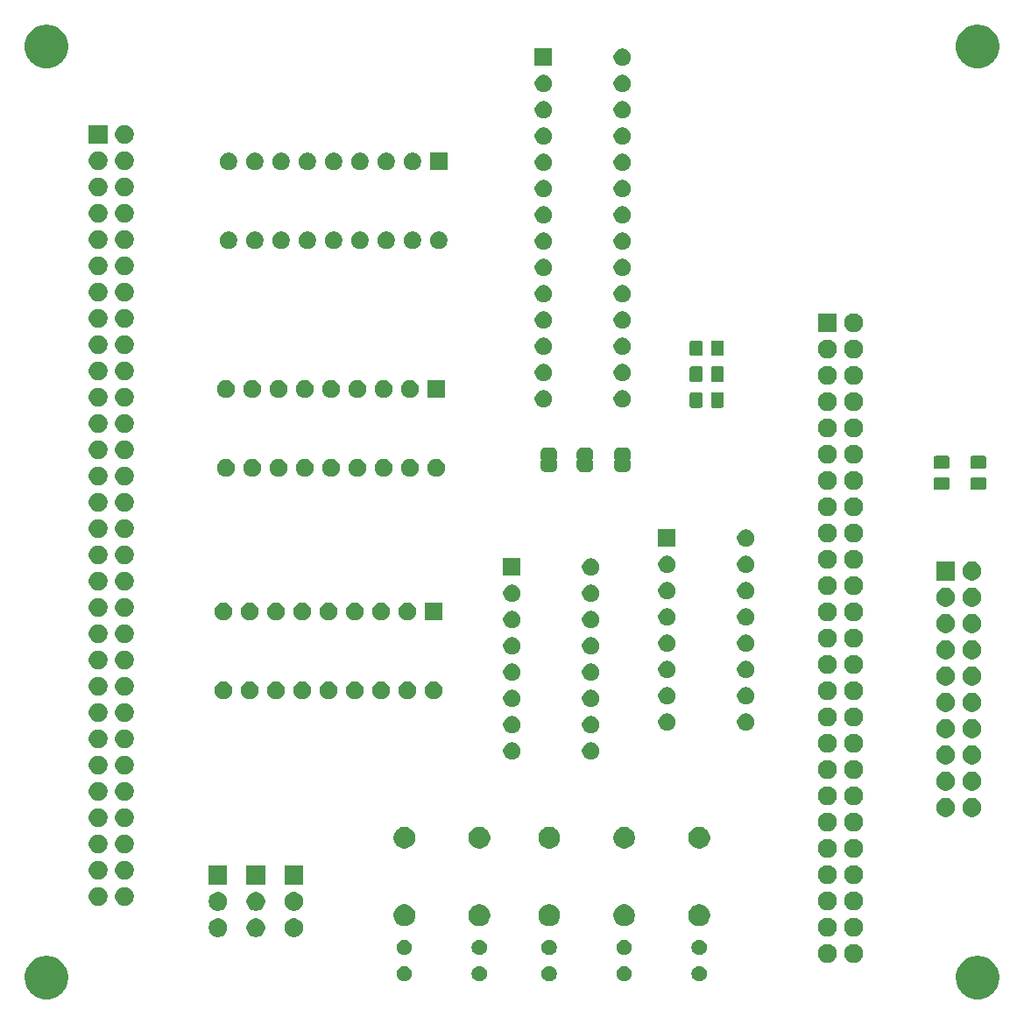
<source format=gbr>
G04 #@! TF.GenerationSoftware,KiCad,Pcbnew,(5.1.5-0-10_14)*
G04 #@! TF.CreationDate,2020-06-29T21:31:51+02:00*
G04 #@! TF.ProjectId,BROSE_LAWO_Adapter,42524f53-455f-44c4-9157-4f5f41646170,rev?*
G04 #@! TF.SameCoordinates,Original*
G04 #@! TF.FileFunction,Soldermask,Top*
G04 #@! TF.FilePolarity,Negative*
%FSLAX46Y46*%
G04 Gerber Fmt 4.6, Leading zero omitted, Abs format (unit mm)*
G04 Created by KiCad (PCBNEW (5.1.5-0-10_14)) date 2020-06-29 21:31:51*
%MOMM*%
%LPD*%
G04 APERTURE LIST*
%ADD10C,0.100000*%
G04 APERTURE END LIST*
D10*
G36*
X108406373Y-105957024D02*
G01*
X108607589Y-105997048D01*
X108986671Y-106154069D01*
X109327835Y-106382028D01*
X109617972Y-106672165D01*
X109805936Y-106953472D01*
X109845932Y-107013331D01*
X110002952Y-107392412D01*
X110083000Y-107794841D01*
X110083000Y-108205159D01*
X110067212Y-108284529D01*
X110002952Y-108607589D01*
X109845931Y-108986671D01*
X109617972Y-109327835D01*
X109327835Y-109617972D01*
X108986671Y-109845931D01*
X108607589Y-110002952D01*
X108205159Y-110083000D01*
X107794841Y-110083000D01*
X107392411Y-110002952D01*
X107013329Y-109845931D01*
X106672165Y-109617972D01*
X106382028Y-109327835D01*
X106154069Y-108986671D01*
X105997048Y-108607589D01*
X105932788Y-108284529D01*
X105917000Y-108205159D01*
X105917000Y-107794841D01*
X105997048Y-107392412D01*
X106154068Y-107013331D01*
X106194065Y-106953472D01*
X106382028Y-106672165D01*
X106672165Y-106382028D01*
X107013329Y-106154069D01*
X107392411Y-105997048D01*
X107593627Y-105957024D01*
X107794841Y-105917000D01*
X108205159Y-105917000D01*
X108406373Y-105957024D01*
G37*
G36*
X18406373Y-105957024D02*
G01*
X18607589Y-105997048D01*
X18986671Y-106154069D01*
X19327835Y-106382028D01*
X19617972Y-106672165D01*
X19805936Y-106953472D01*
X19845932Y-107013331D01*
X20002952Y-107392412D01*
X20083000Y-107794841D01*
X20083000Y-108205159D01*
X20067212Y-108284529D01*
X20002952Y-108607589D01*
X19845931Y-108986671D01*
X19617972Y-109327835D01*
X19327835Y-109617972D01*
X18986671Y-109845931D01*
X18607589Y-110002952D01*
X18205159Y-110083000D01*
X17794841Y-110083000D01*
X17392411Y-110002952D01*
X17013329Y-109845931D01*
X16672165Y-109617972D01*
X16382028Y-109327835D01*
X16154069Y-108986671D01*
X15997048Y-108607589D01*
X15932788Y-108284529D01*
X15917000Y-108205159D01*
X15917000Y-107794841D01*
X15997048Y-107392412D01*
X16154068Y-107013331D01*
X16194065Y-106953472D01*
X16382028Y-106672165D01*
X16672165Y-106382028D01*
X17013329Y-106154069D01*
X17392411Y-105997048D01*
X17593627Y-105957024D01*
X17794841Y-105917000D01*
X18205159Y-105917000D01*
X18406373Y-105957024D01*
G37*
G36*
X66809059Y-106896860D02*
G01*
X66945732Y-106953472D01*
X67068735Y-107035660D01*
X67173340Y-107140265D01*
X67255528Y-107263268D01*
X67312140Y-107399941D01*
X67341000Y-107545033D01*
X67341000Y-107692967D01*
X67312140Y-107838059D01*
X67255528Y-107974732D01*
X67173340Y-108097735D01*
X67068735Y-108202340D01*
X66945732Y-108284528D01*
X66945731Y-108284529D01*
X66945730Y-108284529D01*
X66809059Y-108341140D01*
X66663968Y-108370000D01*
X66516032Y-108370000D01*
X66370941Y-108341140D01*
X66234270Y-108284529D01*
X66234269Y-108284529D01*
X66234268Y-108284528D01*
X66111265Y-108202340D01*
X66006660Y-108097735D01*
X65924472Y-107974732D01*
X65867860Y-107838059D01*
X65839000Y-107692967D01*
X65839000Y-107545033D01*
X65867860Y-107399941D01*
X65924472Y-107263268D01*
X66006660Y-107140265D01*
X66111265Y-107035660D01*
X66234268Y-106953472D01*
X66370941Y-106896860D01*
X66516032Y-106868000D01*
X66663968Y-106868000D01*
X66809059Y-106896860D01*
G37*
G36*
X60059059Y-106896860D02*
G01*
X60195732Y-106953472D01*
X60318735Y-107035660D01*
X60423340Y-107140265D01*
X60505528Y-107263268D01*
X60562140Y-107399941D01*
X60591000Y-107545033D01*
X60591000Y-107692967D01*
X60562140Y-107838059D01*
X60505528Y-107974732D01*
X60423340Y-108097735D01*
X60318735Y-108202340D01*
X60195732Y-108284528D01*
X60195731Y-108284529D01*
X60195730Y-108284529D01*
X60059059Y-108341140D01*
X59913968Y-108370000D01*
X59766032Y-108370000D01*
X59620941Y-108341140D01*
X59484270Y-108284529D01*
X59484269Y-108284529D01*
X59484268Y-108284528D01*
X59361265Y-108202340D01*
X59256660Y-108097735D01*
X59174472Y-107974732D01*
X59117860Y-107838059D01*
X59089000Y-107692967D01*
X59089000Y-107545033D01*
X59117860Y-107399941D01*
X59174472Y-107263268D01*
X59256660Y-107140265D01*
X59361265Y-107035660D01*
X59484268Y-106953472D01*
X59620941Y-106896860D01*
X59766032Y-106868000D01*
X59913968Y-106868000D01*
X60059059Y-106896860D01*
G37*
G36*
X52809059Y-106896860D02*
G01*
X52945732Y-106953472D01*
X53068735Y-107035660D01*
X53173340Y-107140265D01*
X53255528Y-107263268D01*
X53312140Y-107399941D01*
X53341000Y-107545033D01*
X53341000Y-107692967D01*
X53312140Y-107838059D01*
X53255528Y-107974732D01*
X53173340Y-108097735D01*
X53068735Y-108202340D01*
X52945732Y-108284528D01*
X52945731Y-108284529D01*
X52945730Y-108284529D01*
X52809059Y-108341140D01*
X52663968Y-108370000D01*
X52516032Y-108370000D01*
X52370941Y-108341140D01*
X52234270Y-108284529D01*
X52234269Y-108284529D01*
X52234268Y-108284528D01*
X52111265Y-108202340D01*
X52006660Y-108097735D01*
X51924472Y-107974732D01*
X51867860Y-107838059D01*
X51839000Y-107692967D01*
X51839000Y-107545033D01*
X51867860Y-107399941D01*
X51924472Y-107263268D01*
X52006660Y-107140265D01*
X52111265Y-107035660D01*
X52234268Y-106953472D01*
X52370941Y-106896860D01*
X52516032Y-106868000D01*
X52663968Y-106868000D01*
X52809059Y-106896860D01*
G37*
G36*
X81309059Y-106896860D02*
G01*
X81445732Y-106953472D01*
X81568735Y-107035660D01*
X81673340Y-107140265D01*
X81755528Y-107263268D01*
X81812140Y-107399941D01*
X81841000Y-107545033D01*
X81841000Y-107692967D01*
X81812140Y-107838059D01*
X81755528Y-107974732D01*
X81673340Y-108097735D01*
X81568735Y-108202340D01*
X81445732Y-108284528D01*
X81445731Y-108284529D01*
X81445730Y-108284529D01*
X81309059Y-108341140D01*
X81163968Y-108370000D01*
X81016032Y-108370000D01*
X80870941Y-108341140D01*
X80734270Y-108284529D01*
X80734269Y-108284529D01*
X80734268Y-108284528D01*
X80611265Y-108202340D01*
X80506660Y-108097735D01*
X80424472Y-107974732D01*
X80367860Y-107838059D01*
X80339000Y-107692967D01*
X80339000Y-107545033D01*
X80367860Y-107399941D01*
X80424472Y-107263268D01*
X80506660Y-107140265D01*
X80611265Y-107035660D01*
X80734268Y-106953472D01*
X80870941Y-106896860D01*
X81016032Y-106868000D01*
X81163968Y-106868000D01*
X81309059Y-106896860D01*
G37*
G36*
X74059059Y-106896860D02*
G01*
X74195732Y-106953472D01*
X74318735Y-107035660D01*
X74423340Y-107140265D01*
X74505528Y-107263268D01*
X74562140Y-107399941D01*
X74591000Y-107545033D01*
X74591000Y-107692967D01*
X74562140Y-107838059D01*
X74505528Y-107974732D01*
X74423340Y-108097735D01*
X74318735Y-108202340D01*
X74195732Y-108284528D01*
X74195731Y-108284529D01*
X74195730Y-108284529D01*
X74059059Y-108341140D01*
X73913968Y-108370000D01*
X73766032Y-108370000D01*
X73620941Y-108341140D01*
X73484270Y-108284529D01*
X73484269Y-108284529D01*
X73484268Y-108284528D01*
X73361265Y-108202340D01*
X73256660Y-108097735D01*
X73174472Y-107974732D01*
X73117860Y-107838059D01*
X73089000Y-107692967D01*
X73089000Y-107545033D01*
X73117860Y-107399941D01*
X73174472Y-107263268D01*
X73256660Y-107140265D01*
X73361265Y-107035660D01*
X73484268Y-106953472D01*
X73620941Y-106896860D01*
X73766032Y-106868000D01*
X73913968Y-106868000D01*
X74059059Y-106896860D01*
G37*
G36*
X93738778Y-104784547D02*
G01*
X93905224Y-104853491D01*
X94055022Y-104953583D01*
X94182417Y-105080978D01*
X94282509Y-105230776D01*
X94351453Y-105397222D01*
X94386600Y-105573918D01*
X94386600Y-105754082D01*
X94351453Y-105930778D01*
X94282509Y-106097224D01*
X94182417Y-106247022D01*
X94055022Y-106374417D01*
X93905224Y-106474509D01*
X93738778Y-106543453D01*
X93562082Y-106578600D01*
X93381918Y-106578600D01*
X93205222Y-106543453D01*
X93038776Y-106474509D01*
X92888978Y-106374417D01*
X92761583Y-106247022D01*
X92661491Y-106097224D01*
X92592547Y-105930778D01*
X92557400Y-105754082D01*
X92557400Y-105573918D01*
X92592547Y-105397222D01*
X92661491Y-105230776D01*
X92761583Y-105080978D01*
X92888978Y-104953583D01*
X93038776Y-104853491D01*
X93205222Y-104784547D01*
X93381918Y-104749400D01*
X93562082Y-104749400D01*
X93738778Y-104784547D01*
G37*
G36*
X96278778Y-104784547D02*
G01*
X96445224Y-104853491D01*
X96595022Y-104953583D01*
X96722417Y-105080978D01*
X96822509Y-105230776D01*
X96891453Y-105397222D01*
X96926600Y-105573918D01*
X96926600Y-105754082D01*
X96891453Y-105930778D01*
X96822509Y-106097224D01*
X96722417Y-106247022D01*
X96595022Y-106374417D01*
X96445224Y-106474509D01*
X96278778Y-106543453D01*
X96102082Y-106578600D01*
X95921918Y-106578600D01*
X95745222Y-106543453D01*
X95578776Y-106474509D01*
X95428978Y-106374417D01*
X95301583Y-106247022D01*
X95201491Y-106097224D01*
X95132547Y-105930778D01*
X95097400Y-105754082D01*
X95097400Y-105573918D01*
X95132547Y-105397222D01*
X95201491Y-105230776D01*
X95301583Y-105080978D01*
X95428978Y-104953583D01*
X95578776Y-104853491D01*
X95745222Y-104784547D01*
X95921918Y-104749400D01*
X96102082Y-104749400D01*
X96278778Y-104784547D01*
G37*
G36*
X52809059Y-104356860D02*
G01*
X52945732Y-104413472D01*
X53068735Y-104495660D01*
X53173340Y-104600265D01*
X53255528Y-104723268D01*
X53312140Y-104859941D01*
X53341000Y-105005033D01*
X53341000Y-105152967D01*
X53312140Y-105298059D01*
X53255528Y-105434732D01*
X53173340Y-105557735D01*
X53068735Y-105662340D01*
X52945732Y-105744528D01*
X52945731Y-105744529D01*
X52945730Y-105744529D01*
X52809059Y-105801140D01*
X52663968Y-105830000D01*
X52516032Y-105830000D01*
X52370941Y-105801140D01*
X52234270Y-105744529D01*
X52234269Y-105744529D01*
X52234268Y-105744528D01*
X52111265Y-105662340D01*
X52006660Y-105557735D01*
X51924472Y-105434732D01*
X51867860Y-105298059D01*
X51839000Y-105152967D01*
X51839000Y-105005033D01*
X51867860Y-104859941D01*
X51924472Y-104723268D01*
X52006660Y-104600265D01*
X52111265Y-104495660D01*
X52234268Y-104413472D01*
X52370941Y-104356860D01*
X52516032Y-104328000D01*
X52663968Y-104328000D01*
X52809059Y-104356860D01*
G37*
G36*
X60059059Y-104356860D02*
G01*
X60195732Y-104413472D01*
X60318735Y-104495660D01*
X60423340Y-104600265D01*
X60505528Y-104723268D01*
X60562140Y-104859941D01*
X60591000Y-105005033D01*
X60591000Y-105152967D01*
X60562140Y-105298059D01*
X60505528Y-105434732D01*
X60423340Y-105557735D01*
X60318735Y-105662340D01*
X60195732Y-105744528D01*
X60195731Y-105744529D01*
X60195730Y-105744529D01*
X60059059Y-105801140D01*
X59913968Y-105830000D01*
X59766032Y-105830000D01*
X59620941Y-105801140D01*
X59484270Y-105744529D01*
X59484269Y-105744529D01*
X59484268Y-105744528D01*
X59361265Y-105662340D01*
X59256660Y-105557735D01*
X59174472Y-105434732D01*
X59117860Y-105298059D01*
X59089000Y-105152967D01*
X59089000Y-105005033D01*
X59117860Y-104859941D01*
X59174472Y-104723268D01*
X59256660Y-104600265D01*
X59361265Y-104495660D01*
X59484268Y-104413472D01*
X59620941Y-104356860D01*
X59766032Y-104328000D01*
X59913968Y-104328000D01*
X60059059Y-104356860D01*
G37*
G36*
X66809059Y-104356860D02*
G01*
X66945732Y-104413472D01*
X67068735Y-104495660D01*
X67173340Y-104600265D01*
X67255528Y-104723268D01*
X67312140Y-104859941D01*
X67341000Y-105005033D01*
X67341000Y-105152967D01*
X67312140Y-105298059D01*
X67255528Y-105434732D01*
X67173340Y-105557735D01*
X67068735Y-105662340D01*
X66945732Y-105744528D01*
X66945731Y-105744529D01*
X66945730Y-105744529D01*
X66809059Y-105801140D01*
X66663968Y-105830000D01*
X66516032Y-105830000D01*
X66370941Y-105801140D01*
X66234270Y-105744529D01*
X66234269Y-105744529D01*
X66234268Y-105744528D01*
X66111265Y-105662340D01*
X66006660Y-105557735D01*
X65924472Y-105434732D01*
X65867860Y-105298059D01*
X65839000Y-105152967D01*
X65839000Y-105005033D01*
X65867860Y-104859941D01*
X65924472Y-104723268D01*
X66006660Y-104600265D01*
X66111265Y-104495660D01*
X66234268Y-104413472D01*
X66370941Y-104356860D01*
X66516032Y-104328000D01*
X66663968Y-104328000D01*
X66809059Y-104356860D01*
G37*
G36*
X74059059Y-104356860D02*
G01*
X74195732Y-104413472D01*
X74318735Y-104495660D01*
X74423340Y-104600265D01*
X74505528Y-104723268D01*
X74562140Y-104859941D01*
X74591000Y-105005033D01*
X74591000Y-105152967D01*
X74562140Y-105298059D01*
X74505528Y-105434732D01*
X74423340Y-105557735D01*
X74318735Y-105662340D01*
X74195732Y-105744528D01*
X74195731Y-105744529D01*
X74195730Y-105744529D01*
X74059059Y-105801140D01*
X73913968Y-105830000D01*
X73766032Y-105830000D01*
X73620941Y-105801140D01*
X73484270Y-105744529D01*
X73484269Y-105744529D01*
X73484268Y-105744528D01*
X73361265Y-105662340D01*
X73256660Y-105557735D01*
X73174472Y-105434732D01*
X73117860Y-105298059D01*
X73089000Y-105152967D01*
X73089000Y-105005033D01*
X73117860Y-104859941D01*
X73174472Y-104723268D01*
X73256660Y-104600265D01*
X73361265Y-104495660D01*
X73484268Y-104413472D01*
X73620941Y-104356860D01*
X73766032Y-104328000D01*
X73913968Y-104328000D01*
X74059059Y-104356860D01*
G37*
G36*
X81309059Y-104356860D02*
G01*
X81445732Y-104413472D01*
X81568735Y-104495660D01*
X81673340Y-104600265D01*
X81755528Y-104723268D01*
X81812140Y-104859941D01*
X81841000Y-105005033D01*
X81841000Y-105152967D01*
X81812140Y-105298059D01*
X81755528Y-105434732D01*
X81673340Y-105557735D01*
X81568735Y-105662340D01*
X81445732Y-105744528D01*
X81445731Y-105744529D01*
X81445730Y-105744529D01*
X81309059Y-105801140D01*
X81163968Y-105830000D01*
X81016032Y-105830000D01*
X80870941Y-105801140D01*
X80734270Y-105744529D01*
X80734269Y-105744529D01*
X80734268Y-105744528D01*
X80611265Y-105662340D01*
X80506660Y-105557735D01*
X80424472Y-105434732D01*
X80367860Y-105298059D01*
X80339000Y-105152967D01*
X80339000Y-105005033D01*
X80367860Y-104859941D01*
X80424472Y-104723268D01*
X80506660Y-104600265D01*
X80611265Y-104495660D01*
X80734268Y-104413472D01*
X80870941Y-104356860D01*
X81016032Y-104328000D01*
X81163968Y-104328000D01*
X81309059Y-104356860D01*
G37*
G36*
X38333659Y-102286564D02*
G01*
X38489812Y-102317624D01*
X38653784Y-102385544D01*
X38801354Y-102484147D01*
X38926853Y-102609646D01*
X39025456Y-102757216D01*
X39093376Y-102921188D01*
X39128000Y-103095259D01*
X39128000Y-103272741D01*
X39093376Y-103446812D01*
X39025456Y-103610784D01*
X38926853Y-103758354D01*
X38801354Y-103883853D01*
X38653784Y-103982456D01*
X38489812Y-104050376D01*
X38340512Y-104080073D01*
X38315742Y-104085000D01*
X38138258Y-104085000D01*
X38113488Y-104080073D01*
X37964188Y-104050376D01*
X37800216Y-103982456D01*
X37652646Y-103883853D01*
X37527147Y-103758354D01*
X37428544Y-103610784D01*
X37360624Y-103446812D01*
X37326000Y-103272741D01*
X37326000Y-103095259D01*
X37360624Y-102921188D01*
X37428544Y-102757216D01*
X37527147Y-102609646D01*
X37652646Y-102484147D01*
X37800216Y-102385544D01*
X37964188Y-102317624D01*
X38120341Y-102286564D01*
X38138258Y-102283000D01*
X38315742Y-102283000D01*
X38333659Y-102286564D01*
G37*
G36*
X34676659Y-102286564D02*
G01*
X34832812Y-102317624D01*
X34996784Y-102385544D01*
X35144354Y-102484147D01*
X35269853Y-102609646D01*
X35368456Y-102757216D01*
X35436376Y-102921188D01*
X35471000Y-103095259D01*
X35471000Y-103272741D01*
X35436376Y-103446812D01*
X35368456Y-103610784D01*
X35269853Y-103758354D01*
X35144354Y-103883853D01*
X34996784Y-103982456D01*
X34832812Y-104050376D01*
X34683512Y-104080073D01*
X34658742Y-104085000D01*
X34481258Y-104085000D01*
X34456488Y-104080073D01*
X34307188Y-104050376D01*
X34143216Y-103982456D01*
X33995646Y-103883853D01*
X33870147Y-103758354D01*
X33771544Y-103610784D01*
X33703624Y-103446812D01*
X33669000Y-103272741D01*
X33669000Y-103095259D01*
X33703624Y-102921188D01*
X33771544Y-102757216D01*
X33870147Y-102609646D01*
X33995646Y-102484147D01*
X34143216Y-102385544D01*
X34307188Y-102317624D01*
X34463341Y-102286564D01*
X34481258Y-102283000D01*
X34658742Y-102283000D01*
X34676659Y-102286564D01*
G37*
G36*
X42016659Y-102286564D02*
G01*
X42172812Y-102317624D01*
X42336784Y-102385544D01*
X42484354Y-102484147D01*
X42609853Y-102609646D01*
X42708456Y-102757216D01*
X42776376Y-102921188D01*
X42811000Y-103095259D01*
X42811000Y-103272741D01*
X42776376Y-103446812D01*
X42708456Y-103610784D01*
X42609853Y-103758354D01*
X42484354Y-103883853D01*
X42336784Y-103982456D01*
X42172812Y-104050376D01*
X42023512Y-104080073D01*
X41998742Y-104085000D01*
X41821258Y-104085000D01*
X41796488Y-104080073D01*
X41647188Y-104050376D01*
X41483216Y-103982456D01*
X41335646Y-103883853D01*
X41210147Y-103758354D01*
X41111544Y-103610784D01*
X41043624Y-103446812D01*
X41009000Y-103272741D01*
X41009000Y-103095259D01*
X41043624Y-102921188D01*
X41111544Y-102757216D01*
X41210147Y-102609646D01*
X41335646Y-102484147D01*
X41483216Y-102385544D01*
X41647188Y-102317624D01*
X41803341Y-102286564D01*
X41821258Y-102283000D01*
X41998742Y-102283000D01*
X42016659Y-102286564D01*
G37*
G36*
X96278778Y-102244547D02*
G01*
X96445224Y-102313491D01*
X96595022Y-102413583D01*
X96722417Y-102540978D01*
X96822509Y-102690776D01*
X96891453Y-102857222D01*
X96926600Y-103033918D01*
X96926600Y-103214082D01*
X96891453Y-103390778D01*
X96822509Y-103557224D01*
X96722417Y-103707022D01*
X96595022Y-103834417D01*
X96445224Y-103934509D01*
X96278778Y-104003453D01*
X96102082Y-104038600D01*
X95921918Y-104038600D01*
X95745222Y-104003453D01*
X95578776Y-103934509D01*
X95428978Y-103834417D01*
X95301583Y-103707022D01*
X95201491Y-103557224D01*
X95132547Y-103390778D01*
X95097400Y-103214082D01*
X95097400Y-103033918D01*
X95132547Y-102857222D01*
X95201491Y-102690776D01*
X95301583Y-102540978D01*
X95428978Y-102413583D01*
X95578776Y-102313491D01*
X95745222Y-102244547D01*
X95921918Y-102209400D01*
X96102082Y-102209400D01*
X96278778Y-102244547D01*
G37*
G36*
X93738778Y-102244547D02*
G01*
X93905224Y-102313491D01*
X94055022Y-102413583D01*
X94182417Y-102540978D01*
X94282509Y-102690776D01*
X94351453Y-102857222D01*
X94386600Y-103033918D01*
X94386600Y-103214082D01*
X94351453Y-103390778D01*
X94282509Y-103557224D01*
X94182417Y-103707022D01*
X94055022Y-103834417D01*
X93905224Y-103934509D01*
X93738778Y-104003453D01*
X93562082Y-104038600D01*
X93381918Y-104038600D01*
X93205222Y-104003453D01*
X93038776Y-103934509D01*
X92888978Y-103834417D01*
X92761583Y-103707022D01*
X92661491Y-103557224D01*
X92592547Y-103390778D01*
X92557400Y-103214082D01*
X92557400Y-103033918D01*
X92592547Y-102857222D01*
X92661491Y-102690776D01*
X92761583Y-102540978D01*
X92888978Y-102413583D01*
X93038776Y-102313491D01*
X93205222Y-102244547D01*
X93381918Y-102209400D01*
X93562082Y-102209400D01*
X93738778Y-102244547D01*
G37*
G36*
X74146564Y-100969389D02*
G01*
X74337833Y-101048615D01*
X74337835Y-101048616D01*
X74509973Y-101163635D01*
X74656365Y-101310027D01*
X74771385Y-101482167D01*
X74850611Y-101673436D01*
X74891000Y-101876484D01*
X74891000Y-102083516D01*
X74850611Y-102286564D01*
X74771385Y-102477833D01*
X74771384Y-102477835D01*
X74656365Y-102649973D01*
X74509973Y-102796365D01*
X74337835Y-102911384D01*
X74337834Y-102911385D01*
X74337833Y-102911385D01*
X74146564Y-102990611D01*
X73943516Y-103031000D01*
X73736484Y-103031000D01*
X73533436Y-102990611D01*
X73342167Y-102911385D01*
X73342166Y-102911385D01*
X73342165Y-102911384D01*
X73170027Y-102796365D01*
X73023635Y-102649973D01*
X72908616Y-102477835D01*
X72908615Y-102477833D01*
X72829389Y-102286564D01*
X72789000Y-102083516D01*
X72789000Y-101876484D01*
X72829389Y-101673436D01*
X72908615Y-101482167D01*
X73023635Y-101310027D01*
X73170027Y-101163635D01*
X73342165Y-101048616D01*
X73342167Y-101048615D01*
X73533436Y-100969389D01*
X73736484Y-100929000D01*
X73943516Y-100929000D01*
X74146564Y-100969389D01*
G37*
G36*
X81396564Y-100969389D02*
G01*
X81587833Y-101048615D01*
X81587835Y-101048616D01*
X81759973Y-101163635D01*
X81906365Y-101310027D01*
X82021385Y-101482167D01*
X82100611Y-101673436D01*
X82141000Y-101876484D01*
X82141000Y-102083516D01*
X82100611Y-102286564D01*
X82021385Y-102477833D01*
X82021384Y-102477835D01*
X81906365Y-102649973D01*
X81759973Y-102796365D01*
X81587835Y-102911384D01*
X81587834Y-102911385D01*
X81587833Y-102911385D01*
X81396564Y-102990611D01*
X81193516Y-103031000D01*
X80986484Y-103031000D01*
X80783436Y-102990611D01*
X80592167Y-102911385D01*
X80592166Y-102911385D01*
X80592165Y-102911384D01*
X80420027Y-102796365D01*
X80273635Y-102649973D01*
X80158616Y-102477835D01*
X80158615Y-102477833D01*
X80079389Y-102286564D01*
X80039000Y-102083516D01*
X80039000Y-101876484D01*
X80079389Y-101673436D01*
X80158615Y-101482167D01*
X80273635Y-101310027D01*
X80420027Y-101163635D01*
X80592165Y-101048616D01*
X80592167Y-101048615D01*
X80783436Y-100969389D01*
X80986484Y-100929000D01*
X81193516Y-100929000D01*
X81396564Y-100969389D01*
G37*
G36*
X66896564Y-100969389D02*
G01*
X67087833Y-101048615D01*
X67087835Y-101048616D01*
X67259973Y-101163635D01*
X67406365Y-101310027D01*
X67521385Y-101482167D01*
X67600611Y-101673436D01*
X67641000Y-101876484D01*
X67641000Y-102083516D01*
X67600611Y-102286564D01*
X67521385Y-102477833D01*
X67521384Y-102477835D01*
X67406365Y-102649973D01*
X67259973Y-102796365D01*
X67087835Y-102911384D01*
X67087834Y-102911385D01*
X67087833Y-102911385D01*
X66896564Y-102990611D01*
X66693516Y-103031000D01*
X66486484Y-103031000D01*
X66283436Y-102990611D01*
X66092167Y-102911385D01*
X66092166Y-102911385D01*
X66092165Y-102911384D01*
X65920027Y-102796365D01*
X65773635Y-102649973D01*
X65658616Y-102477835D01*
X65658615Y-102477833D01*
X65579389Y-102286564D01*
X65539000Y-102083516D01*
X65539000Y-101876484D01*
X65579389Y-101673436D01*
X65658615Y-101482167D01*
X65773635Y-101310027D01*
X65920027Y-101163635D01*
X66092165Y-101048616D01*
X66092167Y-101048615D01*
X66283436Y-100969389D01*
X66486484Y-100929000D01*
X66693516Y-100929000D01*
X66896564Y-100969389D01*
G37*
G36*
X60146564Y-100969389D02*
G01*
X60337833Y-101048615D01*
X60337835Y-101048616D01*
X60509973Y-101163635D01*
X60656365Y-101310027D01*
X60771385Y-101482167D01*
X60850611Y-101673436D01*
X60891000Y-101876484D01*
X60891000Y-102083516D01*
X60850611Y-102286564D01*
X60771385Y-102477833D01*
X60771384Y-102477835D01*
X60656365Y-102649973D01*
X60509973Y-102796365D01*
X60337835Y-102911384D01*
X60337834Y-102911385D01*
X60337833Y-102911385D01*
X60146564Y-102990611D01*
X59943516Y-103031000D01*
X59736484Y-103031000D01*
X59533436Y-102990611D01*
X59342167Y-102911385D01*
X59342166Y-102911385D01*
X59342165Y-102911384D01*
X59170027Y-102796365D01*
X59023635Y-102649973D01*
X58908616Y-102477835D01*
X58908615Y-102477833D01*
X58829389Y-102286564D01*
X58789000Y-102083516D01*
X58789000Y-101876484D01*
X58829389Y-101673436D01*
X58908615Y-101482167D01*
X59023635Y-101310027D01*
X59170027Y-101163635D01*
X59342165Y-101048616D01*
X59342167Y-101048615D01*
X59533436Y-100969389D01*
X59736484Y-100929000D01*
X59943516Y-100929000D01*
X60146564Y-100969389D01*
G37*
G36*
X52896564Y-100969389D02*
G01*
X53087833Y-101048615D01*
X53087835Y-101048616D01*
X53259973Y-101163635D01*
X53406365Y-101310027D01*
X53521385Y-101482167D01*
X53600611Y-101673436D01*
X53641000Y-101876484D01*
X53641000Y-102083516D01*
X53600611Y-102286564D01*
X53521385Y-102477833D01*
X53521384Y-102477835D01*
X53406365Y-102649973D01*
X53259973Y-102796365D01*
X53087835Y-102911384D01*
X53087834Y-102911385D01*
X53087833Y-102911385D01*
X52896564Y-102990611D01*
X52693516Y-103031000D01*
X52486484Y-103031000D01*
X52283436Y-102990611D01*
X52092167Y-102911385D01*
X52092166Y-102911385D01*
X52092165Y-102911384D01*
X51920027Y-102796365D01*
X51773635Y-102649973D01*
X51658616Y-102477835D01*
X51658615Y-102477833D01*
X51579389Y-102286564D01*
X51539000Y-102083516D01*
X51539000Y-101876484D01*
X51579389Y-101673436D01*
X51658615Y-101482167D01*
X51773635Y-101310027D01*
X51920027Y-101163635D01*
X52092165Y-101048616D01*
X52092167Y-101048615D01*
X52283436Y-100969389D01*
X52486484Y-100929000D01*
X52693516Y-100929000D01*
X52896564Y-100969389D01*
G37*
G36*
X42023512Y-99747927D02*
G01*
X42172812Y-99777624D01*
X42336784Y-99845544D01*
X42484354Y-99944147D01*
X42609853Y-100069646D01*
X42708456Y-100217216D01*
X42776376Y-100381188D01*
X42811000Y-100555259D01*
X42811000Y-100732741D01*
X42776376Y-100906812D01*
X42708456Y-101070784D01*
X42609853Y-101218354D01*
X42484354Y-101343853D01*
X42336784Y-101442456D01*
X42172812Y-101510376D01*
X42023512Y-101540073D01*
X41998742Y-101545000D01*
X41821258Y-101545000D01*
X41796488Y-101540073D01*
X41647188Y-101510376D01*
X41483216Y-101442456D01*
X41335646Y-101343853D01*
X41210147Y-101218354D01*
X41111544Y-101070784D01*
X41043624Y-100906812D01*
X41009000Y-100732741D01*
X41009000Y-100555259D01*
X41043624Y-100381188D01*
X41111544Y-100217216D01*
X41210147Y-100069646D01*
X41335646Y-99944147D01*
X41483216Y-99845544D01*
X41647188Y-99777624D01*
X41796488Y-99747927D01*
X41821258Y-99743000D01*
X41998742Y-99743000D01*
X42023512Y-99747927D01*
G37*
G36*
X34683512Y-99747927D02*
G01*
X34832812Y-99777624D01*
X34996784Y-99845544D01*
X35144354Y-99944147D01*
X35269853Y-100069646D01*
X35368456Y-100217216D01*
X35436376Y-100381188D01*
X35471000Y-100555259D01*
X35471000Y-100732741D01*
X35436376Y-100906812D01*
X35368456Y-101070784D01*
X35269853Y-101218354D01*
X35144354Y-101343853D01*
X34996784Y-101442456D01*
X34832812Y-101510376D01*
X34683512Y-101540073D01*
X34658742Y-101545000D01*
X34481258Y-101545000D01*
X34456488Y-101540073D01*
X34307188Y-101510376D01*
X34143216Y-101442456D01*
X33995646Y-101343853D01*
X33870147Y-101218354D01*
X33771544Y-101070784D01*
X33703624Y-100906812D01*
X33669000Y-100732741D01*
X33669000Y-100555259D01*
X33703624Y-100381188D01*
X33771544Y-100217216D01*
X33870147Y-100069646D01*
X33995646Y-99944147D01*
X34143216Y-99845544D01*
X34307188Y-99777624D01*
X34456488Y-99747927D01*
X34481258Y-99743000D01*
X34658742Y-99743000D01*
X34683512Y-99747927D01*
G37*
G36*
X38340512Y-99747927D02*
G01*
X38489812Y-99777624D01*
X38653784Y-99845544D01*
X38801354Y-99944147D01*
X38926853Y-100069646D01*
X39025456Y-100217216D01*
X39093376Y-100381188D01*
X39128000Y-100555259D01*
X39128000Y-100732741D01*
X39093376Y-100906812D01*
X39025456Y-101070784D01*
X38926853Y-101218354D01*
X38801354Y-101343853D01*
X38653784Y-101442456D01*
X38489812Y-101510376D01*
X38340512Y-101540073D01*
X38315742Y-101545000D01*
X38138258Y-101545000D01*
X38113488Y-101540073D01*
X37964188Y-101510376D01*
X37800216Y-101442456D01*
X37652646Y-101343853D01*
X37527147Y-101218354D01*
X37428544Y-101070784D01*
X37360624Y-100906812D01*
X37326000Y-100732741D01*
X37326000Y-100555259D01*
X37360624Y-100381188D01*
X37428544Y-100217216D01*
X37527147Y-100069646D01*
X37652646Y-99944147D01*
X37800216Y-99845544D01*
X37964188Y-99777624D01*
X38113488Y-99747927D01*
X38138258Y-99743000D01*
X38315742Y-99743000D01*
X38340512Y-99747927D01*
G37*
G36*
X93738778Y-99704547D02*
G01*
X93905224Y-99773491D01*
X94055022Y-99873583D01*
X94182417Y-100000978D01*
X94282509Y-100150776D01*
X94351453Y-100317222D01*
X94386600Y-100493918D01*
X94386600Y-100674082D01*
X94351453Y-100850778D01*
X94282509Y-101017224D01*
X94182417Y-101167022D01*
X94055022Y-101294417D01*
X93905224Y-101394509D01*
X93738778Y-101463453D01*
X93562082Y-101498600D01*
X93381918Y-101498600D01*
X93205222Y-101463453D01*
X93038776Y-101394509D01*
X92888978Y-101294417D01*
X92761583Y-101167022D01*
X92661491Y-101017224D01*
X92592547Y-100850778D01*
X92557400Y-100674082D01*
X92557400Y-100493918D01*
X92592547Y-100317222D01*
X92661491Y-100150776D01*
X92761583Y-100000978D01*
X92888978Y-99873583D01*
X93038776Y-99773491D01*
X93205222Y-99704547D01*
X93381918Y-99669400D01*
X93562082Y-99669400D01*
X93738778Y-99704547D01*
G37*
G36*
X96278778Y-99704547D02*
G01*
X96445224Y-99773491D01*
X96595022Y-99873583D01*
X96722417Y-100000978D01*
X96822509Y-100150776D01*
X96891453Y-100317222D01*
X96926600Y-100493918D01*
X96926600Y-100674082D01*
X96891453Y-100850778D01*
X96822509Y-101017224D01*
X96722417Y-101167022D01*
X96595022Y-101294417D01*
X96445224Y-101394509D01*
X96278778Y-101463453D01*
X96102082Y-101498600D01*
X95921918Y-101498600D01*
X95745222Y-101463453D01*
X95578776Y-101394509D01*
X95428978Y-101294417D01*
X95301583Y-101167022D01*
X95201491Y-101017224D01*
X95132547Y-100850778D01*
X95097400Y-100674082D01*
X95097400Y-100493918D01*
X95132547Y-100317222D01*
X95201491Y-100150776D01*
X95301583Y-100000978D01*
X95428978Y-99873583D01*
X95578776Y-99773491D01*
X95745222Y-99704547D01*
X95921918Y-99669400D01*
X96102082Y-99669400D01*
X96278778Y-99704547D01*
G37*
G36*
X25806778Y-99280547D02*
G01*
X25973224Y-99349491D01*
X26123022Y-99449583D01*
X26250417Y-99576978D01*
X26350509Y-99726776D01*
X26419453Y-99893222D01*
X26454600Y-100069918D01*
X26454600Y-100250082D01*
X26419453Y-100426778D01*
X26350509Y-100593224D01*
X26250417Y-100743022D01*
X26123022Y-100870417D01*
X25973224Y-100970509D01*
X25806778Y-101039453D01*
X25630082Y-101074600D01*
X25449918Y-101074600D01*
X25273222Y-101039453D01*
X25106776Y-100970509D01*
X24956978Y-100870417D01*
X24829583Y-100743022D01*
X24729491Y-100593224D01*
X24660547Y-100426778D01*
X24625400Y-100250082D01*
X24625400Y-100069918D01*
X24660547Y-99893222D01*
X24729491Y-99726776D01*
X24829583Y-99576978D01*
X24956978Y-99449583D01*
X25106776Y-99349491D01*
X25273222Y-99280547D01*
X25449918Y-99245400D01*
X25630082Y-99245400D01*
X25806778Y-99280547D01*
G37*
G36*
X23266778Y-99280547D02*
G01*
X23433224Y-99349491D01*
X23583022Y-99449583D01*
X23710417Y-99576978D01*
X23810509Y-99726776D01*
X23879453Y-99893222D01*
X23914600Y-100069918D01*
X23914600Y-100250082D01*
X23879453Y-100426778D01*
X23810509Y-100593224D01*
X23710417Y-100743022D01*
X23583022Y-100870417D01*
X23433224Y-100970509D01*
X23266778Y-101039453D01*
X23090082Y-101074600D01*
X22909918Y-101074600D01*
X22733222Y-101039453D01*
X22566776Y-100970509D01*
X22416978Y-100870417D01*
X22289583Y-100743022D01*
X22189491Y-100593224D01*
X22120547Y-100426778D01*
X22085400Y-100250082D01*
X22085400Y-100069918D01*
X22120547Y-99893222D01*
X22189491Y-99726776D01*
X22289583Y-99576978D01*
X22416978Y-99449583D01*
X22566776Y-99349491D01*
X22733222Y-99280547D01*
X22909918Y-99245400D01*
X23090082Y-99245400D01*
X23266778Y-99280547D01*
G37*
G36*
X35471000Y-99005000D02*
G01*
X33669000Y-99005000D01*
X33669000Y-97203000D01*
X35471000Y-97203000D01*
X35471000Y-99005000D01*
G37*
G36*
X39128000Y-99005000D02*
G01*
X37326000Y-99005000D01*
X37326000Y-97203000D01*
X39128000Y-97203000D01*
X39128000Y-99005000D01*
G37*
G36*
X42811000Y-99005000D02*
G01*
X41009000Y-99005000D01*
X41009000Y-97203000D01*
X42811000Y-97203000D01*
X42811000Y-99005000D01*
G37*
G36*
X96278778Y-97164547D02*
G01*
X96445224Y-97233491D01*
X96595022Y-97333583D01*
X96722417Y-97460978D01*
X96822509Y-97610776D01*
X96891453Y-97777222D01*
X96926600Y-97953918D01*
X96926600Y-98134082D01*
X96891453Y-98310778D01*
X96822509Y-98477224D01*
X96722417Y-98627022D01*
X96595022Y-98754417D01*
X96445224Y-98854509D01*
X96278778Y-98923453D01*
X96102082Y-98958600D01*
X95921918Y-98958600D01*
X95745222Y-98923453D01*
X95578776Y-98854509D01*
X95428978Y-98754417D01*
X95301583Y-98627022D01*
X95201491Y-98477224D01*
X95132547Y-98310778D01*
X95097400Y-98134082D01*
X95097400Y-97953918D01*
X95132547Y-97777222D01*
X95201491Y-97610776D01*
X95301583Y-97460978D01*
X95428978Y-97333583D01*
X95578776Y-97233491D01*
X95745222Y-97164547D01*
X95921918Y-97129400D01*
X96102082Y-97129400D01*
X96278778Y-97164547D01*
G37*
G36*
X93738778Y-97164547D02*
G01*
X93905224Y-97233491D01*
X94055022Y-97333583D01*
X94182417Y-97460978D01*
X94282509Y-97610776D01*
X94351453Y-97777222D01*
X94386600Y-97953918D01*
X94386600Y-98134082D01*
X94351453Y-98310778D01*
X94282509Y-98477224D01*
X94182417Y-98627022D01*
X94055022Y-98754417D01*
X93905224Y-98854509D01*
X93738778Y-98923453D01*
X93562082Y-98958600D01*
X93381918Y-98958600D01*
X93205222Y-98923453D01*
X93038776Y-98854509D01*
X92888978Y-98754417D01*
X92761583Y-98627022D01*
X92661491Y-98477224D01*
X92592547Y-98310778D01*
X92557400Y-98134082D01*
X92557400Y-97953918D01*
X92592547Y-97777222D01*
X92661491Y-97610776D01*
X92761583Y-97460978D01*
X92888978Y-97333583D01*
X93038776Y-97233491D01*
X93205222Y-97164547D01*
X93381918Y-97129400D01*
X93562082Y-97129400D01*
X93738778Y-97164547D01*
G37*
G36*
X25806778Y-96740547D02*
G01*
X25973224Y-96809491D01*
X26123022Y-96909583D01*
X26250417Y-97036978D01*
X26350509Y-97186776D01*
X26419453Y-97353222D01*
X26454600Y-97529918D01*
X26454600Y-97710082D01*
X26419453Y-97886778D01*
X26350509Y-98053224D01*
X26250417Y-98203022D01*
X26123022Y-98330417D01*
X25973224Y-98430509D01*
X25806778Y-98499453D01*
X25630082Y-98534600D01*
X25449918Y-98534600D01*
X25273222Y-98499453D01*
X25106776Y-98430509D01*
X24956978Y-98330417D01*
X24829583Y-98203022D01*
X24729491Y-98053224D01*
X24660547Y-97886778D01*
X24625400Y-97710082D01*
X24625400Y-97529918D01*
X24660547Y-97353222D01*
X24729491Y-97186776D01*
X24829583Y-97036978D01*
X24956978Y-96909583D01*
X25106776Y-96809491D01*
X25273222Y-96740547D01*
X25449918Y-96705400D01*
X25630082Y-96705400D01*
X25806778Y-96740547D01*
G37*
G36*
X23266778Y-96740547D02*
G01*
X23433224Y-96809491D01*
X23583022Y-96909583D01*
X23710417Y-97036978D01*
X23810509Y-97186776D01*
X23879453Y-97353222D01*
X23914600Y-97529918D01*
X23914600Y-97710082D01*
X23879453Y-97886778D01*
X23810509Y-98053224D01*
X23710417Y-98203022D01*
X23583022Y-98330417D01*
X23433224Y-98430509D01*
X23266778Y-98499453D01*
X23090082Y-98534600D01*
X22909918Y-98534600D01*
X22733222Y-98499453D01*
X22566776Y-98430509D01*
X22416978Y-98330417D01*
X22289583Y-98203022D01*
X22189491Y-98053224D01*
X22120547Y-97886778D01*
X22085400Y-97710082D01*
X22085400Y-97529918D01*
X22120547Y-97353222D01*
X22189491Y-97186776D01*
X22289583Y-97036978D01*
X22416978Y-96909583D01*
X22566776Y-96809491D01*
X22733222Y-96740547D01*
X22909918Y-96705400D01*
X23090082Y-96705400D01*
X23266778Y-96740547D01*
G37*
G36*
X93738778Y-94624547D02*
G01*
X93905224Y-94693491D01*
X94055022Y-94793583D01*
X94182417Y-94920978D01*
X94282509Y-95070776D01*
X94351453Y-95237222D01*
X94386600Y-95413918D01*
X94386600Y-95594082D01*
X94351453Y-95770778D01*
X94282509Y-95937224D01*
X94182417Y-96087022D01*
X94055022Y-96214417D01*
X93905224Y-96314509D01*
X93738778Y-96383453D01*
X93562082Y-96418600D01*
X93381918Y-96418600D01*
X93205222Y-96383453D01*
X93038776Y-96314509D01*
X92888978Y-96214417D01*
X92761583Y-96087022D01*
X92661491Y-95937224D01*
X92592547Y-95770778D01*
X92557400Y-95594082D01*
X92557400Y-95413918D01*
X92592547Y-95237222D01*
X92661491Y-95070776D01*
X92761583Y-94920978D01*
X92888978Y-94793583D01*
X93038776Y-94693491D01*
X93205222Y-94624547D01*
X93381918Y-94589400D01*
X93562082Y-94589400D01*
X93738778Y-94624547D01*
G37*
G36*
X96278778Y-94624547D02*
G01*
X96445224Y-94693491D01*
X96595022Y-94793583D01*
X96722417Y-94920978D01*
X96822509Y-95070776D01*
X96891453Y-95237222D01*
X96926600Y-95413918D01*
X96926600Y-95594082D01*
X96891453Y-95770778D01*
X96822509Y-95937224D01*
X96722417Y-96087022D01*
X96595022Y-96214417D01*
X96445224Y-96314509D01*
X96278778Y-96383453D01*
X96102082Y-96418600D01*
X95921918Y-96418600D01*
X95745222Y-96383453D01*
X95578776Y-96314509D01*
X95428978Y-96214417D01*
X95301583Y-96087022D01*
X95201491Y-95937224D01*
X95132547Y-95770778D01*
X95097400Y-95594082D01*
X95097400Y-95413918D01*
X95132547Y-95237222D01*
X95201491Y-95070776D01*
X95301583Y-94920978D01*
X95428978Y-94793583D01*
X95578776Y-94693491D01*
X95745222Y-94624547D01*
X95921918Y-94589400D01*
X96102082Y-94589400D01*
X96278778Y-94624547D01*
G37*
G36*
X23266778Y-94200547D02*
G01*
X23433224Y-94269491D01*
X23583022Y-94369583D01*
X23710417Y-94496978D01*
X23810509Y-94646776D01*
X23879453Y-94813222D01*
X23914600Y-94989918D01*
X23914600Y-95170082D01*
X23879453Y-95346778D01*
X23810509Y-95513224D01*
X23710417Y-95663022D01*
X23583022Y-95790417D01*
X23433224Y-95890509D01*
X23266778Y-95959453D01*
X23090082Y-95994600D01*
X22909918Y-95994600D01*
X22733222Y-95959453D01*
X22566776Y-95890509D01*
X22416978Y-95790417D01*
X22289583Y-95663022D01*
X22189491Y-95513224D01*
X22120547Y-95346778D01*
X22085400Y-95170082D01*
X22085400Y-94989918D01*
X22120547Y-94813222D01*
X22189491Y-94646776D01*
X22289583Y-94496978D01*
X22416978Y-94369583D01*
X22566776Y-94269491D01*
X22733222Y-94200547D01*
X22909918Y-94165400D01*
X23090082Y-94165400D01*
X23266778Y-94200547D01*
G37*
G36*
X25806778Y-94200547D02*
G01*
X25973224Y-94269491D01*
X26123022Y-94369583D01*
X26250417Y-94496978D01*
X26350509Y-94646776D01*
X26419453Y-94813222D01*
X26454600Y-94989918D01*
X26454600Y-95170082D01*
X26419453Y-95346778D01*
X26350509Y-95513224D01*
X26250417Y-95663022D01*
X26123022Y-95790417D01*
X25973224Y-95890509D01*
X25806778Y-95959453D01*
X25630082Y-95994600D01*
X25449918Y-95994600D01*
X25273222Y-95959453D01*
X25106776Y-95890509D01*
X24956978Y-95790417D01*
X24829583Y-95663022D01*
X24729491Y-95513224D01*
X24660547Y-95346778D01*
X24625400Y-95170082D01*
X24625400Y-94989918D01*
X24660547Y-94813222D01*
X24729491Y-94646776D01*
X24829583Y-94496978D01*
X24956978Y-94369583D01*
X25106776Y-94269491D01*
X25273222Y-94200547D01*
X25449918Y-94165400D01*
X25630082Y-94165400D01*
X25806778Y-94200547D01*
G37*
G36*
X60146564Y-93469389D02*
G01*
X60337833Y-93548615D01*
X60337835Y-93548616D01*
X60509973Y-93663635D01*
X60656365Y-93810027D01*
X60678700Y-93843453D01*
X60771385Y-93982167D01*
X60850611Y-94173436D01*
X60891000Y-94376484D01*
X60891000Y-94583516D01*
X60850611Y-94786564D01*
X60794935Y-94920977D01*
X60771384Y-94977835D01*
X60656365Y-95149973D01*
X60509973Y-95296365D01*
X60337835Y-95411384D01*
X60337834Y-95411385D01*
X60337833Y-95411385D01*
X60146564Y-95490611D01*
X59943516Y-95531000D01*
X59736484Y-95531000D01*
X59533436Y-95490611D01*
X59342167Y-95411385D01*
X59342166Y-95411385D01*
X59342165Y-95411384D01*
X59170027Y-95296365D01*
X59023635Y-95149973D01*
X58908616Y-94977835D01*
X58885065Y-94920977D01*
X58829389Y-94786564D01*
X58789000Y-94583516D01*
X58789000Y-94376484D01*
X58829389Y-94173436D01*
X58908615Y-93982167D01*
X59001301Y-93843453D01*
X59023635Y-93810027D01*
X59170027Y-93663635D01*
X59342165Y-93548616D01*
X59342167Y-93548615D01*
X59533436Y-93469389D01*
X59736484Y-93429000D01*
X59943516Y-93429000D01*
X60146564Y-93469389D01*
G37*
G36*
X81396564Y-93469389D02*
G01*
X81587833Y-93548615D01*
X81587835Y-93548616D01*
X81759973Y-93663635D01*
X81906365Y-93810027D01*
X81928700Y-93843453D01*
X82021385Y-93982167D01*
X82100611Y-94173436D01*
X82141000Y-94376484D01*
X82141000Y-94583516D01*
X82100611Y-94786564D01*
X82044935Y-94920977D01*
X82021384Y-94977835D01*
X81906365Y-95149973D01*
X81759973Y-95296365D01*
X81587835Y-95411384D01*
X81587834Y-95411385D01*
X81587833Y-95411385D01*
X81396564Y-95490611D01*
X81193516Y-95531000D01*
X80986484Y-95531000D01*
X80783436Y-95490611D01*
X80592167Y-95411385D01*
X80592166Y-95411385D01*
X80592165Y-95411384D01*
X80420027Y-95296365D01*
X80273635Y-95149973D01*
X80158616Y-94977835D01*
X80135065Y-94920977D01*
X80079389Y-94786564D01*
X80039000Y-94583516D01*
X80039000Y-94376484D01*
X80079389Y-94173436D01*
X80158615Y-93982167D01*
X80251301Y-93843453D01*
X80273635Y-93810027D01*
X80420027Y-93663635D01*
X80592165Y-93548616D01*
X80592167Y-93548615D01*
X80783436Y-93469389D01*
X80986484Y-93429000D01*
X81193516Y-93429000D01*
X81396564Y-93469389D01*
G37*
G36*
X74146564Y-93469389D02*
G01*
X74337833Y-93548615D01*
X74337835Y-93548616D01*
X74509973Y-93663635D01*
X74656365Y-93810027D01*
X74678700Y-93843453D01*
X74771385Y-93982167D01*
X74850611Y-94173436D01*
X74891000Y-94376484D01*
X74891000Y-94583516D01*
X74850611Y-94786564D01*
X74794935Y-94920977D01*
X74771384Y-94977835D01*
X74656365Y-95149973D01*
X74509973Y-95296365D01*
X74337835Y-95411384D01*
X74337834Y-95411385D01*
X74337833Y-95411385D01*
X74146564Y-95490611D01*
X73943516Y-95531000D01*
X73736484Y-95531000D01*
X73533436Y-95490611D01*
X73342167Y-95411385D01*
X73342166Y-95411385D01*
X73342165Y-95411384D01*
X73170027Y-95296365D01*
X73023635Y-95149973D01*
X72908616Y-94977835D01*
X72885065Y-94920977D01*
X72829389Y-94786564D01*
X72789000Y-94583516D01*
X72789000Y-94376484D01*
X72829389Y-94173436D01*
X72908615Y-93982167D01*
X73001301Y-93843453D01*
X73023635Y-93810027D01*
X73170027Y-93663635D01*
X73342165Y-93548616D01*
X73342167Y-93548615D01*
X73533436Y-93469389D01*
X73736484Y-93429000D01*
X73943516Y-93429000D01*
X74146564Y-93469389D01*
G37*
G36*
X66896564Y-93469389D02*
G01*
X67087833Y-93548615D01*
X67087835Y-93548616D01*
X67259973Y-93663635D01*
X67406365Y-93810027D01*
X67428700Y-93843453D01*
X67521385Y-93982167D01*
X67600611Y-94173436D01*
X67641000Y-94376484D01*
X67641000Y-94583516D01*
X67600611Y-94786564D01*
X67544935Y-94920977D01*
X67521384Y-94977835D01*
X67406365Y-95149973D01*
X67259973Y-95296365D01*
X67087835Y-95411384D01*
X67087834Y-95411385D01*
X67087833Y-95411385D01*
X66896564Y-95490611D01*
X66693516Y-95531000D01*
X66486484Y-95531000D01*
X66283436Y-95490611D01*
X66092167Y-95411385D01*
X66092166Y-95411385D01*
X66092165Y-95411384D01*
X65920027Y-95296365D01*
X65773635Y-95149973D01*
X65658616Y-94977835D01*
X65635065Y-94920977D01*
X65579389Y-94786564D01*
X65539000Y-94583516D01*
X65539000Y-94376484D01*
X65579389Y-94173436D01*
X65658615Y-93982167D01*
X65751301Y-93843453D01*
X65773635Y-93810027D01*
X65920027Y-93663635D01*
X66092165Y-93548616D01*
X66092167Y-93548615D01*
X66283436Y-93469389D01*
X66486484Y-93429000D01*
X66693516Y-93429000D01*
X66896564Y-93469389D01*
G37*
G36*
X52896564Y-93469389D02*
G01*
X53087833Y-93548615D01*
X53087835Y-93548616D01*
X53259973Y-93663635D01*
X53406365Y-93810027D01*
X53428700Y-93843453D01*
X53521385Y-93982167D01*
X53600611Y-94173436D01*
X53641000Y-94376484D01*
X53641000Y-94583516D01*
X53600611Y-94786564D01*
X53544935Y-94920977D01*
X53521384Y-94977835D01*
X53406365Y-95149973D01*
X53259973Y-95296365D01*
X53087835Y-95411384D01*
X53087834Y-95411385D01*
X53087833Y-95411385D01*
X52896564Y-95490611D01*
X52693516Y-95531000D01*
X52486484Y-95531000D01*
X52283436Y-95490611D01*
X52092167Y-95411385D01*
X52092166Y-95411385D01*
X52092165Y-95411384D01*
X51920027Y-95296365D01*
X51773635Y-95149973D01*
X51658616Y-94977835D01*
X51635065Y-94920977D01*
X51579389Y-94786564D01*
X51539000Y-94583516D01*
X51539000Y-94376484D01*
X51579389Y-94173436D01*
X51658615Y-93982167D01*
X51751301Y-93843453D01*
X51773635Y-93810027D01*
X51920027Y-93663635D01*
X52092165Y-93548616D01*
X52092167Y-93548615D01*
X52283436Y-93469389D01*
X52486484Y-93429000D01*
X52693516Y-93429000D01*
X52896564Y-93469389D01*
G37*
G36*
X96278778Y-92084547D02*
G01*
X96445224Y-92153491D01*
X96595022Y-92253583D01*
X96722417Y-92380978D01*
X96822509Y-92530776D01*
X96891453Y-92697222D01*
X96926600Y-92873918D01*
X96926600Y-93054082D01*
X96891453Y-93230778D01*
X96822509Y-93397224D01*
X96722417Y-93547022D01*
X96595022Y-93674417D01*
X96445224Y-93774509D01*
X96278778Y-93843453D01*
X96102082Y-93878600D01*
X95921918Y-93878600D01*
X95745222Y-93843453D01*
X95578776Y-93774509D01*
X95428978Y-93674417D01*
X95301583Y-93547022D01*
X95201491Y-93397224D01*
X95132547Y-93230778D01*
X95097400Y-93054082D01*
X95097400Y-92873918D01*
X95132547Y-92697222D01*
X95201491Y-92530776D01*
X95301583Y-92380978D01*
X95428978Y-92253583D01*
X95578776Y-92153491D01*
X95745222Y-92084547D01*
X95921918Y-92049400D01*
X96102082Y-92049400D01*
X96278778Y-92084547D01*
G37*
G36*
X93738778Y-92084547D02*
G01*
X93905224Y-92153491D01*
X94055022Y-92253583D01*
X94182417Y-92380978D01*
X94282509Y-92530776D01*
X94351453Y-92697222D01*
X94386600Y-92873918D01*
X94386600Y-93054082D01*
X94351453Y-93230778D01*
X94282509Y-93397224D01*
X94182417Y-93547022D01*
X94055022Y-93674417D01*
X93905224Y-93774509D01*
X93738778Y-93843453D01*
X93562082Y-93878600D01*
X93381918Y-93878600D01*
X93205222Y-93843453D01*
X93038776Y-93774509D01*
X92888978Y-93674417D01*
X92761583Y-93547022D01*
X92661491Y-93397224D01*
X92592547Y-93230778D01*
X92557400Y-93054082D01*
X92557400Y-92873918D01*
X92592547Y-92697222D01*
X92661491Y-92530776D01*
X92761583Y-92380978D01*
X92888978Y-92253583D01*
X93038776Y-92153491D01*
X93205222Y-92084547D01*
X93381918Y-92049400D01*
X93562082Y-92049400D01*
X93738778Y-92084547D01*
G37*
G36*
X25806778Y-91660547D02*
G01*
X25973224Y-91729491D01*
X26123022Y-91829583D01*
X26250417Y-91956978D01*
X26350509Y-92106776D01*
X26419453Y-92273222D01*
X26454600Y-92449918D01*
X26454600Y-92630082D01*
X26419453Y-92806778D01*
X26350509Y-92973224D01*
X26250417Y-93123022D01*
X26123022Y-93250417D01*
X25973224Y-93350509D01*
X25806778Y-93419453D01*
X25630082Y-93454600D01*
X25449918Y-93454600D01*
X25273222Y-93419453D01*
X25106776Y-93350509D01*
X24956978Y-93250417D01*
X24829583Y-93123022D01*
X24729491Y-92973224D01*
X24660547Y-92806778D01*
X24625400Y-92630082D01*
X24625400Y-92449918D01*
X24660547Y-92273222D01*
X24729491Y-92106776D01*
X24829583Y-91956978D01*
X24956978Y-91829583D01*
X25106776Y-91729491D01*
X25273222Y-91660547D01*
X25449918Y-91625400D01*
X25630082Y-91625400D01*
X25806778Y-91660547D01*
G37*
G36*
X23266778Y-91660547D02*
G01*
X23433224Y-91729491D01*
X23583022Y-91829583D01*
X23710417Y-91956978D01*
X23810509Y-92106776D01*
X23879453Y-92273222D01*
X23914600Y-92449918D01*
X23914600Y-92630082D01*
X23879453Y-92806778D01*
X23810509Y-92973224D01*
X23710417Y-93123022D01*
X23583022Y-93250417D01*
X23433224Y-93350509D01*
X23266778Y-93419453D01*
X23090082Y-93454600D01*
X22909918Y-93454600D01*
X22733222Y-93419453D01*
X22566776Y-93350509D01*
X22416978Y-93250417D01*
X22289583Y-93123022D01*
X22189491Y-92973224D01*
X22120547Y-92806778D01*
X22085400Y-92630082D01*
X22085400Y-92449918D01*
X22120547Y-92273222D01*
X22189491Y-92106776D01*
X22289583Y-91956978D01*
X22416978Y-91829583D01*
X22566776Y-91729491D01*
X22733222Y-91660547D01*
X22909918Y-91625400D01*
X23090082Y-91625400D01*
X23266778Y-91660547D01*
G37*
G36*
X107708778Y-90687547D02*
G01*
X107875224Y-90756491D01*
X108025022Y-90856583D01*
X108152417Y-90983978D01*
X108252509Y-91133776D01*
X108321453Y-91300222D01*
X108356600Y-91476918D01*
X108356600Y-91657082D01*
X108321453Y-91833778D01*
X108252509Y-92000224D01*
X108152417Y-92150022D01*
X108025022Y-92277417D01*
X107875224Y-92377509D01*
X107708778Y-92446453D01*
X107532082Y-92481600D01*
X107351918Y-92481600D01*
X107175222Y-92446453D01*
X107008776Y-92377509D01*
X106858978Y-92277417D01*
X106731583Y-92150022D01*
X106631491Y-92000224D01*
X106562547Y-91833778D01*
X106527400Y-91657082D01*
X106527400Y-91476918D01*
X106562547Y-91300222D01*
X106631491Y-91133776D01*
X106731583Y-90983978D01*
X106858978Y-90856583D01*
X107008776Y-90756491D01*
X107175222Y-90687547D01*
X107351918Y-90652400D01*
X107532082Y-90652400D01*
X107708778Y-90687547D01*
G37*
G36*
X105168778Y-90687547D02*
G01*
X105335224Y-90756491D01*
X105485022Y-90856583D01*
X105612417Y-90983978D01*
X105712509Y-91133776D01*
X105781453Y-91300222D01*
X105816600Y-91476918D01*
X105816600Y-91657082D01*
X105781453Y-91833778D01*
X105712509Y-92000224D01*
X105612417Y-92150022D01*
X105485022Y-92277417D01*
X105335224Y-92377509D01*
X105168778Y-92446453D01*
X104992082Y-92481600D01*
X104811918Y-92481600D01*
X104635222Y-92446453D01*
X104468776Y-92377509D01*
X104318978Y-92277417D01*
X104191583Y-92150022D01*
X104091491Y-92000224D01*
X104022547Y-91833778D01*
X103987400Y-91657082D01*
X103987400Y-91476918D01*
X104022547Y-91300222D01*
X104091491Y-91133776D01*
X104191583Y-90983978D01*
X104318978Y-90856583D01*
X104468776Y-90756491D01*
X104635222Y-90687547D01*
X104811918Y-90652400D01*
X104992082Y-90652400D01*
X105168778Y-90687547D01*
G37*
G36*
X96278778Y-89544547D02*
G01*
X96445224Y-89613491D01*
X96595022Y-89713583D01*
X96722417Y-89840978D01*
X96822509Y-89990776D01*
X96891453Y-90157222D01*
X96926600Y-90333918D01*
X96926600Y-90514082D01*
X96891453Y-90690778D01*
X96822509Y-90857224D01*
X96722417Y-91007022D01*
X96595022Y-91134417D01*
X96445224Y-91234509D01*
X96278778Y-91303453D01*
X96102082Y-91338600D01*
X95921918Y-91338600D01*
X95745222Y-91303453D01*
X95578776Y-91234509D01*
X95428978Y-91134417D01*
X95301583Y-91007022D01*
X95201491Y-90857224D01*
X95132547Y-90690778D01*
X95097400Y-90514082D01*
X95097400Y-90333918D01*
X95132547Y-90157222D01*
X95201491Y-89990776D01*
X95301583Y-89840978D01*
X95428978Y-89713583D01*
X95578776Y-89613491D01*
X95745222Y-89544547D01*
X95921918Y-89509400D01*
X96102082Y-89509400D01*
X96278778Y-89544547D01*
G37*
G36*
X93738778Y-89544547D02*
G01*
X93905224Y-89613491D01*
X94055022Y-89713583D01*
X94182417Y-89840978D01*
X94282509Y-89990776D01*
X94351453Y-90157222D01*
X94386600Y-90333918D01*
X94386600Y-90514082D01*
X94351453Y-90690778D01*
X94282509Y-90857224D01*
X94182417Y-91007022D01*
X94055022Y-91134417D01*
X93905224Y-91234509D01*
X93738778Y-91303453D01*
X93562082Y-91338600D01*
X93381918Y-91338600D01*
X93205222Y-91303453D01*
X93038776Y-91234509D01*
X92888978Y-91134417D01*
X92761583Y-91007022D01*
X92661491Y-90857224D01*
X92592547Y-90690778D01*
X92557400Y-90514082D01*
X92557400Y-90333918D01*
X92592547Y-90157222D01*
X92661491Y-89990776D01*
X92761583Y-89840978D01*
X92888978Y-89713583D01*
X93038776Y-89613491D01*
X93205222Y-89544547D01*
X93381918Y-89509400D01*
X93562082Y-89509400D01*
X93738778Y-89544547D01*
G37*
G36*
X25806778Y-89120547D02*
G01*
X25973224Y-89189491D01*
X26123022Y-89289583D01*
X26250417Y-89416978D01*
X26350509Y-89566776D01*
X26419453Y-89733222D01*
X26454600Y-89909918D01*
X26454600Y-90090082D01*
X26419453Y-90266778D01*
X26350509Y-90433224D01*
X26250417Y-90583022D01*
X26123022Y-90710417D01*
X25973224Y-90810509D01*
X25806778Y-90879453D01*
X25630082Y-90914600D01*
X25449918Y-90914600D01*
X25273222Y-90879453D01*
X25106776Y-90810509D01*
X24956978Y-90710417D01*
X24829583Y-90583022D01*
X24729491Y-90433224D01*
X24660547Y-90266778D01*
X24625400Y-90090082D01*
X24625400Y-89909918D01*
X24660547Y-89733222D01*
X24729491Y-89566776D01*
X24829583Y-89416978D01*
X24956978Y-89289583D01*
X25106776Y-89189491D01*
X25273222Y-89120547D01*
X25449918Y-89085400D01*
X25630082Y-89085400D01*
X25806778Y-89120547D01*
G37*
G36*
X23266778Y-89120547D02*
G01*
X23433224Y-89189491D01*
X23583022Y-89289583D01*
X23710417Y-89416978D01*
X23810509Y-89566776D01*
X23879453Y-89733222D01*
X23914600Y-89909918D01*
X23914600Y-90090082D01*
X23879453Y-90266778D01*
X23810509Y-90433224D01*
X23710417Y-90583022D01*
X23583022Y-90710417D01*
X23433224Y-90810509D01*
X23266778Y-90879453D01*
X23090082Y-90914600D01*
X22909918Y-90914600D01*
X22733222Y-90879453D01*
X22566776Y-90810509D01*
X22416978Y-90710417D01*
X22289583Y-90583022D01*
X22189491Y-90433224D01*
X22120547Y-90266778D01*
X22085400Y-90090082D01*
X22085400Y-89909918D01*
X22120547Y-89733222D01*
X22189491Y-89566776D01*
X22289583Y-89416978D01*
X22416978Y-89289583D01*
X22566776Y-89189491D01*
X22733222Y-89120547D01*
X22909918Y-89085400D01*
X23090082Y-89085400D01*
X23266778Y-89120547D01*
G37*
G36*
X105168778Y-88147547D02*
G01*
X105335224Y-88216491D01*
X105485022Y-88316583D01*
X105612417Y-88443978D01*
X105712509Y-88593776D01*
X105781453Y-88760222D01*
X105816600Y-88936918D01*
X105816600Y-89117082D01*
X105781453Y-89293778D01*
X105712509Y-89460224D01*
X105612417Y-89610022D01*
X105485022Y-89737417D01*
X105335224Y-89837509D01*
X105168778Y-89906453D01*
X104992082Y-89941600D01*
X104811918Y-89941600D01*
X104635222Y-89906453D01*
X104468776Y-89837509D01*
X104318978Y-89737417D01*
X104191583Y-89610022D01*
X104091491Y-89460224D01*
X104022547Y-89293778D01*
X103987400Y-89117082D01*
X103987400Y-88936918D01*
X104022547Y-88760222D01*
X104091491Y-88593776D01*
X104191583Y-88443978D01*
X104318978Y-88316583D01*
X104468776Y-88216491D01*
X104635222Y-88147547D01*
X104811918Y-88112400D01*
X104992082Y-88112400D01*
X105168778Y-88147547D01*
G37*
G36*
X107708778Y-88147547D02*
G01*
X107875224Y-88216491D01*
X108025022Y-88316583D01*
X108152417Y-88443978D01*
X108252509Y-88593776D01*
X108321453Y-88760222D01*
X108356600Y-88936918D01*
X108356600Y-89117082D01*
X108321453Y-89293778D01*
X108252509Y-89460224D01*
X108152417Y-89610022D01*
X108025022Y-89737417D01*
X107875224Y-89837509D01*
X107708778Y-89906453D01*
X107532082Y-89941600D01*
X107351918Y-89941600D01*
X107175222Y-89906453D01*
X107008776Y-89837509D01*
X106858978Y-89737417D01*
X106731583Y-89610022D01*
X106631491Y-89460224D01*
X106562547Y-89293778D01*
X106527400Y-89117082D01*
X106527400Y-88936918D01*
X106562547Y-88760222D01*
X106631491Y-88593776D01*
X106731583Y-88443978D01*
X106858978Y-88316583D01*
X107008776Y-88216491D01*
X107175222Y-88147547D01*
X107351918Y-88112400D01*
X107532082Y-88112400D01*
X107708778Y-88147547D01*
G37*
G36*
X96278778Y-87004547D02*
G01*
X96445224Y-87073491D01*
X96595022Y-87173583D01*
X96722417Y-87300978D01*
X96822509Y-87450776D01*
X96891453Y-87617222D01*
X96926600Y-87793918D01*
X96926600Y-87974082D01*
X96891453Y-88150778D01*
X96822509Y-88317224D01*
X96722417Y-88467022D01*
X96595022Y-88594417D01*
X96445224Y-88694509D01*
X96278778Y-88763453D01*
X96102082Y-88798600D01*
X95921918Y-88798600D01*
X95745222Y-88763453D01*
X95578776Y-88694509D01*
X95428978Y-88594417D01*
X95301583Y-88467022D01*
X95201491Y-88317224D01*
X95132547Y-88150778D01*
X95097400Y-87974082D01*
X95097400Y-87793918D01*
X95132547Y-87617222D01*
X95201491Y-87450776D01*
X95301583Y-87300978D01*
X95428978Y-87173583D01*
X95578776Y-87073491D01*
X95745222Y-87004547D01*
X95921918Y-86969400D01*
X96102082Y-86969400D01*
X96278778Y-87004547D01*
G37*
G36*
X93738778Y-87004547D02*
G01*
X93905224Y-87073491D01*
X94055022Y-87173583D01*
X94182417Y-87300978D01*
X94282509Y-87450776D01*
X94351453Y-87617222D01*
X94386600Y-87793918D01*
X94386600Y-87974082D01*
X94351453Y-88150778D01*
X94282509Y-88317224D01*
X94182417Y-88467022D01*
X94055022Y-88594417D01*
X93905224Y-88694509D01*
X93738778Y-88763453D01*
X93562082Y-88798600D01*
X93381918Y-88798600D01*
X93205222Y-88763453D01*
X93038776Y-88694509D01*
X92888978Y-88594417D01*
X92761583Y-88467022D01*
X92661491Y-88317224D01*
X92592547Y-88150778D01*
X92557400Y-87974082D01*
X92557400Y-87793918D01*
X92592547Y-87617222D01*
X92661491Y-87450776D01*
X92761583Y-87300978D01*
X92888978Y-87173583D01*
X93038776Y-87073491D01*
X93205222Y-87004547D01*
X93381918Y-86969400D01*
X93562082Y-86969400D01*
X93738778Y-87004547D01*
G37*
G36*
X23266778Y-86580547D02*
G01*
X23433224Y-86649491D01*
X23583022Y-86749583D01*
X23710417Y-86876978D01*
X23810509Y-87026776D01*
X23879453Y-87193222D01*
X23914600Y-87369918D01*
X23914600Y-87550082D01*
X23879453Y-87726778D01*
X23810509Y-87893224D01*
X23710417Y-88043022D01*
X23583022Y-88170417D01*
X23433224Y-88270509D01*
X23266778Y-88339453D01*
X23090082Y-88374600D01*
X22909918Y-88374600D01*
X22733222Y-88339453D01*
X22566776Y-88270509D01*
X22416978Y-88170417D01*
X22289583Y-88043022D01*
X22189491Y-87893224D01*
X22120547Y-87726778D01*
X22085400Y-87550082D01*
X22085400Y-87369918D01*
X22120547Y-87193222D01*
X22189491Y-87026776D01*
X22289583Y-86876978D01*
X22416978Y-86749583D01*
X22566776Y-86649491D01*
X22733222Y-86580547D01*
X22909918Y-86545400D01*
X23090082Y-86545400D01*
X23266778Y-86580547D01*
G37*
G36*
X25806778Y-86580547D02*
G01*
X25973224Y-86649491D01*
X26123022Y-86749583D01*
X26250417Y-86876978D01*
X26350509Y-87026776D01*
X26419453Y-87193222D01*
X26454600Y-87369918D01*
X26454600Y-87550082D01*
X26419453Y-87726778D01*
X26350509Y-87893224D01*
X26250417Y-88043022D01*
X26123022Y-88170417D01*
X25973224Y-88270509D01*
X25806778Y-88339453D01*
X25630082Y-88374600D01*
X25449918Y-88374600D01*
X25273222Y-88339453D01*
X25106776Y-88270509D01*
X24956978Y-88170417D01*
X24829583Y-88043022D01*
X24729491Y-87893224D01*
X24660547Y-87726778D01*
X24625400Y-87550082D01*
X24625400Y-87369918D01*
X24660547Y-87193222D01*
X24729491Y-87026776D01*
X24829583Y-86876978D01*
X24956978Y-86749583D01*
X25106776Y-86649491D01*
X25273222Y-86580547D01*
X25449918Y-86545400D01*
X25630082Y-86545400D01*
X25806778Y-86580547D01*
G37*
G36*
X105168778Y-85607547D02*
G01*
X105335224Y-85676491D01*
X105485022Y-85776583D01*
X105612417Y-85903978D01*
X105712509Y-86053776D01*
X105781453Y-86220222D01*
X105816600Y-86396918D01*
X105816600Y-86577082D01*
X105781453Y-86753778D01*
X105712509Y-86920224D01*
X105612417Y-87070022D01*
X105485022Y-87197417D01*
X105335224Y-87297509D01*
X105168778Y-87366453D01*
X104992082Y-87401600D01*
X104811918Y-87401600D01*
X104635222Y-87366453D01*
X104468776Y-87297509D01*
X104318978Y-87197417D01*
X104191583Y-87070022D01*
X104091491Y-86920224D01*
X104022547Y-86753778D01*
X103987400Y-86577082D01*
X103987400Y-86396918D01*
X104022547Y-86220222D01*
X104091491Y-86053776D01*
X104191583Y-85903978D01*
X104318978Y-85776583D01*
X104468776Y-85676491D01*
X104635222Y-85607547D01*
X104811918Y-85572400D01*
X104992082Y-85572400D01*
X105168778Y-85607547D01*
G37*
G36*
X107708778Y-85607547D02*
G01*
X107875224Y-85676491D01*
X108025022Y-85776583D01*
X108152417Y-85903978D01*
X108252509Y-86053776D01*
X108321453Y-86220222D01*
X108356600Y-86396918D01*
X108356600Y-86577082D01*
X108321453Y-86753778D01*
X108252509Y-86920224D01*
X108152417Y-87070022D01*
X108025022Y-87197417D01*
X107875224Y-87297509D01*
X107708778Y-87366453D01*
X107532082Y-87401600D01*
X107351918Y-87401600D01*
X107175222Y-87366453D01*
X107008776Y-87297509D01*
X106858978Y-87197417D01*
X106731583Y-87070022D01*
X106631491Y-86920224D01*
X106562547Y-86753778D01*
X106527400Y-86577082D01*
X106527400Y-86396918D01*
X106562547Y-86220222D01*
X106631491Y-86053776D01*
X106731583Y-85903978D01*
X106858978Y-85776583D01*
X107008776Y-85676491D01*
X107175222Y-85607547D01*
X107351918Y-85572400D01*
X107532082Y-85572400D01*
X107708778Y-85607547D01*
G37*
G36*
X70860228Y-85287703D02*
G01*
X71015100Y-85351853D01*
X71154481Y-85444985D01*
X71273015Y-85563519D01*
X71366147Y-85702900D01*
X71430297Y-85857772D01*
X71463000Y-86022184D01*
X71463000Y-86189816D01*
X71430297Y-86354228D01*
X71366147Y-86509100D01*
X71273015Y-86648481D01*
X71154481Y-86767015D01*
X71015100Y-86860147D01*
X70860228Y-86924297D01*
X70695816Y-86957000D01*
X70528184Y-86957000D01*
X70363772Y-86924297D01*
X70208900Y-86860147D01*
X70069519Y-86767015D01*
X69950985Y-86648481D01*
X69857853Y-86509100D01*
X69793703Y-86354228D01*
X69761000Y-86189816D01*
X69761000Y-86022184D01*
X69793703Y-85857772D01*
X69857853Y-85702900D01*
X69950985Y-85563519D01*
X70069519Y-85444985D01*
X70208900Y-85351853D01*
X70363772Y-85287703D01*
X70528184Y-85255000D01*
X70695816Y-85255000D01*
X70860228Y-85287703D01*
G37*
G36*
X63240228Y-85287703D02*
G01*
X63395100Y-85351853D01*
X63534481Y-85444985D01*
X63653015Y-85563519D01*
X63746147Y-85702900D01*
X63810297Y-85857772D01*
X63843000Y-86022184D01*
X63843000Y-86189816D01*
X63810297Y-86354228D01*
X63746147Y-86509100D01*
X63653015Y-86648481D01*
X63534481Y-86767015D01*
X63395100Y-86860147D01*
X63240228Y-86924297D01*
X63075816Y-86957000D01*
X62908184Y-86957000D01*
X62743772Y-86924297D01*
X62588900Y-86860147D01*
X62449519Y-86767015D01*
X62330985Y-86648481D01*
X62237853Y-86509100D01*
X62173703Y-86354228D01*
X62141000Y-86189816D01*
X62141000Y-86022184D01*
X62173703Y-85857772D01*
X62237853Y-85702900D01*
X62330985Y-85563519D01*
X62449519Y-85444985D01*
X62588900Y-85351853D01*
X62743772Y-85287703D01*
X62908184Y-85255000D01*
X63075816Y-85255000D01*
X63240228Y-85287703D01*
G37*
G36*
X93738778Y-84464547D02*
G01*
X93905224Y-84533491D01*
X94055022Y-84633583D01*
X94182417Y-84760978D01*
X94282509Y-84910776D01*
X94351453Y-85077222D01*
X94386600Y-85253918D01*
X94386600Y-85434082D01*
X94351453Y-85610778D01*
X94282509Y-85777224D01*
X94182417Y-85927022D01*
X94055022Y-86054417D01*
X93905224Y-86154509D01*
X93738778Y-86223453D01*
X93562082Y-86258600D01*
X93381918Y-86258600D01*
X93205222Y-86223453D01*
X93038776Y-86154509D01*
X92888978Y-86054417D01*
X92761583Y-85927022D01*
X92661491Y-85777224D01*
X92592547Y-85610778D01*
X92557400Y-85434082D01*
X92557400Y-85253918D01*
X92592547Y-85077222D01*
X92661491Y-84910776D01*
X92761583Y-84760978D01*
X92888978Y-84633583D01*
X93038776Y-84533491D01*
X93205222Y-84464547D01*
X93381918Y-84429400D01*
X93562082Y-84429400D01*
X93738778Y-84464547D01*
G37*
G36*
X96278778Y-84464547D02*
G01*
X96445224Y-84533491D01*
X96595022Y-84633583D01*
X96722417Y-84760978D01*
X96822509Y-84910776D01*
X96891453Y-85077222D01*
X96926600Y-85253918D01*
X96926600Y-85434082D01*
X96891453Y-85610778D01*
X96822509Y-85777224D01*
X96722417Y-85927022D01*
X96595022Y-86054417D01*
X96445224Y-86154509D01*
X96278778Y-86223453D01*
X96102082Y-86258600D01*
X95921918Y-86258600D01*
X95745222Y-86223453D01*
X95578776Y-86154509D01*
X95428978Y-86054417D01*
X95301583Y-85927022D01*
X95201491Y-85777224D01*
X95132547Y-85610778D01*
X95097400Y-85434082D01*
X95097400Y-85253918D01*
X95132547Y-85077222D01*
X95201491Y-84910776D01*
X95301583Y-84760978D01*
X95428978Y-84633583D01*
X95578776Y-84533491D01*
X95745222Y-84464547D01*
X95921918Y-84429400D01*
X96102082Y-84429400D01*
X96278778Y-84464547D01*
G37*
G36*
X25806778Y-84040547D02*
G01*
X25973224Y-84109491D01*
X26123022Y-84209583D01*
X26250417Y-84336978D01*
X26350509Y-84486776D01*
X26419453Y-84653222D01*
X26454600Y-84829918D01*
X26454600Y-85010082D01*
X26419453Y-85186778D01*
X26350509Y-85353224D01*
X26250417Y-85503022D01*
X26123022Y-85630417D01*
X25973224Y-85730509D01*
X25806778Y-85799453D01*
X25630082Y-85834600D01*
X25449918Y-85834600D01*
X25273222Y-85799453D01*
X25106776Y-85730509D01*
X24956978Y-85630417D01*
X24829583Y-85503022D01*
X24729491Y-85353224D01*
X24660547Y-85186778D01*
X24625400Y-85010082D01*
X24625400Y-84829918D01*
X24660547Y-84653222D01*
X24729491Y-84486776D01*
X24829583Y-84336978D01*
X24956978Y-84209583D01*
X25106776Y-84109491D01*
X25273222Y-84040547D01*
X25449918Y-84005400D01*
X25630082Y-84005400D01*
X25806778Y-84040547D01*
G37*
G36*
X23266778Y-84040547D02*
G01*
X23433224Y-84109491D01*
X23583022Y-84209583D01*
X23710417Y-84336978D01*
X23810509Y-84486776D01*
X23879453Y-84653222D01*
X23914600Y-84829918D01*
X23914600Y-85010082D01*
X23879453Y-85186778D01*
X23810509Y-85353224D01*
X23710417Y-85503022D01*
X23583022Y-85630417D01*
X23433224Y-85730509D01*
X23266778Y-85799453D01*
X23090082Y-85834600D01*
X22909918Y-85834600D01*
X22733222Y-85799453D01*
X22566776Y-85730509D01*
X22416978Y-85630417D01*
X22289583Y-85503022D01*
X22189491Y-85353224D01*
X22120547Y-85186778D01*
X22085400Y-85010082D01*
X22085400Y-84829918D01*
X22120547Y-84653222D01*
X22189491Y-84486776D01*
X22289583Y-84336978D01*
X22416978Y-84209583D01*
X22566776Y-84109491D01*
X22733222Y-84040547D01*
X22909918Y-84005400D01*
X23090082Y-84005400D01*
X23266778Y-84040547D01*
G37*
G36*
X105168778Y-83067547D02*
G01*
X105335224Y-83136491D01*
X105485022Y-83236583D01*
X105612417Y-83363978D01*
X105712509Y-83513776D01*
X105781453Y-83680222D01*
X105816600Y-83856918D01*
X105816600Y-84037082D01*
X105781453Y-84213778D01*
X105712509Y-84380224D01*
X105612417Y-84530022D01*
X105485022Y-84657417D01*
X105335224Y-84757509D01*
X105168778Y-84826453D01*
X104992082Y-84861600D01*
X104811918Y-84861600D01*
X104635222Y-84826453D01*
X104468776Y-84757509D01*
X104318978Y-84657417D01*
X104191583Y-84530022D01*
X104091491Y-84380224D01*
X104022547Y-84213778D01*
X103987400Y-84037082D01*
X103987400Y-83856918D01*
X104022547Y-83680222D01*
X104091491Y-83513776D01*
X104191583Y-83363978D01*
X104318978Y-83236583D01*
X104468776Y-83136491D01*
X104635222Y-83067547D01*
X104811918Y-83032400D01*
X104992082Y-83032400D01*
X105168778Y-83067547D01*
G37*
G36*
X107708778Y-83067547D02*
G01*
X107875224Y-83136491D01*
X108025022Y-83236583D01*
X108152417Y-83363978D01*
X108252509Y-83513776D01*
X108321453Y-83680222D01*
X108356600Y-83856918D01*
X108356600Y-84037082D01*
X108321453Y-84213778D01*
X108252509Y-84380224D01*
X108152417Y-84530022D01*
X108025022Y-84657417D01*
X107875224Y-84757509D01*
X107708778Y-84826453D01*
X107532082Y-84861600D01*
X107351918Y-84861600D01*
X107175222Y-84826453D01*
X107008776Y-84757509D01*
X106858978Y-84657417D01*
X106731583Y-84530022D01*
X106631491Y-84380224D01*
X106562547Y-84213778D01*
X106527400Y-84037082D01*
X106527400Y-83856918D01*
X106562547Y-83680222D01*
X106631491Y-83513776D01*
X106731583Y-83363978D01*
X106858978Y-83236583D01*
X107008776Y-83136491D01*
X107175222Y-83067547D01*
X107351918Y-83032400D01*
X107532082Y-83032400D01*
X107708778Y-83067547D01*
G37*
G36*
X70860228Y-82747703D02*
G01*
X71015100Y-82811853D01*
X71154481Y-82904985D01*
X71273015Y-83023519D01*
X71366147Y-83162900D01*
X71430297Y-83317772D01*
X71463000Y-83482184D01*
X71463000Y-83649816D01*
X71430297Y-83814228D01*
X71366147Y-83969100D01*
X71273015Y-84108481D01*
X71154481Y-84227015D01*
X71015100Y-84320147D01*
X70860228Y-84384297D01*
X70695816Y-84417000D01*
X70528184Y-84417000D01*
X70363772Y-84384297D01*
X70208900Y-84320147D01*
X70069519Y-84227015D01*
X69950985Y-84108481D01*
X69857853Y-83969100D01*
X69793703Y-83814228D01*
X69761000Y-83649816D01*
X69761000Y-83482184D01*
X69793703Y-83317772D01*
X69857853Y-83162900D01*
X69950985Y-83023519D01*
X70069519Y-82904985D01*
X70208900Y-82811853D01*
X70363772Y-82747703D01*
X70528184Y-82715000D01*
X70695816Y-82715000D01*
X70860228Y-82747703D01*
G37*
G36*
X63240228Y-82747703D02*
G01*
X63395100Y-82811853D01*
X63534481Y-82904985D01*
X63653015Y-83023519D01*
X63746147Y-83162900D01*
X63810297Y-83317772D01*
X63843000Y-83482184D01*
X63843000Y-83649816D01*
X63810297Y-83814228D01*
X63746147Y-83969100D01*
X63653015Y-84108481D01*
X63534481Y-84227015D01*
X63395100Y-84320147D01*
X63240228Y-84384297D01*
X63075816Y-84417000D01*
X62908184Y-84417000D01*
X62743772Y-84384297D01*
X62588900Y-84320147D01*
X62449519Y-84227015D01*
X62330985Y-84108481D01*
X62237853Y-83969100D01*
X62173703Y-83814228D01*
X62141000Y-83649816D01*
X62141000Y-83482184D01*
X62173703Y-83317772D01*
X62237853Y-83162900D01*
X62330985Y-83023519D01*
X62449519Y-82904985D01*
X62588900Y-82811853D01*
X62743772Y-82747703D01*
X62908184Y-82715000D01*
X63075816Y-82715000D01*
X63240228Y-82747703D01*
G37*
G36*
X85846228Y-82493703D02*
G01*
X86001100Y-82557853D01*
X86140481Y-82650985D01*
X86259015Y-82769519D01*
X86352147Y-82908900D01*
X86416297Y-83063772D01*
X86449000Y-83228184D01*
X86449000Y-83395816D01*
X86416297Y-83560228D01*
X86352147Y-83715100D01*
X86259015Y-83854481D01*
X86140481Y-83973015D01*
X86001100Y-84066147D01*
X85846228Y-84130297D01*
X85681816Y-84163000D01*
X85514184Y-84163000D01*
X85349772Y-84130297D01*
X85194900Y-84066147D01*
X85055519Y-83973015D01*
X84936985Y-83854481D01*
X84843853Y-83715100D01*
X84779703Y-83560228D01*
X84747000Y-83395816D01*
X84747000Y-83228184D01*
X84779703Y-83063772D01*
X84843853Y-82908900D01*
X84936985Y-82769519D01*
X85055519Y-82650985D01*
X85194900Y-82557853D01*
X85349772Y-82493703D01*
X85514184Y-82461000D01*
X85681816Y-82461000D01*
X85846228Y-82493703D01*
G37*
G36*
X78226228Y-82493703D02*
G01*
X78381100Y-82557853D01*
X78520481Y-82650985D01*
X78639015Y-82769519D01*
X78732147Y-82908900D01*
X78796297Y-83063772D01*
X78829000Y-83228184D01*
X78829000Y-83395816D01*
X78796297Y-83560228D01*
X78732147Y-83715100D01*
X78639015Y-83854481D01*
X78520481Y-83973015D01*
X78381100Y-84066147D01*
X78226228Y-84130297D01*
X78061816Y-84163000D01*
X77894184Y-84163000D01*
X77729772Y-84130297D01*
X77574900Y-84066147D01*
X77435519Y-83973015D01*
X77316985Y-83854481D01*
X77223853Y-83715100D01*
X77159703Y-83560228D01*
X77127000Y-83395816D01*
X77127000Y-83228184D01*
X77159703Y-83063772D01*
X77223853Y-82908900D01*
X77316985Y-82769519D01*
X77435519Y-82650985D01*
X77574900Y-82557853D01*
X77729772Y-82493703D01*
X77894184Y-82461000D01*
X78061816Y-82461000D01*
X78226228Y-82493703D01*
G37*
G36*
X96278778Y-81924547D02*
G01*
X96445224Y-81993491D01*
X96595022Y-82093583D01*
X96722417Y-82220978D01*
X96822509Y-82370776D01*
X96891453Y-82537222D01*
X96926600Y-82713918D01*
X96926600Y-82894082D01*
X96891453Y-83070778D01*
X96822509Y-83237224D01*
X96722417Y-83387022D01*
X96595022Y-83514417D01*
X96445224Y-83614509D01*
X96278778Y-83683453D01*
X96102082Y-83718600D01*
X95921918Y-83718600D01*
X95745222Y-83683453D01*
X95578776Y-83614509D01*
X95428978Y-83514417D01*
X95301583Y-83387022D01*
X95201491Y-83237224D01*
X95132547Y-83070778D01*
X95097400Y-82894082D01*
X95097400Y-82713918D01*
X95132547Y-82537222D01*
X95201491Y-82370776D01*
X95301583Y-82220978D01*
X95428978Y-82093583D01*
X95578776Y-81993491D01*
X95745222Y-81924547D01*
X95921918Y-81889400D01*
X96102082Y-81889400D01*
X96278778Y-81924547D01*
G37*
G36*
X93738778Y-81924547D02*
G01*
X93905224Y-81993491D01*
X94055022Y-82093583D01*
X94182417Y-82220978D01*
X94282509Y-82370776D01*
X94351453Y-82537222D01*
X94386600Y-82713918D01*
X94386600Y-82894082D01*
X94351453Y-83070778D01*
X94282509Y-83237224D01*
X94182417Y-83387022D01*
X94055022Y-83514417D01*
X93905224Y-83614509D01*
X93738778Y-83683453D01*
X93562082Y-83718600D01*
X93381918Y-83718600D01*
X93205222Y-83683453D01*
X93038776Y-83614509D01*
X92888978Y-83514417D01*
X92761583Y-83387022D01*
X92661491Y-83237224D01*
X92592547Y-83070778D01*
X92557400Y-82894082D01*
X92557400Y-82713918D01*
X92592547Y-82537222D01*
X92661491Y-82370776D01*
X92761583Y-82220978D01*
X92888978Y-82093583D01*
X93038776Y-81993491D01*
X93205222Y-81924547D01*
X93381918Y-81889400D01*
X93562082Y-81889400D01*
X93738778Y-81924547D01*
G37*
G36*
X23266778Y-81500547D02*
G01*
X23433224Y-81569491D01*
X23583022Y-81669583D01*
X23710417Y-81796978D01*
X23810509Y-81946776D01*
X23879453Y-82113222D01*
X23914600Y-82289918D01*
X23914600Y-82470082D01*
X23879453Y-82646778D01*
X23810509Y-82813224D01*
X23710417Y-82963022D01*
X23583022Y-83090417D01*
X23433224Y-83190509D01*
X23266778Y-83259453D01*
X23090082Y-83294600D01*
X22909918Y-83294600D01*
X22733222Y-83259453D01*
X22566776Y-83190509D01*
X22416978Y-83090417D01*
X22289583Y-82963022D01*
X22189491Y-82813224D01*
X22120547Y-82646778D01*
X22085400Y-82470082D01*
X22085400Y-82289918D01*
X22120547Y-82113222D01*
X22189491Y-81946776D01*
X22289583Y-81796978D01*
X22416978Y-81669583D01*
X22566776Y-81569491D01*
X22733222Y-81500547D01*
X22909918Y-81465400D01*
X23090082Y-81465400D01*
X23266778Y-81500547D01*
G37*
G36*
X25806778Y-81500547D02*
G01*
X25973224Y-81569491D01*
X26123022Y-81669583D01*
X26250417Y-81796978D01*
X26350509Y-81946776D01*
X26419453Y-82113222D01*
X26454600Y-82289918D01*
X26454600Y-82470082D01*
X26419453Y-82646778D01*
X26350509Y-82813224D01*
X26250417Y-82963022D01*
X26123022Y-83090417D01*
X25973224Y-83190509D01*
X25806778Y-83259453D01*
X25630082Y-83294600D01*
X25449918Y-83294600D01*
X25273222Y-83259453D01*
X25106776Y-83190509D01*
X24956978Y-83090417D01*
X24829583Y-82963022D01*
X24729491Y-82813224D01*
X24660547Y-82646778D01*
X24625400Y-82470082D01*
X24625400Y-82289918D01*
X24660547Y-82113222D01*
X24729491Y-81946776D01*
X24829583Y-81796978D01*
X24956978Y-81669583D01*
X25106776Y-81569491D01*
X25273222Y-81500547D01*
X25449918Y-81465400D01*
X25630082Y-81465400D01*
X25806778Y-81500547D01*
G37*
G36*
X107708778Y-80527547D02*
G01*
X107875224Y-80596491D01*
X108025022Y-80696583D01*
X108152417Y-80823978D01*
X108252509Y-80973776D01*
X108321453Y-81140222D01*
X108356600Y-81316918D01*
X108356600Y-81497082D01*
X108321453Y-81673778D01*
X108252509Y-81840224D01*
X108152417Y-81990022D01*
X108025022Y-82117417D01*
X107875224Y-82217509D01*
X107708778Y-82286453D01*
X107532082Y-82321600D01*
X107351918Y-82321600D01*
X107175222Y-82286453D01*
X107008776Y-82217509D01*
X106858978Y-82117417D01*
X106731583Y-81990022D01*
X106631491Y-81840224D01*
X106562547Y-81673778D01*
X106527400Y-81497082D01*
X106527400Y-81316918D01*
X106562547Y-81140222D01*
X106631491Y-80973776D01*
X106731583Y-80823978D01*
X106858978Y-80696583D01*
X107008776Y-80596491D01*
X107175222Y-80527547D01*
X107351918Y-80492400D01*
X107532082Y-80492400D01*
X107708778Y-80527547D01*
G37*
G36*
X105168778Y-80527547D02*
G01*
X105335224Y-80596491D01*
X105485022Y-80696583D01*
X105612417Y-80823978D01*
X105712509Y-80973776D01*
X105781453Y-81140222D01*
X105816600Y-81316918D01*
X105816600Y-81497082D01*
X105781453Y-81673778D01*
X105712509Y-81840224D01*
X105612417Y-81990022D01*
X105485022Y-82117417D01*
X105335224Y-82217509D01*
X105168778Y-82286453D01*
X104992082Y-82321600D01*
X104811918Y-82321600D01*
X104635222Y-82286453D01*
X104468776Y-82217509D01*
X104318978Y-82117417D01*
X104191583Y-81990022D01*
X104091491Y-81840224D01*
X104022547Y-81673778D01*
X103987400Y-81497082D01*
X103987400Y-81316918D01*
X104022547Y-81140222D01*
X104091491Y-80973776D01*
X104191583Y-80823978D01*
X104318978Y-80696583D01*
X104468776Y-80596491D01*
X104635222Y-80527547D01*
X104811918Y-80492400D01*
X104992082Y-80492400D01*
X105168778Y-80527547D01*
G37*
G36*
X63240228Y-80207703D02*
G01*
X63395100Y-80271853D01*
X63534481Y-80364985D01*
X63653015Y-80483519D01*
X63746147Y-80622900D01*
X63810297Y-80777772D01*
X63843000Y-80942184D01*
X63843000Y-81109816D01*
X63810297Y-81274228D01*
X63746147Y-81429100D01*
X63653015Y-81568481D01*
X63534481Y-81687015D01*
X63395100Y-81780147D01*
X63240228Y-81844297D01*
X63075816Y-81877000D01*
X62908184Y-81877000D01*
X62743772Y-81844297D01*
X62588900Y-81780147D01*
X62449519Y-81687015D01*
X62330985Y-81568481D01*
X62237853Y-81429100D01*
X62173703Y-81274228D01*
X62141000Y-81109816D01*
X62141000Y-80942184D01*
X62173703Y-80777772D01*
X62237853Y-80622900D01*
X62330985Y-80483519D01*
X62449519Y-80364985D01*
X62588900Y-80271853D01*
X62743772Y-80207703D01*
X62908184Y-80175000D01*
X63075816Y-80175000D01*
X63240228Y-80207703D01*
G37*
G36*
X70860228Y-80207703D02*
G01*
X71015100Y-80271853D01*
X71154481Y-80364985D01*
X71273015Y-80483519D01*
X71366147Y-80622900D01*
X71430297Y-80777772D01*
X71463000Y-80942184D01*
X71463000Y-81109816D01*
X71430297Y-81274228D01*
X71366147Y-81429100D01*
X71273015Y-81568481D01*
X71154481Y-81687015D01*
X71015100Y-81780147D01*
X70860228Y-81844297D01*
X70695816Y-81877000D01*
X70528184Y-81877000D01*
X70363772Y-81844297D01*
X70208900Y-81780147D01*
X70069519Y-81687015D01*
X69950985Y-81568481D01*
X69857853Y-81429100D01*
X69793703Y-81274228D01*
X69761000Y-81109816D01*
X69761000Y-80942184D01*
X69793703Y-80777772D01*
X69857853Y-80622900D01*
X69950985Y-80483519D01*
X70069519Y-80364985D01*
X70208900Y-80271853D01*
X70363772Y-80207703D01*
X70528184Y-80175000D01*
X70695816Y-80175000D01*
X70860228Y-80207703D01*
G37*
G36*
X78226228Y-79953703D02*
G01*
X78381100Y-80017853D01*
X78520481Y-80110985D01*
X78639015Y-80229519D01*
X78732147Y-80368900D01*
X78796297Y-80523772D01*
X78829000Y-80688184D01*
X78829000Y-80855816D01*
X78796297Y-81020228D01*
X78732147Y-81175100D01*
X78639015Y-81314481D01*
X78520481Y-81433015D01*
X78381100Y-81526147D01*
X78226228Y-81590297D01*
X78061816Y-81623000D01*
X77894184Y-81623000D01*
X77729772Y-81590297D01*
X77574900Y-81526147D01*
X77435519Y-81433015D01*
X77316985Y-81314481D01*
X77223853Y-81175100D01*
X77159703Y-81020228D01*
X77127000Y-80855816D01*
X77127000Y-80688184D01*
X77159703Y-80523772D01*
X77223853Y-80368900D01*
X77316985Y-80229519D01*
X77435519Y-80110985D01*
X77574900Y-80017853D01*
X77729772Y-79953703D01*
X77894184Y-79921000D01*
X78061816Y-79921000D01*
X78226228Y-79953703D01*
G37*
G36*
X85846228Y-79953703D02*
G01*
X86001100Y-80017853D01*
X86140481Y-80110985D01*
X86259015Y-80229519D01*
X86352147Y-80368900D01*
X86416297Y-80523772D01*
X86449000Y-80688184D01*
X86449000Y-80855816D01*
X86416297Y-81020228D01*
X86352147Y-81175100D01*
X86259015Y-81314481D01*
X86140481Y-81433015D01*
X86001100Y-81526147D01*
X85846228Y-81590297D01*
X85681816Y-81623000D01*
X85514184Y-81623000D01*
X85349772Y-81590297D01*
X85194900Y-81526147D01*
X85055519Y-81433015D01*
X84936985Y-81314481D01*
X84843853Y-81175100D01*
X84779703Y-81020228D01*
X84747000Y-80855816D01*
X84747000Y-80688184D01*
X84779703Y-80523772D01*
X84843853Y-80368900D01*
X84936985Y-80229519D01*
X85055519Y-80110985D01*
X85194900Y-80017853D01*
X85349772Y-79953703D01*
X85514184Y-79921000D01*
X85681816Y-79921000D01*
X85846228Y-79953703D01*
G37*
G36*
X96278778Y-79384547D02*
G01*
X96445224Y-79453491D01*
X96595022Y-79553583D01*
X96722417Y-79680978D01*
X96822509Y-79830776D01*
X96891453Y-79997222D01*
X96926600Y-80173918D01*
X96926600Y-80354082D01*
X96891453Y-80530778D01*
X96822509Y-80697224D01*
X96722417Y-80847022D01*
X96595022Y-80974417D01*
X96445224Y-81074509D01*
X96278778Y-81143453D01*
X96102082Y-81178600D01*
X95921918Y-81178600D01*
X95745222Y-81143453D01*
X95578776Y-81074509D01*
X95428978Y-80974417D01*
X95301583Y-80847022D01*
X95201491Y-80697224D01*
X95132547Y-80530778D01*
X95097400Y-80354082D01*
X95097400Y-80173918D01*
X95132547Y-79997222D01*
X95201491Y-79830776D01*
X95301583Y-79680978D01*
X95428978Y-79553583D01*
X95578776Y-79453491D01*
X95745222Y-79384547D01*
X95921918Y-79349400D01*
X96102082Y-79349400D01*
X96278778Y-79384547D01*
G37*
G36*
X93738778Y-79384547D02*
G01*
X93905224Y-79453491D01*
X94055022Y-79553583D01*
X94182417Y-79680978D01*
X94282509Y-79830776D01*
X94351453Y-79997222D01*
X94386600Y-80173918D01*
X94386600Y-80354082D01*
X94351453Y-80530778D01*
X94282509Y-80697224D01*
X94182417Y-80847022D01*
X94055022Y-80974417D01*
X93905224Y-81074509D01*
X93738778Y-81143453D01*
X93562082Y-81178600D01*
X93381918Y-81178600D01*
X93205222Y-81143453D01*
X93038776Y-81074509D01*
X92888978Y-80974417D01*
X92761583Y-80847022D01*
X92661491Y-80697224D01*
X92592547Y-80530778D01*
X92557400Y-80354082D01*
X92557400Y-80173918D01*
X92592547Y-79997222D01*
X92661491Y-79830776D01*
X92761583Y-79680978D01*
X92888978Y-79553583D01*
X93038776Y-79453491D01*
X93205222Y-79384547D01*
X93381918Y-79349400D01*
X93562082Y-79349400D01*
X93738778Y-79384547D01*
G37*
G36*
X50580228Y-79421703D02*
G01*
X50735100Y-79485853D01*
X50874481Y-79578985D01*
X50993015Y-79697519D01*
X51086147Y-79836900D01*
X51150297Y-79991772D01*
X51183000Y-80156184D01*
X51183000Y-80323816D01*
X51150297Y-80488228D01*
X51086147Y-80643100D01*
X50993015Y-80782481D01*
X50874481Y-80901015D01*
X50735100Y-80994147D01*
X50580228Y-81058297D01*
X50415816Y-81091000D01*
X50248184Y-81091000D01*
X50083772Y-81058297D01*
X49928900Y-80994147D01*
X49789519Y-80901015D01*
X49670985Y-80782481D01*
X49577853Y-80643100D01*
X49513703Y-80488228D01*
X49481000Y-80323816D01*
X49481000Y-80156184D01*
X49513703Y-79991772D01*
X49577853Y-79836900D01*
X49670985Y-79697519D01*
X49789519Y-79578985D01*
X49928900Y-79485853D01*
X50083772Y-79421703D01*
X50248184Y-79389000D01*
X50415816Y-79389000D01*
X50580228Y-79421703D01*
G37*
G36*
X48040228Y-79421703D02*
G01*
X48195100Y-79485853D01*
X48334481Y-79578985D01*
X48453015Y-79697519D01*
X48546147Y-79836900D01*
X48610297Y-79991772D01*
X48643000Y-80156184D01*
X48643000Y-80323816D01*
X48610297Y-80488228D01*
X48546147Y-80643100D01*
X48453015Y-80782481D01*
X48334481Y-80901015D01*
X48195100Y-80994147D01*
X48040228Y-81058297D01*
X47875816Y-81091000D01*
X47708184Y-81091000D01*
X47543772Y-81058297D01*
X47388900Y-80994147D01*
X47249519Y-80901015D01*
X47130985Y-80782481D01*
X47037853Y-80643100D01*
X46973703Y-80488228D01*
X46941000Y-80323816D01*
X46941000Y-80156184D01*
X46973703Y-79991772D01*
X47037853Y-79836900D01*
X47130985Y-79697519D01*
X47249519Y-79578985D01*
X47388900Y-79485853D01*
X47543772Y-79421703D01*
X47708184Y-79389000D01*
X47875816Y-79389000D01*
X48040228Y-79421703D01*
G37*
G36*
X35340228Y-79421703D02*
G01*
X35495100Y-79485853D01*
X35634481Y-79578985D01*
X35753015Y-79697519D01*
X35846147Y-79836900D01*
X35910297Y-79991772D01*
X35943000Y-80156184D01*
X35943000Y-80323816D01*
X35910297Y-80488228D01*
X35846147Y-80643100D01*
X35753015Y-80782481D01*
X35634481Y-80901015D01*
X35495100Y-80994147D01*
X35340228Y-81058297D01*
X35175816Y-81091000D01*
X35008184Y-81091000D01*
X34843772Y-81058297D01*
X34688900Y-80994147D01*
X34549519Y-80901015D01*
X34430985Y-80782481D01*
X34337853Y-80643100D01*
X34273703Y-80488228D01*
X34241000Y-80323816D01*
X34241000Y-80156184D01*
X34273703Y-79991772D01*
X34337853Y-79836900D01*
X34430985Y-79697519D01*
X34549519Y-79578985D01*
X34688900Y-79485853D01*
X34843772Y-79421703D01*
X35008184Y-79389000D01*
X35175816Y-79389000D01*
X35340228Y-79421703D01*
G37*
G36*
X53120228Y-79421703D02*
G01*
X53275100Y-79485853D01*
X53414481Y-79578985D01*
X53533015Y-79697519D01*
X53626147Y-79836900D01*
X53690297Y-79991772D01*
X53723000Y-80156184D01*
X53723000Y-80323816D01*
X53690297Y-80488228D01*
X53626147Y-80643100D01*
X53533015Y-80782481D01*
X53414481Y-80901015D01*
X53275100Y-80994147D01*
X53120228Y-81058297D01*
X52955816Y-81091000D01*
X52788184Y-81091000D01*
X52623772Y-81058297D01*
X52468900Y-80994147D01*
X52329519Y-80901015D01*
X52210985Y-80782481D01*
X52117853Y-80643100D01*
X52053703Y-80488228D01*
X52021000Y-80323816D01*
X52021000Y-80156184D01*
X52053703Y-79991772D01*
X52117853Y-79836900D01*
X52210985Y-79697519D01*
X52329519Y-79578985D01*
X52468900Y-79485853D01*
X52623772Y-79421703D01*
X52788184Y-79389000D01*
X52955816Y-79389000D01*
X53120228Y-79421703D01*
G37*
G36*
X37880228Y-79421703D02*
G01*
X38035100Y-79485853D01*
X38174481Y-79578985D01*
X38293015Y-79697519D01*
X38386147Y-79836900D01*
X38450297Y-79991772D01*
X38483000Y-80156184D01*
X38483000Y-80323816D01*
X38450297Y-80488228D01*
X38386147Y-80643100D01*
X38293015Y-80782481D01*
X38174481Y-80901015D01*
X38035100Y-80994147D01*
X37880228Y-81058297D01*
X37715816Y-81091000D01*
X37548184Y-81091000D01*
X37383772Y-81058297D01*
X37228900Y-80994147D01*
X37089519Y-80901015D01*
X36970985Y-80782481D01*
X36877853Y-80643100D01*
X36813703Y-80488228D01*
X36781000Y-80323816D01*
X36781000Y-80156184D01*
X36813703Y-79991772D01*
X36877853Y-79836900D01*
X36970985Y-79697519D01*
X37089519Y-79578985D01*
X37228900Y-79485853D01*
X37383772Y-79421703D01*
X37548184Y-79389000D01*
X37715816Y-79389000D01*
X37880228Y-79421703D01*
G37*
G36*
X55660228Y-79421703D02*
G01*
X55815100Y-79485853D01*
X55954481Y-79578985D01*
X56073015Y-79697519D01*
X56166147Y-79836900D01*
X56230297Y-79991772D01*
X56263000Y-80156184D01*
X56263000Y-80323816D01*
X56230297Y-80488228D01*
X56166147Y-80643100D01*
X56073015Y-80782481D01*
X55954481Y-80901015D01*
X55815100Y-80994147D01*
X55660228Y-81058297D01*
X55495816Y-81091000D01*
X55328184Y-81091000D01*
X55163772Y-81058297D01*
X55008900Y-80994147D01*
X54869519Y-80901015D01*
X54750985Y-80782481D01*
X54657853Y-80643100D01*
X54593703Y-80488228D01*
X54561000Y-80323816D01*
X54561000Y-80156184D01*
X54593703Y-79991772D01*
X54657853Y-79836900D01*
X54750985Y-79697519D01*
X54869519Y-79578985D01*
X55008900Y-79485853D01*
X55163772Y-79421703D01*
X55328184Y-79389000D01*
X55495816Y-79389000D01*
X55660228Y-79421703D01*
G37*
G36*
X45500228Y-79421703D02*
G01*
X45655100Y-79485853D01*
X45794481Y-79578985D01*
X45913015Y-79697519D01*
X46006147Y-79836900D01*
X46070297Y-79991772D01*
X46103000Y-80156184D01*
X46103000Y-80323816D01*
X46070297Y-80488228D01*
X46006147Y-80643100D01*
X45913015Y-80782481D01*
X45794481Y-80901015D01*
X45655100Y-80994147D01*
X45500228Y-81058297D01*
X45335816Y-81091000D01*
X45168184Y-81091000D01*
X45003772Y-81058297D01*
X44848900Y-80994147D01*
X44709519Y-80901015D01*
X44590985Y-80782481D01*
X44497853Y-80643100D01*
X44433703Y-80488228D01*
X44401000Y-80323816D01*
X44401000Y-80156184D01*
X44433703Y-79991772D01*
X44497853Y-79836900D01*
X44590985Y-79697519D01*
X44709519Y-79578985D01*
X44848900Y-79485853D01*
X45003772Y-79421703D01*
X45168184Y-79389000D01*
X45335816Y-79389000D01*
X45500228Y-79421703D01*
G37*
G36*
X42960228Y-79421703D02*
G01*
X43115100Y-79485853D01*
X43254481Y-79578985D01*
X43373015Y-79697519D01*
X43466147Y-79836900D01*
X43530297Y-79991772D01*
X43563000Y-80156184D01*
X43563000Y-80323816D01*
X43530297Y-80488228D01*
X43466147Y-80643100D01*
X43373015Y-80782481D01*
X43254481Y-80901015D01*
X43115100Y-80994147D01*
X42960228Y-81058297D01*
X42795816Y-81091000D01*
X42628184Y-81091000D01*
X42463772Y-81058297D01*
X42308900Y-80994147D01*
X42169519Y-80901015D01*
X42050985Y-80782481D01*
X41957853Y-80643100D01*
X41893703Y-80488228D01*
X41861000Y-80323816D01*
X41861000Y-80156184D01*
X41893703Y-79991772D01*
X41957853Y-79836900D01*
X42050985Y-79697519D01*
X42169519Y-79578985D01*
X42308900Y-79485853D01*
X42463772Y-79421703D01*
X42628184Y-79389000D01*
X42795816Y-79389000D01*
X42960228Y-79421703D01*
G37*
G36*
X40420228Y-79421703D02*
G01*
X40575100Y-79485853D01*
X40714481Y-79578985D01*
X40833015Y-79697519D01*
X40926147Y-79836900D01*
X40990297Y-79991772D01*
X41023000Y-80156184D01*
X41023000Y-80323816D01*
X40990297Y-80488228D01*
X40926147Y-80643100D01*
X40833015Y-80782481D01*
X40714481Y-80901015D01*
X40575100Y-80994147D01*
X40420228Y-81058297D01*
X40255816Y-81091000D01*
X40088184Y-81091000D01*
X39923772Y-81058297D01*
X39768900Y-80994147D01*
X39629519Y-80901015D01*
X39510985Y-80782481D01*
X39417853Y-80643100D01*
X39353703Y-80488228D01*
X39321000Y-80323816D01*
X39321000Y-80156184D01*
X39353703Y-79991772D01*
X39417853Y-79836900D01*
X39510985Y-79697519D01*
X39629519Y-79578985D01*
X39768900Y-79485853D01*
X39923772Y-79421703D01*
X40088184Y-79389000D01*
X40255816Y-79389000D01*
X40420228Y-79421703D01*
G37*
G36*
X25806778Y-78960547D02*
G01*
X25973224Y-79029491D01*
X26123022Y-79129583D01*
X26250417Y-79256978D01*
X26350509Y-79406776D01*
X26419453Y-79573222D01*
X26454600Y-79749918D01*
X26454600Y-79930082D01*
X26419453Y-80106778D01*
X26350509Y-80273224D01*
X26250417Y-80423022D01*
X26123022Y-80550417D01*
X25973224Y-80650509D01*
X25806778Y-80719453D01*
X25630082Y-80754600D01*
X25449918Y-80754600D01*
X25273222Y-80719453D01*
X25106776Y-80650509D01*
X24956978Y-80550417D01*
X24829583Y-80423022D01*
X24729491Y-80273224D01*
X24660547Y-80106778D01*
X24625400Y-79930082D01*
X24625400Y-79749918D01*
X24660547Y-79573222D01*
X24729491Y-79406776D01*
X24829583Y-79256978D01*
X24956978Y-79129583D01*
X25106776Y-79029491D01*
X25273222Y-78960547D01*
X25449918Y-78925400D01*
X25630082Y-78925400D01*
X25806778Y-78960547D01*
G37*
G36*
X23266778Y-78960547D02*
G01*
X23433224Y-79029491D01*
X23583022Y-79129583D01*
X23710417Y-79256978D01*
X23810509Y-79406776D01*
X23879453Y-79573222D01*
X23914600Y-79749918D01*
X23914600Y-79930082D01*
X23879453Y-80106778D01*
X23810509Y-80273224D01*
X23710417Y-80423022D01*
X23583022Y-80550417D01*
X23433224Y-80650509D01*
X23266778Y-80719453D01*
X23090082Y-80754600D01*
X22909918Y-80754600D01*
X22733222Y-80719453D01*
X22566776Y-80650509D01*
X22416978Y-80550417D01*
X22289583Y-80423022D01*
X22189491Y-80273224D01*
X22120547Y-80106778D01*
X22085400Y-79930082D01*
X22085400Y-79749918D01*
X22120547Y-79573222D01*
X22189491Y-79406776D01*
X22289583Y-79256978D01*
X22416978Y-79129583D01*
X22566776Y-79029491D01*
X22733222Y-78960547D01*
X22909918Y-78925400D01*
X23090082Y-78925400D01*
X23266778Y-78960547D01*
G37*
G36*
X107708778Y-77987547D02*
G01*
X107875224Y-78056491D01*
X108025022Y-78156583D01*
X108152417Y-78283978D01*
X108252509Y-78433776D01*
X108321453Y-78600222D01*
X108356600Y-78776918D01*
X108356600Y-78957082D01*
X108321453Y-79133778D01*
X108252509Y-79300224D01*
X108152417Y-79450022D01*
X108025022Y-79577417D01*
X107875224Y-79677509D01*
X107708778Y-79746453D01*
X107532082Y-79781600D01*
X107351918Y-79781600D01*
X107175222Y-79746453D01*
X107008776Y-79677509D01*
X106858978Y-79577417D01*
X106731583Y-79450022D01*
X106631491Y-79300224D01*
X106562547Y-79133778D01*
X106527400Y-78957082D01*
X106527400Y-78776918D01*
X106562547Y-78600222D01*
X106631491Y-78433776D01*
X106731583Y-78283978D01*
X106858978Y-78156583D01*
X107008776Y-78056491D01*
X107175222Y-77987547D01*
X107351918Y-77952400D01*
X107532082Y-77952400D01*
X107708778Y-77987547D01*
G37*
G36*
X105168778Y-77987547D02*
G01*
X105335224Y-78056491D01*
X105485022Y-78156583D01*
X105612417Y-78283978D01*
X105712509Y-78433776D01*
X105781453Y-78600222D01*
X105816600Y-78776918D01*
X105816600Y-78957082D01*
X105781453Y-79133778D01*
X105712509Y-79300224D01*
X105612417Y-79450022D01*
X105485022Y-79577417D01*
X105335224Y-79677509D01*
X105168778Y-79746453D01*
X104992082Y-79781600D01*
X104811918Y-79781600D01*
X104635222Y-79746453D01*
X104468776Y-79677509D01*
X104318978Y-79577417D01*
X104191583Y-79450022D01*
X104091491Y-79300224D01*
X104022547Y-79133778D01*
X103987400Y-78957082D01*
X103987400Y-78776918D01*
X104022547Y-78600222D01*
X104091491Y-78433776D01*
X104191583Y-78283978D01*
X104318978Y-78156583D01*
X104468776Y-78056491D01*
X104635222Y-77987547D01*
X104811918Y-77952400D01*
X104992082Y-77952400D01*
X105168778Y-77987547D01*
G37*
G36*
X63240228Y-77667703D02*
G01*
X63395100Y-77731853D01*
X63534481Y-77824985D01*
X63653015Y-77943519D01*
X63746147Y-78082900D01*
X63810297Y-78237772D01*
X63843000Y-78402184D01*
X63843000Y-78569816D01*
X63810297Y-78734228D01*
X63746147Y-78889100D01*
X63653015Y-79028481D01*
X63534481Y-79147015D01*
X63395100Y-79240147D01*
X63240228Y-79304297D01*
X63075816Y-79337000D01*
X62908184Y-79337000D01*
X62743772Y-79304297D01*
X62588900Y-79240147D01*
X62449519Y-79147015D01*
X62330985Y-79028481D01*
X62237853Y-78889100D01*
X62173703Y-78734228D01*
X62141000Y-78569816D01*
X62141000Y-78402184D01*
X62173703Y-78237772D01*
X62237853Y-78082900D01*
X62330985Y-77943519D01*
X62449519Y-77824985D01*
X62588900Y-77731853D01*
X62743772Y-77667703D01*
X62908184Y-77635000D01*
X63075816Y-77635000D01*
X63240228Y-77667703D01*
G37*
G36*
X70860228Y-77667703D02*
G01*
X71015100Y-77731853D01*
X71154481Y-77824985D01*
X71273015Y-77943519D01*
X71366147Y-78082900D01*
X71430297Y-78237772D01*
X71463000Y-78402184D01*
X71463000Y-78569816D01*
X71430297Y-78734228D01*
X71366147Y-78889100D01*
X71273015Y-79028481D01*
X71154481Y-79147015D01*
X71015100Y-79240147D01*
X70860228Y-79304297D01*
X70695816Y-79337000D01*
X70528184Y-79337000D01*
X70363772Y-79304297D01*
X70208900Y-79240147D01*
X70069519Y-79147015D01*
X69950985Y-79028481D01*
X69857853Y-78889100D01*
X69793703Y-78734228D01*
X69761000Y-78569816D01*
X69761000Y-78402184D01*
X69793703Y-78237772D01*
X69857853Y-78082900D01*
X69950985Y-77943519D01*
X70069519Y-77824985D01*
X70208900Y-77731853D01*
X70363772Y-77667703D01*
X70528184Y-77635000D01*
X70695816Y-77635000D01*
X70860228Y-77667703D01*
G37*
G36*
X85846228Y-77413703D02*
G01*
X86001100Y-77477853D01*
X86140481Y-77570985D01*
X86259015Y-77689519D01*
X86352147Y-77828900D01*
X86416297Y-77983772D01*
X86449000Y-78148184D01*
X86449000Y-78315816D01*
X86416297Y-78480228D01*
X86352147Y-78635100D01*
X86259015Y-78774481D01*
X86140481Y-78893015D01*
X86001100Y-78986147D01*
X85846228Y-79050297D01*
X85681816Y-79083000D01*
X85514184Y-79083000D01*
X85349772Y-79050297D01*
X85194900Y-78986147D01*
X85055519Y-78893015D01*
X84936985Y-78774481D01*
X84843853Y-78635100D01*
X84779703Y-78480228D01*
X84747000Y-78315816D01*
X84747000Y-78148184D01*
X84779703Y-77983772D01*
X84843853Y-77828900D01*
X84936985Y-77689519D01*
X85055519Y-77570985D01*
X85194900Y-77477853D01*
X85349772Y-77413703D01*
X85514184Y-77381000D01*
X85681816Y-77381000D01*
X85846228Y-77413703D01*
G37*
G36*
X78226228Y-77413703D02*
G01*
X78381100Y-77477853D01*
X78520481Y-77570985D01*
X78639015Y-77689519D01*
X78732147Y-77828900D01*
X78796297Y-77983772D01*
X78829000Y-78148184D01*
X78829000Y-78315816D01*
X78796297Y-78480228D01*
X78732147Y-78635100D01*
X78639015Y-78774481D01*
X78520481Y-78893015D01*
X78381100Y-78986147D01*
X78226228Y-79050297D01*
X78061816Y-79083000D01*
X77894184Y-79083000D01*
X77729772Y-79050297D01*
X77574900Y-78986147D01*
X77435519Y-78893015D01*
X77316985Y-78774481D01*
X77223853Y-78635100D01*
X77159703Y-78480228D01*
X77127000Y-78315816D01*
X77127000Y-78148184D01*
X77159703Y-77983772D01*
X77223853Y-77828900D01*
X77316985Y-77689519D01*
X77435519Y-77570985D01*
X77574900Y-77477853D01*
X77729772Y-77413703D01*
X77894184Y-77381000D01*
X78061816Y-77381000D01*
X78226228Y-77413703D01*
G37*
G36*
X96278778Y-76844547D02*
G01*
X96445224Y-76913491D01*
X96595022Y-77013583D01*
X96722417Y-77140978D01*
X96822509Y-77290776D01*
X96891453Y-77457222D01*
X96926600Y-77633918D01*
X96926600Y-77814082D01*
X96891453Y-77990778D01*
X96822509Y-78157224D01*
X96722417Y-78307022D01*
X96595022Y-78434417D01*
X96445224Y-78534509D01*
X96278778Y-78603453D01*
X96102082Y-78638600D01*
X95921918Y-78638600D01*
X95745222Y-78603453D01*
X95578776Y-78534509D01*
X95428978Y-78434417D01*
X95301583Y-78307022D01*
X95201491Y-78157224D01*
X95132547Y-77990778D01*
X95097400Y-77814082D01*
X95097400Y-77633918D01*
X95132547Y-77457222D01*
X95201491Y-77290776D01*
X95301583Y-77140978D01*
X95428978Y-77013583D01*
X95578776Y-76913491D01*
X95745222Y-76844547D01*
X95921918Y-76809400D01*
X96102082Y-76809400D01*
X96278778Y-76844547D01*
G37*
G36*
X93738778Y-76844547D02*
G01*
X93905224Y-76913491D01*
X94055022Y-77013583D01*
X94182417Y-77140978D01*
X94282509Y-77290776D01*
X94351453Y-77457222D01*
X94386600Y-77633918D01*
X94386600Y-77814082D01*
X94351453Y-77990778D01*
X94282509Y-78157224D01*
X94182417Y-78307022D01*
X94055022Y-78434417D01*
X93905224Y-78534509D01*
X93738778Y-78603453D01*
X93562082Y-78638600D01*
X93381918Y-78638600D01*
X93205222Y-78603453D01*
X93038776Y-78534509D01*
X92888978Y-78434417D01*
X92761583Y-78307022D01*
X92661491Y-78157224D01*
X92592547Y-77990778D01*
X92557400Y-77814082D01*
X92557400Y-77633918D01*
X92592547Y-77457222D01*
X92661491Y-77290776D01*
X92761583Y-77140978D01*
X92888978Y-77013583D01*
X93038776Y-76913491D01*
X93205222Y-76844547D01*
X93381918Y-76809400D01*
X93562082Y-76809400D01*
X93738778Y-76844547D01*
G37*
G36*
X23266778Y-76420547D02*
G01*
X23433224Y-76489491D01*
X23583022Y-76589583D01*
X23710417Y-76716978D01*
X23810509Y-76866776D01*
X23879453Y-77033222D01*
X23914600Y-77209918D01*
X23914600Y-77390082D01*
X23879453Y-77566778D01*
X23810509Y-77733224D01*
X23710417Y-77883022D01*
X23583022Y-78010417D01*
X23433224Y-78110509D01*
X23266778Y-78179453D01*
X23090082Y-78214600D01*
X22909918Y-78214600D01*
X22733222Y-78179453D01*
X22566776Y-78110509D01*
X22416978Y-78010417D01*
X22289583Y-77883022D01*
X22189491Y-77733224D01*
X22120547Y-77566778D01*
X22085400Y-77390082D01*
X22085400Y-77209918D01*
X22120547Y-77033222D01*
X22189491Y-76866776D01*
X22289583Y-76716978D01*
X22416978Y-76589583D01*
X22566776Y-76489491D01*
X22733222Y-76420547D01*
X22909918Y-76385400D01*
X23090082Y-76385400D01*
X23266778Y-76420547D01*
G37*
G36*
X25806778Y-76420547D02*
G01*
X25973224Y-76489491D01*
X26123022Y-76589583D01*
X26250417Y-76716978D01*
X26350509Y-76866776D01*
X26419453Y-77033222D01*
X26454600Y-77209918D01*
X26454600Y-77390082D01*
X26419453Y-77566778D01*
X26350509Y-77733224D01*
X26250417Y-77883022D01*
X26123022Y-78010417D01*
X25973224Y-78110509D01*
X25806778Y-78179453D01*
X25630082Y-78214600D01*
X25449918Y-78214600D01*
X25273222Y-78179453D01*
X25106776Y-78110509D01*
X24956978Y-78010417D01*
X24829583Y-77883022D01*
X24729491Y-77733224D01*
X24660547Y-77566778D01*
X24625400Y-77390082D01*
X24625400Y-77209918D01*
X24660547Y-77033222D01*
X24729491Y-76866776D01*
X24829583Y-76716978D01*
X24956978Y-76589583D01*
X25106776Y-76489491D01*
X25273222Y-76420547D01*
X25449918Y-76385400D01*
X25630082Y-76385400D01*
X25806778Y-76420547D01*
G37*
G36*
X105168778Y-75447547D02*
G01*
X105335224Y-75516491D01*
X105485022Y-75616583D01*
X105612417Y-75743978D01*
X105712509Y-75893776D01*
X105781453Y-76060222D01*
X105816600Y-76236918D01*
X105816600Y-76417082D01*
X105781453Y-76593778D01*
X105712509Y-76760224D01*
X105612417Y-76910022D01*
X105485022Y-77037417D01*
X105335224Y-77137509D01*
X105168778Y-77206453D01*
X104992082Y-77241600D01*
X104811918Y-77241600D01*
X104635222Y-77206453D01*
X104468776Y-77137509D01*
X104318978Y-77037417D01*
X104191583Y-76910022D01*
X104091491Y-76760224D01*
X104022547Y-76593778D01*
X103987400Y-76417082D01*
X103987400Y-76236918D01*
X104022547Y-76060222D01*
X104091491Y-75893776D01*
X104191583Y-75743978D01*
X104318978Y-75616583D01*
X104468776Y-75516491D01*
X104635222Y-75447547D01*
X104811918Y-75412400D01*
X104992082Y-75412400D01*
X105168778Y-75447547D01*
G37*
G36*
X107708778Y-75447547D02*
G01*
X107875224Y-75516491D01*
X108025022Y-75616583D01*
X108152417Y-75743978D01*
X108252509Y-75893776D01*
X108321453Y-76060222D01*
X108356600Y-76236918D01*
X108356600Y-76417082D01*
X108321453Y-76593778D01*
X108252509Y-76760224D01*
X108152417Y-76910022D01*
X108025022Y-77037417D01*
X107875224Y-77137509D01*
X107708778Y-77206453D01*
X107532082Y-77241600D01*
X107351918Y-77241600D01*
X107175222Y-77206453D01*
X107008776Y-77137509D01*
X106858978Y-77037417D01*
X106731583Y-76910022D01*
X106631491Y-76760224D01*
X106562547Y-76593778D01*
X106527400Y-76417082D01*
X106527400Y-76236918D01*
X106562547Y-76060222D01*
X106631491Y-75893776D01*
X106731583Y-75743978D01*
X106858978Y-75616583D01*
X107008776Y-75516491D01*
X107175222Y-75447547D01*
X107351918Y-75412400D01*
X107532082Y-75412400D01*
X107708778Y-75447547D01*
G37*
G36*
X63240228Y-75127703D02*
G01*
X63395100Y-75191853D01*
X63534481Y-75284985D01*
X63653015Y-75403519D01*
X63746147Y-75542900D01*
X63810297Y-75697772D01*
X63843000Y-75862184D01*
X63843000Y-76029816D01*
X63810297Y-76194228D01*
X63746147Y-76349100D01*
X63653015Y-76488481D01*
X63534481Y-76607015D01*
X63395100Y-76700147D01*
X63240228Y-76764297D01*
X63075816Y-76797000D01*
X62908184Y-76797000D01*
X62743772Y-76764297D01*
X62588900Y-76700147D01*
X62449519Y-76607015D01*
X62330985Y-76488481D01*
X62237853Y-76349100D01*
X62173703Y-76194228D01*
X62141000Y-76029816D01*
X62141000Y-75862184D01*
X62173703Y-75697772D01*
X62237853Y-75542900D01*
X62330985Y-75403519D01*
X62449519Y-75284985D01*
X62588900Y-75191853D01*
X62743772Y-75127703D01*
X62908184Y-75095000D01*
X63075816Y-75095000D01*
X63240228Y-75127703D01*
G37*
G36*
X70860228Y-75127703D02*
G01*
X71015100Y-75191853D01*
X71154481Y-75284985D01*
X71273015Y-75403519D01*
X71366147Y-75542900D01*
X71430297Y-75697772D01*
X71463000Y-75862184D01*
X71463000Y-76029816D01*
X71430297Y-76194228D01*
X71366147Y-76349100D01*
X71273015Y-76488481D01*
X71154481Y-76607015D01*
X71015100Y-76700147D01*
X70860228Y-76764297D01*
X70695816Y-76797000D01*
X70528184Y-76797000D01*
X70363772Y-76764297D01*
X70208900Y-76700147D01*
X70069519Y-76607015D01*
X69950985Y-76488481D01*
X69857853Y-76349100D01*
X69793703Y-76194228D01*
X69761000Y-76029816D01*
X69761000Y-75862184D01*
X69793703Y-75697772D01*
X69857853Y-75542900D01*
X69950985Y-75403519D01*
X70069519Y-75284985D01*
X70208900Y-75191853D01*
X70363772Y-75127703D01*
X70528184Y-75095000D01*
X70695816Y-75095000D01*
X70860228Y-75127703D01*
G37*
G36*
X85846228Y-74873703D02*
G01*
X86001100Y-74937853D01*
X86140481Y-75030985D01*
X86259015Y-75149519D01*
X86352147Y-75288900D01*
X86416297Y-75443772D01*
X86449000Y-75608184D01*
X86449000Y-75775816D01*
X86416297Y-75940228D01*
X86352147Y-76095100D01*
X86259015Y-76234481D01*
X86140481Y-76353015D01*
X86001100Y-76446147D01*
X85846228Y-76510297D01*
X85681816Y-76543000D01*
X85514184Y-76543000D01*
X85349772Y-76510297D01*
X85194900Y-76446147D01*
X85055519Y-76353015D01*
X84936985Y-76234481D01*
X84843853Y-76095100D01*
X84779703Y-75940228D01*
X84747000Y-75775816D01*
X84747000Y-75608184D01*
X84779703Y-75443772D01*
X84843853Y-75288900D01*
X84936985Y-75149519D01*
X85055519Y-75030985D01*
X85194900Y-74937853D01*
X85349772Y-74873703D01*
X85514184Y-74841000D01*
X85681816Y-74841000D01*
X85846228Y-74873703D01*
G37*
G36*
X78226228Y-74873703D02*
G01*
X78381100Y-74937853D01*
X78520481Y-75030985D01*
X78639015Y-75149519D01*
X78732147Y-75288900D01*
X78796297Y-75443772D01*
X78829000Y-75608184D01*
X78829000Y-75775816D01*
X78796297Y-75940228D01*
X78732147Y-76095100D01*
X78639015Y-76234481D01*
X78520481Y-76353015D01*
X78381100Y-76446147D01*
X78226228Y-76510297D01*
X78061816Y-76543000D01*
X77894184Y-76543000D01*
X77729772Y-76510297D01*
X77574900Y-76446147D01*
X77435519Y-76353015D01*
X77316985Y-76234481D01*
X77223853Y-76095100D01*
X77159703Y-75940228D01*
X77127000Y-75775816D01*
X77127000Y-75608184D01*
X77159703Y-75443772D01*
X77223853Y-75288900D01*
X77316985Y-75149519D01*
X77435519Y-75030985D01*
X77574900Y-74937853D01*
X77729772Y-74873703D01*
X77894184Y-74841000D01*
X78061816Y-74841000D01*
X78226228Y-74873703D01*
G37*
G36*
X93738778Y-74304547D02*
G01*
X93905224Y-74373491D01*
X94055022Y-74473583D01*
X94182417Y-74600978D01*
X94282509Y-74750776D01*
X94351453Y-74917222D01*
X94386600Y-75093918D01*
X94386600Y-75274082D01*
X94351453Y-75450778D01*
X94282509Y-75617224D01*
X94182417Y-75767022D01*
X94055022Y-75894417D01*
X93905224Y-75994509D01*
X93738778Y-76063453D01*
X93562082Y-76098600D01*
X93381918Y-76098600D01*
X93205222Y-76063453D01*
X93038776Y-75994509D01*
X92888978Y-75894417D01*
X92761583Y-75767022D01*
X92661491Y-75617224D01*
X92592547Y-75450778D01*
X92557400Y-75274082D01*
X92557400Y-75093918D01*
X92592547Y-74917222D01*
X92661491Y-74750776D01*
X92761583Y-74600978D01*
X92888978Y-74473583D01*
X93038776Y-74373491D01*
X93205222Y-74304547D01*
X93381918Y-74269400D01*
X93562082Y-74269400D01*
X93738778Y-74304547D01*
G37*
G36*
X96278778Y-74304547D02*
G01*
X96445224Y-74373491D01*
X96595022Y-74473583D01*
X96722417Y-74600978D01*
X96822509Y-74750776D01*
X96891453Y-74917222D01*
X96926600Y-75093918D01*
X96926600Y-75274082D01*
X96891453Y-75450778D01*
X96822509Y-75617224D01*
X96722417Y-75767022D01*
X96595022Y-75894417D01*
X96445224Y-75994509D01*
X96278778Y-76063453D01*
X96102082Y-76098600D01*
X95921918Y-76098600D01*
X95745222Y-76063453D01*
X95578776Y-75994509D01*
X95428978Y-75894417D01*
X95301583Y-75767022D01*
X95201491Y-75617224D01*
X95132547Y-75450778D01*
X95097400Y-75274082D01*
X95097400Y-75093918D01*
X95132547Y-74917222D01*
X95201491Y-74750776D01*
X95301583Y-74600978D01*
X95428978Y-74473583D01*
X95578776Y-74373491D01*
X95745222Y-74304547D01*
X95921918Y-74269400D01*
X96102082Y-74269400D01*
X96278778Y-74304547D01*
G37*
G36*
X25806778Y-73880547D02*
G01*
X25973224Y-73949491D01*
X26123022Y-74049583D01*
X26250417Y-74176978D01*
X26350509Y-74326776D01*
X26419453Y-74493222D01*
X26454600Y-74669918D01*
X26454600Y-74850082D01*
X26419453Y-75026778D01*
X26350509Y-75193224D01*
X26250417Y-75343022D01*
X26123022Y-75470417D01*
X25973224Y-75570509D01*
X25806778Y-75639453D01*
X25630082Y-75674600D01*
X25449918Y-75674600D01*
X25273222Y-75639453D01*
X25106776Y-75570509D01*
X24956978Y-75470417D01*
X24829583Y-75343022D01*
X24729491Y-75193224D01*
X24660547Y-75026778D01*
X24625400Y-74850082D01*
X24625400Y-74669918D01*
X24660547Y-74493222D01*
X24729491Y-74326776D01*
X24829583Y-74176978D01*
X24956978Y-74049583D01*
X25106776Y-73949491D01*
X25273222Y-73880547D01*
X25449918Y-73845400D01*
X25630082Y-73845400D01*
X25806778Y-73880547D01*
G37*
G36*
X23266778Y-73880547D02*
G01*
X23433224Y-73949491D01*
X23583022Y-74049583D01*
X23710417Y-74176978D01*
X23810509Y-74326776D01*
X23879453Y-74493222D01*
X23914600Y-74669918D01*
X23914600Y-74850082D01*
X23879453Y-75026778D01*
X23810509Y-75193224D01*
X23710417Y-75343022D01*
X23583022Y-75470417D01*
X23433224Y-75570509D01*
X23266778Y-75639453D01*
X23090082Y-75674600D01*
X22909918Y-75674600D01*
X22733222Y-75639453D01*
X22566776Y-75570509D01*
X22416978Y-75470417D01*
X22289583Y-75343022D01*
X22189491Y-75193224D01*
X22120547Y-75026778D01*
X22085400Y-74850082D01*
X22085400Y-74669918D01*
X22120547Y-74493222D01*
X22189491Y-74326776D01*
X22289583Y-74176978D01*
X22416978Y-74049583D01*
X22566776Y-73949491D01*
X22733222Y-73880547D01*
X22909918Y-73845400D01*
X23090082Y-73845400D01*
X23266778Y-73880547D01*
G37*
G36*
X107708778Y-72907547D02*
G01*
X107875224Y-72976491D01*
X108025022Y-73076583D01*
X108152417Y-73203978D01*
X108252509Y-73353776D01*
X108321453Y-73520222D01*
X108356600Y-73696918D01*
X108356600Y-73877082D01*
X108321453Y-74053778D01*
X108252509Y-74220224D01*
X108152417Y-74370022D01*
X108025022Y-74497417D01*
X107875224Y-74597509D01*
X107708778Y-74666453D01*
X107532082Y-74701600D01*
X107351918Y-74701600D01*
X107175222Y-74666453D01*
X107008776Y-74597509D01*
X106858978Y-74497417D01*
X106731583Y-74370022D01*
X106631491Y-74220224D01*
X106562547Y-74053778D01*
X106527400Y-73877082D01*
X106527400Y-73696918D01*
X106562547Y-73520222D01*
X106631491Y-73353776D01*
X106731583Y-73203978D01*
X106858978Y-73076583D01*
X107008776Y-72976491D01*
X107175222Y-72907547D01*
X107351918Y-72872400D01*
X107532082Y-72872400D01*
X107708778Y-72907547D01*
G37*
G36*
X105168778Y-72907547D02*
G01*
X105335224Y-72976491D01*
X105485022Y-73076583D01*
X105612417Y-73203978D01*
X105712509Y-73353776D01*
X105781453Y-73520222D01*
X105816600Y-73696918D01*
X105816600Y-73877082D01*
X105781453Y-74053778D01*
X105712509Y-74220224D01*
X105612417Y-74370022D01*
X105485022Y-74497417D01*
X105335224Y-74597509D01*
X105168778Y-74666453D01*
X104992082Y-74701600D01*
X104811918Y-74701600D01*
X104635222Y-74666453D01*
X104468776Y-74597509D01*
X104318978Y-74497417D01*
X104191583Y-74370022D01*
X104091491Y-74220224D01*
X104022547Y-74053778D01*
X103987400Y-73877082D01*
X103987400Y-73696918D01*
X104022547Y-73520222D01*
X104091491Y-73353776D01*
X104191583Y-73203978D01*
X104318978Y-73076583D01*
X104468776Y-72976491D01*
X104635222Y-72907547D01*
X104811918Y-72872400D01*
X104992082Y-72872400D01*
X105168778Y-72907547D01*
G37*
G36*
X70860228Y-72587703D02*
G01*
X71015100Y-72651853D01*
X71154481Y-72744985D01*
X71273015Y-72863519D01*
X71366147Y-73002900D01*
X71430297Y-73157772D01*
X71463000Y-73322184D01*
X71463000Y-73489816D01*
X71430297Y-73654228D01*
X71366147Y-73809100D01*
X71273015Y-73948481D01*
X71154481Y-74067015D01*
X71015100Y-74160147D01*
X70860228Y-74224297D01*
X70695816Y-74257000D01*
X70528184Y-74257000D01*
X70363772Y-74224297D01*
X70208900Y-74160147D01*
X70069519Y-74067015D01*
X69950985Y-73948481D01*
X69857853Y-73809100D01*
X69793703Y-73654228D01*
X69761000Y-73489816D01*
X69761000Y-73322184D01*
X69793703Y-73157772D01*
X69857853Y-73002900D01*
X69950985Y-72863519D01*
X70069519Y-72744985D01*
X70208900Y-72651853D01*
X70363772Y-72587703D01*
X70528184Y-72555000D01*
X70695816Y-72555000D01*
X70860228Y-72587703D01*
G37*
G36*
X63240228Y-72587703D02*
G01*
X63395100Y-72651853D01*
X63534481Y-72744985D01*
X63653015Y-72863519D01*
X63746147Y-73002900D01*
X63810297Y-73157772D01*
X63843000Y-73322184D01*
X63843000Y-73489816D01*
X63810297Y-73654228D01*
X63746147Y-73809100D01*
X63653015Y-73948481D01*
X63534481Y-74067015D01*
X63395100Y-74160147D01*
X63240228Y-74224297D01*
X63075816Y-74257000D01*
X62908184Y-74257000D01*
X62743772Y-74224297D01*
X62588900Y-74160147D01*
X62449519Y-74067015D01*
X62330985Y-73948481D01*
X62237853Y-73809100D01*
X62173703Y-73654228D01*
X62141000Y-73489816D01*
X62141000Y-73322184D01*
X62173703Y-73157772D01*
X62237853Y-73002900D01*
X62330985Y-72863519D01*
X62449519Y-72744985D01*
X62588900Y-72651853D01*
X62743772Y-72587703D01*
X62908184Y-72555000D01*
X63075816Y-72555000D01*
X63240228Y-72587703D01*
G37*
G36*
X85846228Y-72333703D02*
G01*
X86001100Y-72397853D01*
X86140481Y-72490985D01*
X86259015Y-72609519D01*
X86352147Y-72748900D01*
X86416297Y-72903772D01*
X86449000Y-73068184D01*
X86449000Y-73235816D01*
X86416297Y-73400228D01*
X86352147Y-73555100D01*
X86259015Y-73694481D01*
X86140481Y-73813015D01*
X86001100Y-73906147D01*
X85846228Y-73970297D01*
X85681816Y-74003000D01*
X85514184Y-74003000D01*
X85349772Y-73970297D01*
X85194900Y-73906147D01*
X85055519Y-73813015D01*
X84936985Y-73694481D01*
X84843853Y-73555100D01*
X84779703Y-73400228D01*
X84747000Y-73235816D01*
X84747000Y-73068184D01*
X84779703Y-72903772D01*
X84843853Y-72748900D01*
X84936985Y-72609519D01*
X85055519Y-72490985D01*
X85194900Y-72397853D01*
X85349772Y-72333703D01*
X85514184Y-72301000D01*
X85681816Y-72301000D01*
X85846228Y-72333703D01*
G37*
G36*
X78226228Y-72333703D02*
G01*
X78381100Y-72397853D01*
X78520481Y-72490985D01*
X78639015Y-72609519D01*
X78732147Y-72748900D01*
X78796297Y-72903772D01*
X78829000Y-73068184D01*
X78829000Y-73235816D01*
X78796297Y-73400228D01*
X78732147Y-73555100D01*
X78639015Y-73694481D01*
X78520481Y-73813015D01*
X78381100Y-73906147D01*
X78226228Y-73970297D01*
X78061816Y-74003000D01*
X77894184Y-74003000D01*
X77729772Y-73970297D01*
X77574900Y-73906147D01*
X77435519Y-73813015D01*
X77316985Y-73694481D01*
X77223853Y-73555100D01*
X77159703Y-73400228D01*
X77127000Y-73235816D01*
X77127000Y-73068184D01*
X77159703Y-72903772D01*
X77223853Y-72748900D01*
X77316985Y-72609519D01*
X77435519Y-72490985D01*
X77574900Y-72397853D01*
X77729772Y-72333703D01*
X77894184Y-72301000D01*
X78061816Y-72301000D01*
X78226228Y-72333703D01*
G37*
G36*
X96278778Y-71764547D02*
G01*
X96445224Y-71833491D01*
X96595022Y-71933583D01*
X96722417Y-72060978D01*
X96822509Y-72210776D01*
X96891453Y-72377222D01*
X96926600Y-72553918D01*
X96926600Y-72734082D01*
X96891453Y-72910778D01*
X96822509Y-73077224D01*
X96722417Y-73227022D01*
X96595022Y-73354417D01*
X96445224Y-73454509D01*
X96278778Y-73523453D01*
X96102082Y-73558600D01*
X95921918Y-73558600D01*
X95745222Y-73523453D01*
X95578776Y-73454509D01*
X95428978Y-73354417D01*
X95301583Y-73227022D01*
X95201491Y-73077224D01*
X95132547Y-72910778D01*
X95097400Y-72734082D01*
X95097400Y-72553918D01*
X95132547Y-72377222D01*
X95201491Y-72210776D01*
X95301583Y-72060978D01*
X95428978Y-71933583D01*
X95578776Y-71833491D01*
X95745222Y-71764547D01*
X95921918Y-71729400D01*
X96102082Y-71729400D01*
X96278778Y-71764547D01*
G37*
G36*
X93738778Y-71764547D02*
G01*
X93905224Y-71833491D01*
X94055022Y-71933583D01*
X94182417Y-72060978D01*
X94282509Y-72210776D01*
X94351453Y-72377222D01*
X94386600Y-72553918D01*
X94386600Y-72734082D01*
X94351453Y-72910778D01*
X94282509Y-73077224D01*
X94182417Y-73227022D01*
X94055022Y-73354417D01*
X93905224Y-73454509D01*
X93738778Y-73523453D01*
X93562082Y-73558600D01*
X93381918Y-73558600D01*
X93205222Y-73523453D01*
X93038776Y-73454509D01*
X92888978Y-73354417D01*
X92761583Y-73227022D01*
X92661491Y-73077224D01*
X92592547Y-72910778D01*
X92557400Y-72734082D01*
X92557400Y-72553918D01*
X92592547Y-72377222D01*
X92661491Y-72210776D01*
X92761583Y-72060978D01*
X92888978Y-71933583D01*
X93038776Y-71833491D01*
X93205222Y-71764547D01*
X93381918Y-71729400D01*
X93562082Y-71729400D01*
X93738778Y-71764547D01*
G37*
G36*
X56263000Y-73471000D02*
G01*
X54561000Y-73471000D01*
X54561000Y-71769000D01*
X56263000Y-71769000D01*
X56263000Y-73471000D01*
G37*
G36*
X50580228Y-71801703D02*
G01*
X50735100Y-71865853D01*
X50874481Y-71958985D01*
X50993015Y-72077519D01*
X51086147Y-72216900D01*
X51150297Y-72371772D01*
X51183000Y-72536184D01*
X51183000Y-72703816D01*
X51150297Y-72868228D01*
X51086147Y-73023100D01*
X50993015Y-73162481D01*
X50874481Y-73281015D01*
X50735100Y-73374147D01*
X50580228Y-73438297D01*
X50415816Y-73471000D01*
X50248184Y-73471000D01*
X50083772Y-73438297D01*
X49928900Y-73374147D01*
X49789519Y-73281015D01*
X49670985Y-73162481D01*
X49577853Y-73023100D01*
X49513703Y-72868228D01*
X49481000Y-72703816D01*
X49481000Y-72536184D01*
X49513703Y-72371772D01*
X49577853Y-72216900D01*
X49670985Y-72077519D01*
X49789519Y-71958985D01*
X49928900Y-71865853D01*
X50083772Y-71801703D01*
X50248184Y-71769000D01*
X50415816Y-71769000D01*
X50580228Y-71801703D01*
G37*
G36*
X37880228Y-71801703D02*
G01*
X38035100Y-71865853D01*
X38174481Y-71958985D01*
X38293015Y-72077519D01*
X38386147Y-72216900D01*
X38450297Y-72371772D01*
X38483000Y-72536184D01*
X38483000Y-72703816D01*
X38450297Y-72868228D01*
X38386147Y-73023100D01*
X38293015Y-73162481D01*
X38174481Y-73281015D01*
X38035100Y-73374147D01*
X37880228Y-73438297D01*
X37715816Y-73471000D01*
X37548184Y-73471000D01*
X37383772Y-73438297D01*
X37228900Y-73374147D01*
X37089519Y-73281015D01*
X36970985Y-73162481D01*
X36877853Y-73023100D01*
X36813703Y-72868228D01*
X36781000Y-72703816D01*
X36781000Y-72536184D01*
X36813703Y-72371772D01*
X36877853Y-72216900D01*
X36970985Y-72077519D01*
X37089519Y-71958985D01*
X37228900Y-71865853D01*
X37383772Y-71801703D01*
X37548184Y-71769000D01*
X37715816Y-71769000D01*
X37880228Y-71801703D01*
G37*
G36*
X35340228Y-71801703D02*
G01*
X35495100Y-71865853D01*
X35634481Y-71958985D01*
X35753015Y-72077519D01*
X35846147Y-72216900D01*
X35910297Y-72371772D01*
X35943000Y-72536184D01*
X35943000Y-72703816D01*
X35910297Y-72868228D01*
X35846147Y-73023100D01*
X35753015Y-73162481D01*
X35634481Y-73281015D01*
X35495100Y-73374147D01*
X35340228Y-73438297D01*
X35175816Y-73471000D01*
X35008184Y-73471000D01*
X34843772Y-73438297D01*
X34688900Y-73374147D01*
X34549519Y-73281015D01*
X34430985Y-73162481D01*
X34337853Y-73023100D01*
X34273703Y-72868228D01*
X34241000Y-72703816D01*
X34241000Y-72536184D01*
X34273703Y-72371772D01*
X34337853Y-72216900D01*
X34430985Y-72077519D01*
X34549519Y-71958985D01*
X34688900Y-71865853D01*
X34843772Y-71801703D01*
X35008184Y-71769000D01*
X35175816Y-71769000D01*
X35340228Y-71801703D01*
G37*
G36*
X40420228Y-71801703D02*
G01*
X40575100Y-71865853D01*
X40714481Y-71958985D01*
X40833015Y-72077519D01*
X40926147Y-72216900D01*
X40990297Y-72371772D01*
X41023000Y-72536184D01*
X41023000Y-72703816D01*
X40990297Y-72868228D01*
X40926147Y-73023100D01*
X40833015Y-73162481D01*
X40714481Y-73281015D01*
X40575100Y-73374147D01*
X40420228Y-73438297D01*
X40255816Y-73471000D01*
X40088184Y-73471000D01*
X39923772Y-73438297D01*
X39768900Y-73374147D01*
X39629519Y-73281015D01*
X39510985Y-73162481D01*
X39417853Y-73023100D01*
X39353703Y-72868228D01*
X39321000Y-72703816D01*
X39321000Y-72536184D01*
X39353703Y-72371772D01*
X39417853Y-72216900D01*
X39510985Y-72077519D01*
X39629519Y-71958985D01*
X39768900Y-71865853D01*
X39923772Y-71801703D01*
X40088184Y-71769000D01*
X40255816Y-71769000D01*
X40420228Y-71801703D01*
G37*
G36*
X45500228Y-71801703D02*
G01*
X45655100Y-71865853D01*
X45794481Y-71958985D01*
X45913015Y-72077519D01*
X46006147Y-72216900D01*
X46070297Y-72371772D01*
X46103000Y-72536184D01*
X46103000Y-72703816D01*
X46070297Y-72868228D01*
X46006147Y-73023100D01*
X45913015Y-73162481D01*
X45794481Y-73281015D01*
X45655100Y-73374147D01*
X45500228Y-73438297D01*
X45335816Y-73471000D01*
X45168184Y-73471000D01*
X45003772Y-73438297D01*
X44848900Y-73374147D01*
X44709519Y-73281015D01*
X44590985Y-73162481D01*
X44497853Y-73023100D01*
X44433703Y-72868228D01*
X44401000Y-72703816D01*
X44401000Y-72536184D01*
X44433703Y-72371772D01*
X44497853Y-72216900D01*
X44590985Y-72077519D01*
X44709519Y-71958985D01*
X44848900Y-71865853D01*
X45003772Y-71801703D01*
X45168184Y-71769000D01*
X45335816Y-71769000D01*
X45500228Y-71801703D01*
G37*
G36*
X48040228Y-71801703D02*
G01*
X48195100Y-71865853D01*
X48334481Y-71958985D01*
X48453015Y-72077519D01*
X48546147Y-72216900D01*
X48610297Y-72371772D01*
X48643000Y-72536184D01*
X48643000Y-72703816D01*
X48610297Y-72868228D01*
X48546147Y-73023100D01*
X48453015Y-73162481D01*
X48334481Y-73281015D01*
X48195100Y-73374147D01*
X48040228Y-73438297D01*
X47875816Y-73471000D01*
X47708184Y-73471000D01*
X47543772Y-73438297D01*
X47388900Y-73374147D01*
X47249519Y-73281015D01*
X47130985Y-73162481D01*
X47037853Y-73023100D01*
X46973703Y-72868228D01*
X46941000Y-72703816D01*
X46941000Y-72536184D01*
X46973703Y-72371772D01*
X47037853Y-72216900D01*
X47130985Y-72077519D01*
X47249519Y-71958985D01*
X47388900Y-71865853D01*
X47543772Y-71801703D01*
X47708184Y-71769000D01*
X47875816Y-71769000D01*
X48040228Y-71801703D01*
G37*
G36*
X42960228Y-71801703D02*
G01*
X43115100Y-71865853D01*
X43254481Y-71958985D01*
X43373015Y-72077519D01*
X43466147Y-72216900D01*
X43530297Y-72371772D01*
X43563000Y-72536184D01*
X43563000Y-72703816D01*
X43530297Y-72868228D01*
X43466147Y-73023100D01*
X43373015Y-73162481D01*
X43254481Y-73281015D01*
X43115100Y-73374147D01*
X42960228Y-73438297D01*
X42795816Y-73471000D01*
X42628184Y-73471000D01*
X42463772Y-73438297D01*
X42308900Y-73374147D01*
X42169519Y-73281015D01*
X42050985Y-73162481D01*
X41957853Y-73023100D01*
X41893703Y-72868228D01*
X41861000Y-72703816D01*
X41861000Y-72536184D01*
X41893703Y-72371772D01*
X41957853Y-72216900D01*
X42050985Y-72077519D01*
X42169519Y-71958985D01*
X42308900Y-71865853D01*
X42463772Y-71801703D01*
X42628184Y-71769000D01*
X42795816Y-71769000D01*
X42960228Y-71801703D01*
G37*
G36*
X53120228Y-71801703D02*
G01*
X53275100Y-71865853D01*
X53414481Y-71958985D01*
X53533015Y-72077519D01*
X53626147Y-72216900D01*
X53690297Y-72371772D01*
X53723000Y-72536184D01*
X53723000Y-72703816D01*
X53690297Y-72868228D01*
X53626147Y-73023100D01*
X53533015Y-73162481D01*
X53414481Y-73281015D01*
X53275100Y-73374147D01*
X53120228Y-73438297D01*
X52955816Y-73471000D01*
X52788184Y-73471000D01*
X52623772Y-73438297D01*
X52468900Y-73374147D01*
X52329519Y-73281015D01*
X52210985Y-73162481D01*
X52117853Y-73023100D01*
X52053703Y-72868228D01*
X52021000Y-72703816D01*
X52021000Y-72536184D01*
X52053703Y-72371772D01*
X52117853Y-72216900D01*
X52210985Y-72077519D01*
X52329519Y-71958985D01*
X52468900Y-71865853D01*
X52623772Y-71801703D01*
X52788184Y-71769000D01*
X52955816Y-71769000D01*
X53120228Y-71801703D01*
G37*
G36*
X25806778Y-71340547D02*
G01*
X25973224Y-71409491D01*
X26123022Y-71509583D01*
X26250417Y-71636978D01*
X26350509Y-71786776D01*
X26419453Y-71953222D01*
X26454600Y-72129918D01*
X26454600Y-72310082D01*
X26419453Y-72486778D01*
X26350509Y-72653224D01*
X26250417Y-72803022D01*
X26123022Y-72930417D01*
X25973224Y-73030509D01*
X25806778Y-73099453D01*
X25630082Y-73134600D01*
X25449918Y-73134600D01*
X25273222Y-73099453D01*
X25106776Y-73030509D01*
X24956978Y-72930417D01*
X24829583Y-72803022D01*
X24729491Y-72653224D01*
X24660547Y-72486778D01*
X24625400Y-72310082D01*
X24625400Y-72129918D01*
X24660547Y-71953222D01*
X24729491Y-71786776D01*
X24829583Y-71636978D01*
X24956978Y-71509583D01*
X25106776Y-71409491D01*
X25273222Y-71340547D01*
X25449918Y-71305400D01*
X25630082Y-71305400D01*
X25806778Y-71340547D01*
G37*
G36*
X23266778Y-71340547D02*
G01*
X23433224Y-71409491D01*
X23583022Y-71509583D01*
X23710417Y-71636978D01*
X23810509Y-71786776D01*
X23879453Y-71953222D01*
X23914600Y-72129918D01*
X23914600Y-72310082D01*
X23879453Y-72486778D01*
X23810509Y-72653224D01*
X23710417Y-72803022D01*
X23583022Y-72930417D01*
X23433224Y-73030509D01*
X23266778Y-73099453D01*
X23090082Y-73134600D01*
X22909918Y-73134600D01*
X22733222Y-73099453D01*
X22566776Y-73030509D01*
X22416978Y-72930417D01*
X22289583Y-72803022D01*
X22189491Y-72653224D01*
X22120547Y-72486778D01*
X22085400Y-72310082D01*
X22085400Y-72129918D01*
X22120547Y-71953222D01*
X22189491Y-71786776D01*
X22289583Y-71636978D01*
X22416978Y-71509583D01*
X22566776Y-71409491D01*
X22733222Y-71340547D01*
X22909918Y-71305400D01*
X23090082Y-71305400D01*
X23266778Y-71340547D01*
G37*
G36*
X105168778Y-70367547D02*
G01*
X105335224Y-70436491D01*
X105485022Y-70536583D01*
X105612417Y-70663978D01*
X105712509Y-70813776D01*
X105781453Y-70980222D01*
X105816600Y-71156918D01*
X105816600Y-71337082D01*
X105781453Y-71513778D01*
X105712509Y-71680224D01*
X105612417Y-71830022D01*
X105485022Y-71957417D01*
X105335224Y-72057509D01*
X105168778Y-72126453D01*
X104992082Y-72161600D01*
X104811918Y-72161600D01*
X104635222Y-72126453D01*
X104468776Y-72057509D01*
X104318978Y-71957417D01*
X104191583Y-71830022D01*
X104091491Y-71680224D01*
X104022547Y-71513778D01*
X103987400Y-71337082D01*
X103987400Y-71156918D01*
X104022547Y-70980222D01*
X104091491Y-70813776D01*
X104191583Y-70663978D01*
X104318978Y-70536583D01*
X104468776Y-70436491D01*
X104635222Y-70367547D01*
X104811918Y-70332400D01*
X104992082Y-70332400D01*
X105168778Y-70367547D01*
G37*
G36*
X107708778Y-70367547D02*
G01*
X107875224Y-70436491D01*
X108025022Y-70536583D01*
X108152417Y-70663978D01*
X108252509Y-70813776D01*
X108321453Y-70980222D01*
X108356600Y-71156918D01*
X108356600Y-71337082D01*
X108321453Y-71513778D01*
X108252509Y-71680224D01*
X108152417Y-71830022D01*
X108025022Y-71957417D01*
X107875224Y-72057509D01*
X107708778Y-72126453D01*
X107532082Y-72161600D01*
X107351918Y-72161600D01*
X107175222Y-72126453D01*
X107008776Y-72057509D01*
X106858978Y-71957417D01*
X106731583Y-71830022D01*
X106631491Y-71680224D01*
X106562547Y-71513778D01*
X106527400Y-71337082D01*
X106527400Y-71156918D01*
X106562547Y-70980222D01*
X106631491Y-70813776D01*
X106731583Y-70663978D01*
X106858978Y-70536583D01*
X107008776Y-70436491D01*
X107175222Y-70367547D01*
X107351918Y-70332400D01*
X107532082Y-70332400D01*
X107708778Y-70367547D01*
G37*
G36*
X70860228Y-70047703D02*
G01*
X71015100Y-70111853D01*
X71154481Y-70204985D01*
X71273015Y-70323519D01*
X71366147Y-70462900D01*
X71430297Y-70617772D01*
X71463000Y-70782184D01*
X71463000Y-70949816D01*
X71430297Y-71114228D01*
X71366147Y-71269100D01*
X71273015Y-71408481D01*
X71154481Y-71527015D01*
X71015100Y-71620147D01*
X70860228Y-71684297D01*
X70695816Y-71717000D01*
X70528184Y-71717000D01*
X70363772Y-71684297D01*
X70208900Y-71620147D01*
X70069519Y-71527015D01*
X69950985Y-71408481D01*
X69857853Y-71269100D01*
X69793703Y-71114228D01*
X69761000Y-70949816D01*
X69761000Y-70782184D01*
X69793703Y-70617772D01*
X69857853Y-70462900D01*
X69950985Y-70323519D01*
X70069519Y-70204985D01*
X70208900Y-70111853D01*
X70363772Y-70047703D01*
X70528184Y-70015000D01*
X70695816Y-70015000D01*
X70860228Y-70047703D01*
G37*
G36*
X63240228Y-70047703D02*
G01*
X63395100Y-70111853D01*
X63534481Y-70204985D01*
X63653015Y-70323519D01*
X63746147Y-70462900D01*
X63810297Y-70617772D01*
X63843000Y-70782184D01*
X63843000Y-70949816D01*
X63810297Y-71114228D01*
X63746147Y-71269100D01*
X63653015Y-71408481D01*
X63534481Y-71527015D01*
X63395100Y-71620147D01*
X63240228Y-71684297D01*
X63075816Y-71717000D01*
X62908184Y-71717000D01*
X62743772Y-71684297D01*
X62588900Y-71620147D01*
X62449519Y-71527015D01*
X62330985Y-71408481D01*
X62237853Y-71269100D01*
X62173703Y-71114228D01*
X62141000Y-70949816D01*
X62141000Y-70782184D01*
X62173703Y-70617772D01*
X62237853Y-70462900D01*
X62330985Y-70323519D01*
X62449519Y-70204985D01*
X62588900Y-70111853D01*
X62743772Y-70047703D01*
X62908184Y-70015000D01*
X63075816Y-70015000D01*
X63240228Y-70047703D01*
G37*
G36*
X85846228Y-69793703D02*
G01*
X86001100Y-69857853D01*
X86140481Y-69950985D01*
X86259015Y-70069519D01*
X86352147Y-70208900D01*
X86416297Y-70363772D01*
X86449000Y-70528184D01*
X86449000Y-70695816D01*
X86416297Y-70860228D01*
X86352147Y-71015100D01*
X86259015Y-71154481D01*
X86140481Y-71273015D01*
X86001100Y-71366147D01*
X85846228Y-71430297D01*
X85681816Y-71463000D01*
X85514184Y-71463000D01*
X85349772Y-71430297D01*
X85194900Y-71366147D01*
X85055519Y-71273015D01*
X84936985Y-71154481D01*
X84843853Y-71015100D01*
X84779703Y-70860228D01*
X84747000Y-70695816D01*
X84747000Y-70528184D01*
X84779703Y-70363772D01*
X84843853Y-70208900D01*
X84936985Y-70069519D01*
X85055519Y-69950985D01*
X85194900Y-69857853D01*
X85349772Y-69793703D01*
X85514184Y-69761000D01*
X85681816Y-69761000D01*
X85846228Y-69793703D01*
G37*
G36*
X78226228Y-69793703D02*
G01*
X78381100Y-69857853D01*
X78520481Y-69950985D01*
X78639015Y-70069519D01*
X78732147Y-70208900D01*
X78796297Y-70363772D01*
X78829000Y-70528184D01*
X78829000Y-70695816D01*
X78796297Y-70860228D01*
X78732147Y-71015100D01*
X78639015Y-71154481D01*
X78520481Y-71273015D01*
X78381100Y-71366147D01*
X78226228Y-71430297D01*
X78061816Y-71463000D01*
X77894184Y-71463000D01*
X77729772Y-71430297D01*
X77574900Y-71366147D01*
X77435519Y-71273015D01*
X77316985Y-71154481D01*
X77223853Y-71015100D01*
X77159703Y-70860228D01*
X77127000Y-70695816D01*
X77127000Y-70528184D01*
X77159703Y-70363772D01*
X77223853Y-70208900D01*
X77316985Y-70069519D01*
X77435519Y-69950985D01*
X77574900Y-69857853D01*
X77729772Y-69793703D01*
X77894184Y-69761000D01*
X78061816Y-69761000D01*
X78226228Y-69793703D01*
G37*
G36*
X93738778Y-69224547D02*
G01*
X93905224Y-69293491D01*
X94055022Y-69393583D01*
X94182417Y-69520978D01*
X94282509Y-69670776D01*
X94351453Y-69837222D01*
X94386600Y-70013918D01*
X94386600Y-70194082D01*
X94351453Y-70370778D01*
X94282509Y-70537224D01*
X94182417Y-70687022D01*
X94055022Y-70814417D01*
X93905224Y-70914509D01*
X93738778Y-70983453D01*
X93562082Y-71018600D01*
X93381918Y-71018600D01*
X93205222Y-70983453D01*
X93038776Y-70914509D01*
X92888978Y-70814417D01*
X92761583Y-70687022D01*
X92661491Y-70537224D01*
X92592547Y-70370778D01*
X92557400Y-70194082D01*
X92557400Y-70013918D01*
X92592547Y-69837222D01*
X92661491Y-69670776D01*
X92761583Y-69520978D01*
X92888978Y-69393583D01*
X93038776Y-69293491D01*
X93205222Y-69224547D01*
X93381918Y-69189400D01*
X93562082Y-69189400D01*
X93738778Y-69224547D01*
G37*
G36*
X96278778Y-69224547D02*
G01*
X96445224Y-69293491D01*
X96595022Y-69393583D01*
X96722417Y-69520978D01*
X96822509Y-69670776D01*
X96891453Y-69837222D01*
X96926600Y-70013918D01*
X96926600Y-70194082D01*
X96891453Y-70370778D01*
X96822509Y-70537224D01*
X96722417Y-70687022D01*
X96595022Y-70814417D01*
X96445224Y-70914509D01*
X96278778Y-70983453D01*
X96102082Y-71018600D01*
X95921918Y-71018600D01*
X95745222Y-70983453D01*
X95578776Y-70914509D01*
X95428978Y-70814417D01*
X95301583Y-70687022D01*
X95201491Y-70537224D01*
X95132547Y-70370778D01*
X95097400Y-70194082D01*
X95097400Y-70013918D01*
X95132547Y-69837222D01*
X95201491Y-69670776D01*
X95301583Y-69520978D01*
X95428978Y-69393583D01*
X95578776Y-69293491D01*
X95745222Y-69224547D01*
X95921918Y-69189400D01*
X96102082Y-69189400D01*
X96278778Y-69224547D01*
G37*
G36*
X25806778Y-68800547D02*
G01*
X25973224Y-68869491D01*
X26123022Y-68969583D01*
X26250417Y-69096978D01*
X26350509Y-69246776D01*
X26419453Y-69413222D01*
X26454600Y-69589918D01*
X26454600Y-69770082D01*
X26419453Y-69946778D01*
X26350509Y-70113224D01*
X26250417Y-70263022D01*
X26123022Y-70390417D01*
X25973224Y-70490509D01*
X25806778Y-70559453D01*
X25630082Y-70594600D01*
X25449918Y-70594600D01*
X25273222Y-70559453D01*
X25106776Y-70490509D01*
X24956978Y-70390417D01*
X24829583Y-70263022D01*
X24729491Y-70113224D01*
X24660547Y-69946778D01*
X24625400Y-69770082D01*
X24625400Y-69589918D01*
X24660547Y-69413222D01*
X24729491Y-69246776D01*
X24829583Y-69096978D01*
X24956978Y-68969583D01*
X25106776Y-68869491D01*
X25273222Y-68800547D01*
X25449918Y-68765400D01*
X25630082Y-68765400D01*
X25806778Y-68800547D01*
G37*
G36*
X23266778Y-68800547D02*
G01*
X23433224Y-68869491D01*
X23583022Y-68969583D01*
X23710417Y-69096978D01*
X23810509Y-69246776D01*
X23879453Y-69413222D01*
X23914600Y-69589918D01*
X23914600Y-69770082D01*
X23879453Y-69946778D01*
X23810509Y-70113224D01*
X23710417Y-70263022D01*
X23583022Y-70390417D01*
X23433224Y-70490509D01*
X23266778Y-70559453D01*
X23090082Y-70594600D01*
X22909918Y-70594600D01*
X22733222Y-70559453D01*
X22566776Y-70490509D01*
X22416978Y-70390417D01*
X22289583Y-70263022D01*
X22189491Y-70113224D01*
X22120547Y-69946778D01*
X22085400Y-69770082D01*
X22085400Y-69589918D01*
X22120547Y-69413222D01*
X22189491Y-69246776D01*
X22289583Y-69096978D01*
X22416978Y-68969583D01*
X22566776Y-68869491D01*
X22733222Y-68800547D01*
X22909918Y-68765400D01*
X23090082Y-68765400D01*
X23266778Y-68800547D01*
G37*
G36*
X107708778Y-67827547D02*
G01*
X107875224Y-67896491D01*
X108025022Y-67996583D01*
X108152417Y-68123978D01*
X108252509Y-68273776D01*
X108321453Y-68440222D01*
X108356600Y-68616918D01*
X108356600Y-68797082D01*
X108321453Y-68973778D01*
X108252509Y-69140224D01*
X108152417Y-69290022D01*
X108025022Y-69417417D01*
X107875224Y-69517509D01*
X107708778Y-69586453D01*
X107532082Y-69621600D01*
X107351918Y-69621600D01*
X107175222Y-69586453D01*
X107008776Y-69517509D01*
X106858978Y-69417417D01*
X106731583Y-69290022D01*
X106631491Y-69140224D01*
X106562547Y-68973778D01*
X106527400Y-68797082D01*
X106527400Y-68616918D01*
X106562547Y-68440222D01*
X106631491Y-68273776D01*
X106731583Y-68123978D01*
X106858978Y-67996583D01*
X107008776Y-67896491D01*
X107175222Y-67827547D01*
X107351918Y-67792400D01*
X107532082Y-67792400D01*
X107708778Y-67827547D01*
G37*
G36*
X105816600Y-69621600D02*
G01*
X103987400Y-69621600D01*
X103987400Y-67792400D01*
X105816600Y-67792400D01*
X105816600Y-69621600D01*
G37*
G36*
X70860228Y-67507703D02*
G01*
X71015100Y-67571853D01*
X71154481Y-67664985D01*
X71273015Y-67783519D01*
X71366147Y-67922900D01*
X71430297Y-68077772D01*
X71463000Y-68242184D01*
X71463000Y-68409816D01*
X71430297Y-68574228D01*
X71366147Y-68729100D01*
X71273015Y-68868481D01*
X71154481Y-68987015D01*
X71015100Y-69080147D01*
X70860228Y-69144297D01*
X70695816Y-69177000D01*
X70528184Y-69177000D01*
X70363772Y-69144297D01*
X70208900Y-69080147D01*
X70069519Y-68987015D01*
X69950985Y-68868481D01*
X69857853Y-68729100D01*
X69793703Y-68574228D01*
X69761000Y-68409816D01*
X69761000Y-68242184D01*
X69793703Y-68077772D01*
X69857853Y-67922900D01*
X69950985Y-67783519D01*
X70069519Y-67664985D01*
X70208900Y-67571853D01*
X70363772Y-67507703D01*
X70528184Y-67475000D01*
X70695816Y-67475000D01*
X70860228Y-67507703D01*
G37*
G36*
X63843000Y-69177000D02*
G01*
X62141000Y-69177000D01*
X62141000Y-67475000D01*
X63843000Y-67475000D01*
X63843000Y-69177000D01*
G37*
G36*
X85846228Y-67253703D02*
G01*
X86001100Y-67317853D01*
X86140481Y-67410985D01*
X86259015Y-67529519D01*
X86352147Y-67668900D01*
X86416297Y-67823772D01*
X86449000Y-67988184D01*
X86449000Y-68155816D01*
X86416297Y-68320228D01*
X86352147Y-68475100D01*
X86259015Y-68614481D01*
X86140481Y-68733015D01*
X86001100Y-68826147D01*
X85846228Y-68890297D01*
X85681816Y-68923000D01*
X85514184Y-68923000D01*
X85349772Y-68890297D01*
X85194900Y-68826147D01*
X85055519Y-68733015D01*
X84936985Y-68614481D01*
X84843853Y-68475100D01*
X84779703Y-68320228D01*
X84747000Y-68155816D01*
X84747000Y-67988184D01*
X84779703Y-67823772D01*
X84843853Y-67668900D01*
X84936985Y-67529519D01*
X85055519Y-67410985D01*
X85194900Y-67317853D01*
X85349772Y-67253703D01*
X85514184Y-67221000D01*
X85681816Y-67221000D01*
X85846228Y-67253703D01*
G37*
G36*
X78226228Y-67253703D02*
G01*
X78381100Y-67317853D01*
X78520481Y-67410985D01*
X78639015Y-67529519D01*
X78732147Y-67668900D01*
X78796297Y-67823772D01*
X78829000Y-67988184D01*
X78829000Y-68155816D01*
X78796297Y-68320228D01*
X78732147Y-68475100D01*
X78639015Y-68614481D01*
X78520481Y-68733015D01*
X78381100Y-68826147D01*
X78226228Y-68890297D01*
X78061816Y-68923000D01*
X77894184Y-68923000D01*
X77729772Y-68890297D01*
X77574900Y-68826147D01*
X77435519Y-68733015D01*
X77316985Y-68614481D01*
X77223853Y-68475100D01*
X77159703Y-68320228D01*
X77127000Y-68155816D01*
X77127000Y-67988184D01*
X77159703Y-67823772D01*
X77223853Y-67668900D01*
X77316985Y-67529519D01*
X77435519Y-67410985D01*
X77574900Y-67317853D01*
X77729772Y-67253703D01*
X77894184Y-67221000D01*
X78061816Y-67221000D01*
X78226228Y-67253703D01*
G37*
G36*
X96278778Y-66684547D02*
G01*
X96445224Y-66753491D01*
X96595022Y-66853583D01*
X96722417Y-66980978D01*
X96822509Y-67130776D01*
X96891453Y-67297222D01*
X96926600Y-67473918D01*
X96926600Y-67654082D01*
X96891453Y-67830778D01*
X96822509Y-67997224D01*
X96722417Y-68147022D01*
X96595022Y-68274417D01*
X96445224Y-68374509D01*
X96278778Y-68443453D01*
X96102082Y-68478600D01*
X95921918Y-68478600D01*
X95745222Y-68443453D01*
X95578776Y-68374509D01*
X95428978Y-68274417D01*
X95301583Y-68147022D01*
X95201491Y-67997224D01*
X95132547Y-67830778D01*
X95097400Y-67654082D01*
X95097400Y-67473918D01*
X95132547Y-67297222D01*
X95201491Y-67130776D01*
X95301583Y-66980978D01*
X95428978Y-66853583D01*
X95578776Y-66753491D01*
X95745222Y-66684547D01*
X95921918Y-66649400D01*
X96102082Y-66649400D01*
X96278778Y-66684547D01*
G37*
G36*
X93738778Y-66684547D02*
G01*
X93905224Y-66753491D01*
X94055022Y-66853583D01*
X94182417Y-66980978D01*
X94282509Y-67130776D01*
X94351453Y-67297222D01*
X94386600Y-67473918D01*
X94386600Y-67654082D01*
X94351453Y-67830778D01*
X94282509Y-67997224D01*
X94182417Y-68147022D01*
X94055022Y-68274417D01*
X93905224Y-68374509D01*
X93738778Y-68443453D01*
X93562082Y-68478600D01*
X93381918Y-68478600D01*
X93205222Y-68443453D01*
X93038776Y-68374509D01*
X92888978Y-68274417D01*
X92761583Y-68147022D01*
X92661491Y-67997224D01*
X92592547Y-67830778D01*
X92557400Y-67654082D01*
X92557400Y-67473918D01*
X92592547Y-67297222D01*
X92661491Y-67130776D01*
X92761583Y-66980978D01*
X92888978Y-66853583D01*
X93038776Y-66753491D01*
X93205222Y-66684547D01*
X93381918Y-66649400D01*
X93562082Y-66649400D01*
X93738778Y-66684547D01*
G37*
G36*
X23266778Y-66260547D02*
G01*
X23433224Y-66329491D01*
X23583022Y-66429583D01*
X23710417Y-66556978D01*
X23810509Y-66706776D01*
X23879453Y-66873222D01*
X23914600Y-67049918D01*
X23914600Y-67230082D01*
X23879453Y-67406778D01*
X23810509Y-67573224D01*
X23710417Y-67723022D01*
X23583022Y-67850417D01*
X23433224Y-67950509D01*
X23266778Y-68019453D01*
X23090082Y-68054600D01*
X22909918Y-68054600D01*
X22733222Y-68019453D01*
X22566776Y-67950509D01*
X22416978Y-67850417D01*
X22289583Y-67723022D01*
X22189491Y-67573224D01*
X22120547Y-67406778D01*
X22085400Y-67230082D01*
X22085400Y-67049918D01*
X22120547Y-66873222D01*
X22189491Y-66706776D01*
X22289583Y-66556978D01*
X22416978Y-66429583D01*
X22566776Y-66329491D01*
X22733222Y-66260547D01*
X22909918Y-66225400D01*
X23090082Y-66225400D01*
X23266778Y-66260547D01*
G37*
G36*
X25806778Y-66260547D02*
G01*
X25973224Y-66329491D01*
X26123022Y-66429583D01*
X26250417Y-66556978D01*
X26350509Y-66706776D01*
X26419453Y-66873222D01*
X26454600Y-67049918D01*
X26454600Y-67230082D01*
X26419453Y-67406778D01*
X26350509Y-67573224D01*
X26250417Y-67723022D01*
X26123022Y-67850417D01*
X25973224Y-67950509D01*
X25806778Y-68019453D01*
X25630082Y-68054600D01*
X25449918Y-68054600D01*
X25273222Y-68019453D01*
X25106776Y-67950509D01*
X24956978Y-67850417D01*
X24829583Y-67723022D01*
X24729491Y-67573224D01*
X24660547Y-67406778D01*
X24625400Y-67230082D01*
X24625400Y-67049918D01*
X24660547Y-66873222D01*
X24729491Y-66706776D01*
X24829583Y-66556978D01*
X24956978Y-66429583D01*
X25106776Y-66329491D01*
X25273222Y-66260547D01*
X25449918Y-66225400D01*
X25630082Y-66225400D01*
X25806778Y-66260547D01*
G37*
G36*
X78829000Y-66383000D02*
G01*
X77127000Y-66383000D01*
X77127000Y-64681000D01*
X78829000Y-64681000D01*
X78829000Y-66383000D01*
G37*
G36*
X85846228Y-64713703D02*
G01*
X86001100Y-64777853D01*
X86140481Y-64870985D01*
X86259015Y-64989519D01*
X86352147Y-65128900D01*
X86416297Y-65283772D01*
X86449000Y-65448184D01*
X86449000Y-65615816D01*
X86416297Y-65780228D01*
X86352147Y-65935100D01*
X86259015Y-66074481D01*
X86140481Y-66193015D01*
X86001100Y-66286147D01*
X85846228Y-66350297D01*
X85681816Y-66383000D01*
X85514184Y-66383000D01*
X85349772Y-66350297D01*
X85194900Y-66286147D01*
X85055519Y-66193015D01*
X84936985Y-66074481D01*
X84843853Y-65935100D01*
X84779703Y-65780228D01*
X84747000Y-65615816D01*
X84747000Y-65448184D01*
X84779703Y-65283772D01*
X84843853Y-65128900D01*
X84936985Y-64989519D01*
X85055519Y-64870985D01*
X85194900Y-64777853D01*
X85349772Y-64713703D01*
X85514184Y-64681000D01*
X85681816Y-64681000D01*
X85846228Y-64713703D01*
G37*
G36*
X93738778Y-64144547D02*
G01*
X93905224Y-64213491D01*
X94055022Y-64313583D01*
X94182417Y-64440978D01*
X94282509Y-64590776D01*
X94351453Y-64757222D01*
X94386600Y-64933918D01*
X94386600Y-65114082D01*
X94351453Y-65290778D01*
X94282509Y-65457224D01*
X94182417Y-65607022D01*
X94055022Y-65734417D01*
X93905224Y-65834509D01*
X93738778Y-65903453D01*
X93562082Y-65938600D01*
X93381918Y-65938600D01*
X93205222Y-65903453D01*
X93038776Y-65834509D01*
X92888978Y-65734417D01*
X92761583Y-65607022D01*
X92661491Y-65457224D01*
X92592547Y-65290778D01*
X92557400Y-65114082D01*
X92557400Y-64933918D01*
X92592547Y-64757222D01*
X92661491Y-64590776D01*
X92761583Y-64440978D01*
X92888978Y-64313583D01*
X93038776Y-64213491D01*
X93205222Y-64144547D01*
X93381918Y-64109400D01*
X93562082Y-64109400D01*
X93738778Y-64144547D01*
G37*
G36*
X96278778Y-64144547D02*
G01*
X96445224Y-64213491D01*
X96595022Y-64313583D01*
X96722417Y-64440978D01*
X96822509Y-64590776D01*
X96891453Y-64757222D01*
X96926600Y-64933918D01*
X96926600Y-65114082D01*
X96891453Y-65290778D01*
X96822509Y-65457224D01*
X96722417Y-65607022D01*
X96595022Y-65734417D01*
X96445224Y-65834509D01*
X96278778Y-65903453D01*
X96102082Y-65938600D01*
X95921918Y-65938600D01*
X95745222Y-65903453D01*
X95578776Y-65834509D01*
X95428978Y-65734417D01*
X95301583Y-65607022D01*
X95201491Y-65457224D01*
X95132547Y-65290778D01*
X95097400Y-65114082D01*
X95097400Y-64933918D01*
X95132547Y-64757222D01*
X95201491Y-64590776D01*
X95301583Y-64440978D01*
X95428978Y-64313583D01*
X95578776Y-64213491D01*
X95745222Y-64144547D01*
X95921918Y-64109400D01*
X96102082Y-64109400D01*
X96278778Y-64144547D01*
G37*
G36*
X23266778Y-63720547D02*
G01*
X23433224Y-63789491D01*
X23583022Y-63889583D01*
X23710417Y-64016978D01*
X23810509Y-64166776D01*
X23879453Y-64333222D01*
X23914600Y-64509918D01*
X23914600Y-64690082D01*
X23879453Y-64866778D01*
X23810509Y-65033224D01*
X23710417Y-65183022D01*
X23583022Y-65310417D01*
X23433224Y-65410509D01*
X23266778Y-65479453D01*
X23090082Y-65514600D01*
X22909918Y-65514600D01*
X22733222Y-65479453D01*
X22566776Y-65410509D01*
X22416978Y-65310417D01*
X22289583Y-65183022D01*
X22189491Y-65033224D01*
X22120547Y-64866778D01*
X22085400Y-64690082D01*
X22085400Y-64509918D01*
X22120547Y-64333222D01*
X22189491Y-64166776D01*
X22289583Y-64016978D01*
X22416978Y-63889583D01*
X22566776Y-63789491D01*
X22733222Y-63720547D01*
X22909918Y-63685400D01*
X23090082Y-63685400D01*
X23266778Y-63720547D01*
G37*
G36*
X25806778Y-63720547D02*
G01*
X25973224Y-63789491D01*
X26123022Y-63889583D01*
X26250417Y-64016978D01*
X26350509Y-64166776D01*
X26419453Y-64333222D01*
X26454600Y-64509918D01*
X26454600Y-64690082D01*
X26419453Y-64866778D01*
X26350509Y-65033224D01*
X26250417Y-65183022D01*
X26123022Y-65310417D01*
X25973224Y-65410509D01*
X25806778Y-65479453D01*
X25630082Y-65514600D01*
X25449918Y-65514600D01*
X25273222Y-65479453D01*
X25106776Y-65410509D01*
X24956978Y-65310417D01*
X24829583Y-65183022D01*
X24729491Y-65033224D01*
X24660547Y-64866778D01*
X24625400Y-64690082D01*
X24625400Y-64509918D01*
X24660547Y-64333222D01*
X24729491Y-64166776D01*
X24829583Y-64016978D01*
X24956978Y-63889583D01*
X25106776Y-63789491D01*
X25273222Y-63720547D01*
X25449918Y-63685400D01*
X25630082Y-63685400D01*
X25806778Y-63720547D01*
G37*
G36*
X96278778Y-61604547D02*
G01*
X96445224Y-61673491D01*
X96595022Y-61773583D01*
X96722417Y-61900978D01*
X96822509Y-62050776D01*
X96891453Y-62217222D01*
X96926600Y-62393918D01*
X96926600Y-62574082D01*
X96891453Y-62750778D01*
X96822509Y-62917224D01*
X96722417Y-63067022D01*
X96595022Y-63194417D01*
X96445224Y-63294509D01*
X96278778Y-63363453D01*
X96102082Y-63398600D01*
X95921918Y-63398600D01*
X95745222Y-63363453D01*
X95578776Y-63294509D01*
X95428978Y-63194417D01*
X95301583Y-63067022D01*
X95201491Y-62917224D01*
X95132547Y-62750778D01*
X95097400Y-62574082D01*
X95097400Y-62393918D01*
X95132547Y-62217222D01*
X95201491Y-62050776D01*
X95301583Y-61900978D01*
X95428978Y-61773583D01*
X95578776Y-61673491D01*
X95745222Y-61604547D01*
X95921918Y-61569400D01*
X96102082Y-61569400D01*
X96278778Y-61604547D01*
G37*
G36*
X93738778Y-61604547D02*
G01*
X93905224Y-61673491D01*
X94055022Y-61773583D01*
X94182417Y-61900978D01*
X94282509Y-62050776D01*
X94351453Y-62217222D01*
X94386600Y-62393918D01*
X94386600Y-62574082D01*
X94351453Y-62750778D01*
X94282509Y-62917224D01*
X94182417Y-63067022D01*
X94055022Y-63194417D01*
X93905224Y-63294509D01*
X93738778Y-63363453D01*
X93562082Y-63398600D01*
X93381918Y-63398600D01*
X93205222Y-63363453D01*
X93038776Y-63294509D01*
X92888978Y-63194417D01*
X92761583Y-63067022D01*
X92661491Y-62917224D01*
X92592547Y-62750778D01*
X92557400Y-62574082D01*
X92557400Y-62393918D01*
X92592547Y-62217222D01*
X92661491Y-62050776D01*
X92761583Y-61900978D01*
X92888978Y-61773583D01*
X93038776Y-61673491D01*
X93205222Y-61604547D01*
X93381918Y-61569400D01*
X93562082Y-61569400D01*
X93738778Y-61604547D01*
G37*
G36*
X23266778Y-61180547D02*
G01*
X23433224Y-61249491D01*
X23583022Y-61349583D01*
X23710417Y-61476978D01*
X23810509Y-61626776D01*
X23879453Y-61793222D01*
X23914600Y-61969918D01*
X23914600Y-62150082D01*
X23879453Y-62326778D01*
X23810509Y-62493224D01*
X23710417Y-62643022D01*
X23583022Y-62770417D01*
X23433224Y-62870509D01*
X23266778Y-62939453D01*
X23090082Y-62974600D01*
X22909918Y-62974600D01*
X22733222Y-62939453D01*
X22566776Y-62870509D01*
X22416978Y-62770417D01*
X22289583Y-62643022D01*
X22189491Y-62493224D01*
X22120547Y-62326778D01*
X22085400Y-62150082D01*
X22085400Y-61969918D01*
X22120547Y-61793222D01*
X22189491Y-61626776D01*
X22289583Y-61476978D01*
X22416978Y-61349583D01*
X22566776Y-61249491D01*
X22733222Y-61180547D01*
X22909918Y-61145400D01*
X23090082Y-61145400D01*
X23266778Y-61180547D01*
G37*
G36*
X25806778Y-61180547D02*
G01*
X25973224Y-61249491D01*
X26123022Y-61349583D01*
X26250417Y-61476978D01*
X26350509Y-61626776D01*
X26419453Y-61793222D01*
X26454600Y-61969918D01*
X26454600Y-62150082D01*
X26419453Y-62326778D01*
X26350509Y-62493224D01*
X26250417Y-62643022D01*
X26123022Y-62770417D01*
X25973224Y-62870509D01*
X25806778Y-62939453D01*
X25630082Y-62974600D01*
X25449918Y-62974600D01*
X25273222Y-62939453D01*
X25106776Y-62870509D01*
X24956978Y-62770417D01*
X24829583Y-62643022D01*
X24729491Y-62493224D01*
X24660547Y-62326778D01*
X24625400Y-62150082D01*
X24625400Y-61969918D01*
X24660547Y-61793222D01*
X24729491Y-61626776D01*
X24829583Y-61476978D01*
X24956978Y-61349583D01*
X25106776Y-61249491D01*
X25273222Y-61180547D01*
X25449918Y-61145400D01*
X25630082Y-61145400D01*
X25806778Y-61180547D01*
G37*
G36*
X105109674Y-59632465D02*
G01*
X105147367Y-59643899D01*
X105182103Y-59662466D01*
X105212548Y-59687452D01*
X105237534Y-59717897D01*
X105256101Y-59752633D01*
X105267535Y-59790326D01*
X105272000Y-59835661D01*
X105272000Y-60672339D01*
X105267535Y-60717674D01*
X105256101Y-60755367D01*
X105237534Y-60790103D01*
X105212548Y-60820548D01*
X105182103Y-60845534D01*
X105147367Y-60864101D01*
X105109674Y-60875535D01*
X105064339Y-60880000D01*
X103977661Y-60880000D01*
X103932326Y-60875535D01*
X103894633Y-60864101D01*
X103859897Y-60845534D01*
X103829452Y-60820548D01*
X103804466Y-60790103D01*
X103785899Y-60755367D01*
X103774465Y-60717674D01*
X103770000Y-60672339D01*
X103770000Y-59835661D01*
X103774465Y-59790326D01*
X103785899Y-59752633D01*
X103804466Y-59717897D01*
X103829452Y-59687452D01*
X103859897Y-59662466D01*
X103894633Y-59643899D01*
X103932326Y-59632465D01*
X103977661Y-59628000D01*
X105064339Y-59628000D01*
X105109674Y-59632465D01*
G37*
G36*
X108665674Y-59632465D02*
G01*
X108703367Y-59643899D01*
X108738103Y-59662466D01*
X108768548Y-59687452D01*
X108793534Y-59717897D01*
X108812101Y-59752633D01*
X108823535Y-59790326D01*
X108828000Y-59835661D01*
X108828000Y-60672339D01*
X108823535Y-60717674D01*
X108812101Y-60755367D01*
X108793534Y-60790103D01*
X108768548Y-60820548D01*
X108738103Y-60845534D01*
X108703367Y-60864101D01*
X108665674Y-60875535D01*
X108620339Y-60880000D01*
X107533661Y-60880000D01*
X107488326Y-60875535D01*
X107450633Y-60864101D01*
X107415897Y-60845534D01*
X107385452Y-60820548D01*
X107360466Y-60790103D01*
X107341899Y-60755367D01*
X107330465Y-60717674D01*
X107326000Y-60672339D01*
X107326000Y-59835661D01*
X107330465Y-59790326D01*
X107341899Y-59752633D01*
X107360466Y-59717897D01*
X107385452Y-59687452D01*
X107415897Y-59662466D01*
X107450633Y-59643899D01*
X107488326Y-59632465D01*
X107533661Y-59628000D01*
X108620339Y-59628000D01*
X108665674Y-59632465D01*
G37*
G36*
X93738778Y-59064547D02*
G01*
X93905224Y-59133491D01*
X94055022Y-59233583D01*
X94182417Y-59360978D01*
X94282509Y-59510776D01*
X94351453Y-59677222D01*
X94386600Y-59853918D01*
X94386600Y-60034082D01*
X94351453Y-60210778D01*
X94282509Y-60377224D01*
X94182417Y-60527022D01*
X94055022Y-60654417D01*
X93905224Y-60754509D01*
X93738778Y-60823453D01*
X93562082Y-60858600D01*
X93381918Y-60858600D01*
X93205222Y-60823453D01*
X93038776Y-60754509D01*
X92888978Y-60654417D01*
X92761583Y-60527022D01*
X92661491Y-60377224D01*
X92592547Y-60210778D01*
X92557400Y-60034082D01*
X92557400Y-59853918D01*
X92592547Y-59677222D01*
X92661491Y-59510776D01*
X92761583Y-59360978D01*
X92888978Y-59233583D01*
X93038776Y-59133491D01*
X93205222Y-59064547D01*
X93381918Y-59029400D01*
X93562082Y-59029400D01*
X93738778Y-59064547D01*
G37*
G36*
X96278778Y-59064547D02*
G01*
X96445224Y-59133491D01*
X96595022Y-59233583D01*
X96722417Y-59360978D01*
X96822509Y-59510776D01*
X96891453Y-59677222D01*
X96926600Y-59853918D01*
X96926600Y-60034082D01*
X96891453Y-60210778D01*
X96822509Y-60377224D01*
X96722417Y-60527022D01*
X96595022Y-60654417D01*
X96445224Y-60754509D01*
X96278778Y-60823453D01*
X96102082Y-60858600D01*
X95921918Y-60858600D01*
X95745222Y-60823453D01*
X95578776Y-60754509D01*
X95428978Y-60654417D01*
X95301583Y-60527022D01*
X95201491Y-60377224D01*
X95132547Y-60210778D01*
X95097400Y-60034082D01*
X95097400Y-59853918D01*
X95132547Y-59677222D01*
X95201491Y-59510776D01*
X95301583Y-59360978D01*
X95428978Y-59233583D01*
X95578776Y-59133491D01*
X95745222Y-59064547D01*
X95921918Y-59029400D01*
X96102082Y-59029400D01*
X96278778Y-59064547D01*
G37*
G36*
X25806778Y-58640547D02*
G01*
X25973224Y-58709491D01*
X26123022Y-58809583D01*
X26250417Y-58936978D01*
X26350509Y-59086776D01*
X26419453Y-59253222D01*
X26454600Y-59429918D01*
X26454600Y-59610082D01*
X26419453Y-59786778D01*
X26350509Y-59953224D01*
X26250417Y-60103022D01*
X26123022Y-60230417D01*
X25973224Y-60330509D01*
X25806778Y-60399453D01*
X25630082Y-60434600D01*
X25449918Y-60434600D01*
X25273222Y-60399453D01*
X25106776Y-60330509D01*
X24956978Y-60230417D01*
X24829583Y-60103022D01*
X24729491Y-59953224D01*
X24660547Y-59786778D01*
X24625400Y-59610082D01*
X24625400Y-59429918D01*
X24660547Y-59253222D01*
X24729491Y-59086776D01*
X24829583Y-58936978D01*
X24956978Y-58809583D01*
X25106776Y-58709491D01*
X25273222Y-58640547D01*
X25449918Y-58605400D01*
X25630082Y-58605400D01*
X25806778Y-58640547D01*
G37*
G36*
X23266778Y-58640547D02*
G01*
X23433224Y-58709491D01*
X23583022Y-58809583D01*
X23710417Y-58936978D01*
X23810509Y-59086776D01*
X23879453Y-59253222D01*
X23914600Y-59429918D01*
X23914600Y-59610082D01*
X23879453Y-59786778D01*
X23810509Y-59953224D01*
X23710417Y-60103022D01*
X23583022Y-60230417D01*
X23433224Y-60330509D01*
X23266778Y-60399453D01*
X23090082Y-60434600D01*
X22909918Y-60434600D01*
X22733222Y-60399453D01*
X22566776Y-60330509D01*
X22416978Y-60230417D01*
X22289583Y-60103022D01*
X22189491Y-59953224D01*
X22120547Y-59786778D01*
X22085400Y-59610082D01*
X22085400Y-59429918D01*
X22120547Y-59253222D01*
X22189491Y-59086776D01*
X22289583Y-58936978D01*
X22416978Y-58809583D01*
X22566776Y-58709491D01*
X22733222Y-58640547D01*
X22909918Y-58605400D01*
X23090082Y-58605400D01*
X23266778Y-58640547D01*
G37*
G36*
X45750228Y-57921703D02*
G01*
X45905100Y-57985853D01*
X46044481Y-58078985D01*
X46163015Y-58197519D01*
X46256147Y-58336900D01*
X46320297Y-58491772D01*
X46353000Y-58656184D01*
X46353000Y-58823816D01*
X46320297Y-58988228D01*
X46256147Y-59143100D01*
X46163015Y-59282481D01*
X46044481Y-59401015D01*
X45905100Y-59494147D01*
X45750228Y-59558297D01*
X45585816Y-59591000D01*
X45418184Y-59591000D01*
X45253772Y-59558297D01*
X45098900Y-59494147D01*
X44959519Y-59401015D01*
X44840985Y-59282481D01*
X44747853Y-59143100D01*
X44683703Y-58988228D01*
X44651000Y-58823816D01*
X44651000Y-58656184D01*
X44683703Y-58491772D01*
X44747853Y-58336900D01*
X44840985Y-58197519D01*
X44959519Y-58078985D01*
X45098900Y-57985853D01*
X45253772Y-57921703D01*
X45418184Y-57889000D01*
X45585816Y-57889000D01*
X45750228Y-57921703D01*
G37*
G36*
X43210228Y-57921703D02*
G01*
X43365100Y-57985853D01*
X43504481Y-58078985D01*
X43623015Y-58197519D01*
X43716147Y-58336900D01*
X43780297Y-58491772D01*
X43813000Y-58656184D01*
X43813000Y-58823816D01*
X43780297Y-58988228D01*
X43716147Y-59143100D01*
X43623015Y-59282481D01*
X43504481Y-59401015D01*
X43365100Y-59494147D01*
X43210228Y-59558297D01*
X43045816Y-59591000D01*
X42878184Y-59591000D01*
X42713772Y-59558297D01*
X42558900Y-59494147D01*
X42419519Y-59401015D01*
X42300985Y-59282481D01*
X42207853Y-59143100D01*
X42143703Y-58988228D01*
X42111000Y-58823816D01*
X42111000Y-58656184D01*
X42143703Y-58491772D01*
X42207853Y-58336900D01*
X42300985Y-58197519D01*
X42419519Y-58078985D01*
X42558900Y-57985853D01*
X42713772Y-57921703D01*
X42878184Y-57889000D01*
X43045816Y-57889000D01*
X43210228Y-57921703D01*
G37*
G36*
X35590228Y-57921703D02*
G01*
X35745100Y-57985853D01*
X35884481Y-58078985D01*
X36003015Y-58197519D01*
X36096147Y-58336900D01*
X36160297Y-58491772D01*
X36193000Y-58656184D01*
X36193000Y-58823816D01*
X36160297Y-58988228D01*
X36096147Y-59143100D01*
X36003015Y-59282481D01*
X35884481Y-59401015D01*
X35745100Y-59494147D01*
X35590228Y-59558297D01*
X35425816Y-59591000D01*
X35258184Y-59591000D01*
X35093772Y-59558297D01*
X34938900Y-59494147D01*
X34799519Y-59401015D01*
X34680985Y-59282481D01*
X34587853Y-59143100D01*
X34523703Y-58988228D01*
X34491000Y-58823816D01*
X34491000Y-58656184D01*
X34523703Y-58491772D01*
X34587853Y-58336900D01*
X34680985Y-58197519D01*
X34799519Y-58078985D01*
X34938900Y-57985853D01*
X35093772Y-57921703D01*
X35258184Y-57889000D01*
X35425816Y-57889000D01*
X35590228Y-57921703D01*
G37*
G36*
X38130228Y-57921703D02*
G01*
X38285100Y-57985853D01*
X38424481Y-58078985D01*
X38543015Y-58197519D01*
X38636147Y-58336900D01*
X38700297Y-58491772D01*
X38733000Y-58656184D01*
X38733000Y-58823816D01*
X38700297Y-58988228D01*
X38636147Y-59143100D01*
X38543015Y-59282481D01*
X38424481Y-59401015D01*
X38285100Y-59494147D01*
X38130228Y-59558297D01*
X37965816Y-59591000D01*
X37798184Y-59591000D01*
X37633772Y-59558297D01*
X37478900Y-59494147D01*
X37339519Y-59401015D01*
X37220985Y-59282481D01*
X37127853Y-59143100D01*
X37063703Y-58988228D01*
X37031000Y-58823816D01*
X37031000Y-58656184D01*
X37063703Y-58491772D01*
X37127853Y-58336900D01*
X37220985Y-58197519D01*
X37339519Y-58078985D01*
X37478900Y-57985853D01*
X37633772Y-57921703D01*
X37798184Y-57889000D01*
X37965816Y-57889000D01*
X38130228Y-57921703D01*
G37*
G36*
X40670228Y-57921703D02*
G01*
X40825100Y-57985853D01*
X40964481Y-58078985D01*
X41083015Y-58197519D01*
X41176147Y-58336900D01*
X41240297Y-58491772D01*
X41273000Y-58656184D01*
X41273000Y-58823816D01*
X41240297Y-58988228D01*
X41176147Y-59143100D01*
X41083015Y-59282481D01*
X40964481Y-59401015D01*
X40825100Y-59494147D01*
X40670228Y-59558297D01*
X40505816Y-59591000D01*
X40338184Y-59591000D01*
X40173772Y-59558297D01*
X40018900Y-59494147D01*
X39879519Y-59401015D01*
X39760985Y-59282481D01*
X39667853Y-59143100D01*
X39603703Y-58988228D01*
X39571000Y-58823816D01*
X39571000Y-58656184D01*
X39603703Y-58491772D01*
X39667853Y-58336900D01*
X39760985Y-58197519D01*
X39879519Y-58078985D01*
X40018900Y-57985853D01*
X40173772Y-57921703D01*
X40338184Y-57889000D01*
X40505816Y-57889000D01*
X40670228Y-57921703D01*
G37*
G36*
X48290228Y-57921703D02*
G01*
X48445100Y-57985853D01*
X48584481Y-58078985D01*
X48703015Y-58197519D01*
X48796147Y-58336900D01*
X48860297Y-58491772D01*
X48893000Y-58656184D01*
X48893000Y-58823816D01*
X48860297Y-58988228D01*
X48796147Y-59143100D01*
X48703015Y-59282481D01*
X48584481Y-59401015D01*
X48445100Y-59494147D01*
X48290228Y-59558297D01*
X48125816Y-59591000D01*
X47958184Y-59591000D01*
X47793772Y-59558297D01*
X47638900Y-59494147D01*
X47499519Y-59401015D01*
X47380985Y-59282481D01*
X47287853Y-59143100D01*
X47223703Y-58988228D01*
X47191000Y-58823816D01*
X47191000Y-58656184D01*
X47223703Y-58491772D01*
X47287853Y-58336900D01*
X47380985Y-58197519D01*
X47499519Y-58078985D01*
X47638900Y-57985853D01*
X47793772Y-57921703D01*
X47958184Y-57889000D01*
X48125816Y-57889000D01*
X48290228Y-57921703D01*
G37*
G36*
X50830228Y-57921703D02*
G01*
X50985100Y-57985853D01*
X51124481Y-58078985D01*
X51243015Y-58197519D01*
X51336147Y-58336900D01*
X51400297Y-58491772D01*
X51433000Y-58656184D01*
X51433000Y-58823816D01*
X51400297Y-58988228D01*
X51336147Y-59143100D01*
X51243015Y-59282481D01*
X51124481Y-59401015D01*
X50985100Y-59494147D01*
X50830228Y-59558297D01*
X50665816Y-59591000D01*
X50498184Y-59591000D01*
X50333772Y-59558297D01*
X50178900Y-59494147D01*
X50039519Y-59401015D01*
X49920985Y-59282481D01*
X49827853Y-59143100D01*
X49763703Y-58988228D01*
X49731000Y-58823816D01*
X49731000Y-58656184D01*
X49763703Y-58491772D01*
X49827853Y-58336900D01*
X49920985Y-58197519D01*
X50039519Y-58078985D01*
X50178900Y-57985853D01*
X50333772Y-57921703D01*
X50498184Y-57889000D01*
X50665816Y-57889000D01*
X50830228Y-57921703D01*
G37*
G36*
X53370228Y-57921703D02*
G01*
X53525100Y-57985853D01*
X53664481Y-58078985D01*
X53783015Y-58197519D01*
X53876147Y-58336900D01*
X53940297Y-58491772D01*
X53973000Y-58656184D01*
X53973000Y-58823816D01*
X53940297Y-58988228D01*
X53876147Y-59143100D01*
X53783015Y-59282481D01*
X53664481Y-59401015D01*
X53525100Y-59494147D01*
X53370228Y-59558297D01*
X53205816Y-59591000D01*
X53038184Y-59591000D01*
X52873772Y-59558297D01*
X52718900Y-59494147D01*
X52579519Y-59401015D01*
X52460985Y-59282481D01*
X52367853Y-59143100D01*
X52303703Y-58988228D01*
X52271000Y-58823816D01*
X52271000Y-58656184D01*
X52303703Y-58491772D01*
X52367853Y-58336900D01*
X52460985Y-58197519D01*
X52579519Y-58078985D01*
X52718900Y-57985853D01*
X52873772Y-57921703D01*
X53038184Y-57889000D01*
X53205816Y-57889000D01*
X53370228Y-57921703D01*
G37*
G36*
X55910228Y-57921703D02*
G01*
X56065100Y-57985853D01*
X56204481Y-58078985D01*
X56323015Y-58197519D01*
X56416147Y-58336900D01*
X56480297Y-58491772D01*
X56513000Y-58656184D01*
X56513000Y-58823816D01*
X56480297Y-58988228D01*
X56416147Y-59143100D01*
X56323015Y-59282481D01*
X56204481Y-59401015D01*
X56065100Y-59494147D01*
X55910228Y-59558297D01*
X55745816Y-59591000D01*
X55578184Y-59591000D01*
X55413772Y-59558297D01*
X55258900Y-59494147D01*
X55119519Y-59401015D01*
X55000985Y-59282481D01*
X54907853Y-59143100D01*
X54843703Y-58988228D01*
X54811000Y-58823816D01*
X54811000Y-58656184D01*
X54843703Y-58491772D01*
X54907853Y-58336900D01*
X55000985Y-58197519D01*
X55119519Y-58078985D01*
X55258900Y-57985853D01*
X55413772Y-57921703D01*
X55578184Y-57889000D01*
X55745816Y-57889000D01*
X55910228Y-57921703D01*
G37*
G36*
X73922199Y-56745954D02*
G01*
X73934450Y-56746556D01*
X73952869Y-56746556D01*
X73975149Y-56748750D01*
X74059233Y-56765476D01*
X74080660Y-56771976D01*
X74159858Y-56804780D01*
X74165303Y-56807691D01*
X74165309Y-56807693D01*
X74174169Y-56812429D01*
X74174173Y-56812432D01*
X74179614Y-56815340D01*
X74250899Y-56862971D01*
X74268204Y-56877172D01*
X74328828Y-56937796D01*
X74343029Y-56955101D01*
X74390660Y-57026386D01*
X74393568Y-57031827D01*
X74393571Y-57031831D01*
X74398307Y-57040691D01*
X74398309Y-57040697D01*
X74401220Y-57046142D01*
X74434024Y-57125340D01*
X74440524Y-57146767D01*
X74457250Y-57230851D01*
X74459444Y-57253131D01*
X74459444Y-57271550D01*
X74460046Y-57283801D01*
X74461852Y-57302139D01*
X74461852Y-57789860D01*
X74460263Y-57805999D01*
X74457348Y-57815608D01*
X74452610Y-57824472D01*
X74446237Y-57832237D01*
X74433794Y-57842448D01*
X74423425Y-57849378D01*
X74406098Y-57866705D01*
X74392485Y-57887080D01*
X74383109Y-57909720D01*
X74378329Y-57933753D01*
X74378330Y-57958257D01*
X74383112Y-57982290D01*
X74392490Y-58004929D01*
X74406105Y-58025302D01*
X74423432Y-58042629D01*
X74433802Y-58049558D01*
X74446237Y-58059763D01*
X74452610Y-58067528D01*
X74457348Y-58076392D01*
X74460263Y-58086001D01*
X74461852Y-58102140D01*
X74461852Y-58589862D01*
X74460046Y-58608199D01*
X74459444Y-58620450D01*
X74459444Y-58638869D01*
X74457250Y-58661149D01*
X74440524Y-58745233D01*
X74434024Y-58766660D01*
X74401220Y-58845858D01*
X74398309Y-58851303D01*
X74398307Y-58851309D01*
X74393571Y-58860169D01*
X74393568Y-58860173D01*
X74390660Y-58865614D01*
X74343029Y-58936899D01*
X74328828Y-58954204D01*
X74268204Y-59014828D01*
X74250899Y-59029029D01*
X74179614Y-59076660D01*
X74174173Y-59079568D01*
X74174169Y-59079571D01*
X74165309Y-59084307D01*
X74165303Y-59084309D01*
X74159858Y-59087220D01*
X74080660Y-59120024D01*
X74059233Y-59126524D01*
X73975149Y-59143250D01*
X73952869Y-59145444D01*
X73934450Y-59145444D01*
X73922199Y-59146046D01*
X73903862Y-59147852D01*
X73416138Y-59147852D01*
X73397801Y-59146046D01*
X73385550Y-59145444D01*
X73367131Y-59145444D01*
X73344851Y-59143250D01*
X73260767Y-59126524D01*
X73239340Y-59120024D01*
X73160142Y-59087220D01*
X73154697Y-59084309D01*
X73154691Y-59084307D01*
X73145831Y-59079571D01*
X73145827Y-59079568D01*
X73140386Y-59076660D01*
X73069101Y-59029029D01*
X73051796Y-59014828D01*
X72991172Y-58954204D01*
X72976971Y-58936899D01*
X72929340Y-58865614D01*
X72926432Y-58860173D01*
X72926429Y-58860169D01*
X72921693Y-58851309D01*
X72921691Y-58851303D01*
X72918780Y-58845858D01*
X72885976Y-58766660D01*
X72879476Y-58745233D01*
X72862750Y-58661149D01*
X72860556Y-58638869D01*
X72860556Y-58620450D01*
X72859954Y-58608199D01*
X72858148Y-58589862D01*
X72858148Y-58102140D01*
X72859737Y-58086001D01*
X72862652Y-58076392D01*
X72867390Y-58067528D01*
X72873763Y-58059763D01*
X72886206Y-58049552D01*
X72896575Y-58042622D01*
X72913902Y-58025295D01*
X72927515Y-58004920D01*
X72936891Y-57982280D01*
X72941671Y-57958247D01*
X72941670Y-57933743D01*
X72936888Y-57909710D01*
X72927510Y-57887071D01*
X72913895Y-57866698D01*
X72896568Y-57849371D01*
X72886198Y-57842442D01*
X72873763Y-57832237D01*
X72867390Y-57824472D01*
X72862652Y-57815608D01*
X72859737Y-57805999D01*
X72858148Y-57789860D01*
X72858148Y-57302139D01*
X72859954Y-57283801D01*
X72860556Y-57271550D01*
X72860556Y-57253131D01*
X72862750Y-57230851D01*
X72879476Y-57146767D01*
X72885976Y-57125340D01*
X72918780Y-57046142D01*
X72921691Y-57040697D01*
X72921693Y-57040691D01*
X72926429Y-57031831D01*
X72926432Y-57031827D01*
X72929340Y-57026386D01*
X72976971Y-56955101D01*
X72991172Y-56937796D01*
X73051796Y-56877172D01*
X73069101Y-56862971D01*
X73140386Y-56815340D01*
X73145827Y-56812432D01*
X73145831Y-56812429D01*
X73154691Y-56807693D01*
X73154697Y-56807691D01*
X73160142Y-56804780D01*
X73239340Y-56771976D01*
X73260767Y-56765476D01*
X73344851Y-56748750D01*
X73367131Y-56746556D01*
X73385550Y-56746556D01*
X73397801Y-56745954D01*
X73416139Y-56744148D01*
X73903861Y-56744148D01*
X73922199Y-56745954D01*
G37*
G36*
X70311199Y-56745954D02*
G01*
X70323450Y-56746556D01*
X70341869Y-56746556D01*
X70364149Y-56748750D01*
X70448233Y-56765476D01*
X70469660Y-56771976D01*
X70548858Y-56804780D01*
X70554303Y-56807691D01*
X70554309Y-56807693D01*
X70563169Y-56812429D01*
X70563173Y-56812432D01*
X70568614Y-56815340D01*
X70639899Y-56862971D01*
X70657204Y-56877172D01*
X70717828Y-56937796D01*
X70732029Y-56955101D01*
X70779660Y-57026386D01*
X70782568Y-57031827D01*
X70782571Y-57031831D01*
X70787307Y-57040691D01*
X70787309Y-57040697D01*
X70790220Y-57046142D01*
X70823024Y-57125340D01*
X70829524Y-57146767D01*
X70846250Y-57230851D01*
X70848444Y-57253131D01*
X70848444Y-57271550D01*
X70849046Y-57283801D01*
X70850852Y-57302139D01*
X70850852Y-57789860D01*
X70849263Y-57805999D01*
X70846348Y-57815608D01*
X70841610Y-57824472D01*
X70835237Y-57832237D01*
X70822794Y-57842448D01*
X70812425Y-57849378D01*
X70795098Y-57866705D01*
X70781485Y-57887080D01*
X70772109Y-57909720D01*
X70767329Y-57933753D01*
X70767330Y-57958257D01*
X70772112Y-57982290D01*
X70781490Y-58004929D01*
X70795105Y-58025302D01*
X70812432Y-58042629D01*
X70822802Y-58049558D01*
X70835237Y-58059763D01*
X70841610Y-58067528D01*
X70846348Y-58076392D01*
X70849263Y-58086001D01*
X70850852Y-58102140D01*
X70850852Y-58589862D01*
X70849046Y-58608199D01*
X70848444Y-58620450D01*
X70848444Y-58638869D01*
X70846250Y-58661149D01*
X70829524Y-58745233D01*
X70823024Y-58766660D01*
X70790220Y-58845858D01*
X70787309Y-58851303D01*
X70787307Y-58851309D01*
X70782571Y-58860169D01*
X70782568Y-58860173D01*
X70779660Y-58865614D01*
X70732029Y-58936899D01*
X70717828Y-58954204D01*
X70657204Y-59014828D01*
X70639899Y-59029029D01*
X70568614Y-59076660D01*
X70563173Y-59079568D01*
X70563169Y-59079571D01*
X70554309Y-59084307D01*
X70554303Y-59084309D01*
X70548858Y-59087220D01*
X70469660Y-59120024D01*
X70448233Y-59126524D01*
X70364149Y-59143250D01*
X70341869Y-59145444D01*
X70323450Y-59145444D01*
X70311199Y-59146046D01*
X70292862Y-59147852D01*
X69805138Y-59147852D01*
X69786801Y-59146046D01*
X69774550Y-59145444D01*
X69756131Y-59145444D01*
X69733851Y-59143250D01*
X69649767Y-59126524D01*
X69628340Y-59120024D01*
X69549142Y-59087220D01*
X69543697Y-59084309D01*
X69543691Y-59084307D01*
X69534831Y-59079571D01*
X69534827Y-59079568D01*
X69529386Y-59076660D01*
X69458101Y-59029029D01*
X69440796Y-59014828D01*
X69380172Y-58954204D01*
X69365971Y-58936899D01*
X69318340Y-58865614D01*
X69315432Y-58860173D01*
X69315429Y-58860169D01*
X69310693Y-58851309D01*
X69310691Y-58851303D01*
X69307780Y-58845858D01*
X69274976Y-58766660D01*
X69268476Y-58745233D01*
X69251750Y-58661149D01*
X69249556Y-58638869D01*
X69249556Y-58620450D01*
X69248954Y-58608199D01*
X69247148Y-58589862D01*
X69247148Y-58102140D01*
X69248737Y-58086001D01*
X69251652Y-58076392D01*
X69256390Y-58067528D01*
X69262763Y-58059763D01*
X69275206Y-58049552D01*
X69285575Y-58042622D01*
X69302902Y-58025295D01*
X69316515Y-58004920D01*
X69325891Y-57982280D01*
X69330671Y-57958247D01*
X69330670Y-57933743D01*
X69325888Y-57909710D01*
X69316510Y-57887071D01*
X69302895Y-57866698D01*
X69285568Y-57849371D01*
X69275198Y-57842442D01*
X69262763Y-57832237D01*
X69256390Y-57824472D01*
X69251652Y-57815608D01*
X69248737Y-57805999D01*
X69247148Y-57789860D01*
X69247148Y-57302139D01*
X69248954Y-57283801D01*
X69249556Y-57271550D01*
X69249556Y-57253131D01*
X69251750Y-57230851D01*
X69268476Y-57146767D01*
X69274976Y-57125340D01*
X69307780Y-57046142D01*
X69310691Y-57040697D01*
X69310693Y-57040691D01*
X69315429Y-57031831D01*
X69315432Y-57031827D01*
X69318340Y-57026386D01*
X69365971Y-56955101D01*
X69380172Y-56937796D01*
X69440796Y-56877172D01*
X69458101Y-56862971D01*
X69529386Y-56815340D01*
X69534827Y-56812432D01*
X69534831Y-56812429D01*
X69543691Y-56807693D01*
X69543697Y-56807691D01*
X69549142Y-56804780D01*
X69628340Y-56771976D01*
X69649767Y-56765476D01*
X69733851Y-56748750D01*
X69756131Y-56746556D01*
X69774550Y-56746556D01*
X69786801Y-56745954D01*
X69805139Y-56744148D01*
X70292861Y-56744148D01*
X70311199Y-56745954D01*
G37*
G36*
X66811199Y-56745954D02*
G01*
X66823450Y-56746556D01*
X66841869Y-56746556D01*
X66864149Y-56748750D01*
X66948233Y-56765476D01*
X66969660Y-56771976D01*
X67048858Y-56804780D01*
X67054303Y-56807691D01*
X67054309Y-56807693D01*
X67063169Y-56812429D01*
X67063173Y-56812432D01*
X67068614Y-56815340D01*
X67139899Y-56862971D01*
X67157204Y-56877172D01*
X67217828Y-56937796D01*
X67232029Y-56955101D01*
X67279660Y-57026386D01*
X67282568Y-57031827D01*
X67282571Y-57031831D01*
X67287307Y-57040691D01*
X67287309Y-57040697D01*
X67290220Y-57046142D01*
X67323024Y-57125340D01*
X67329524Y-57146767D01*
X67346250Y-57230851D01*
X67348444Y-57253131D01*
X67348444Y-57271550D01*
X67349046Y-57283801D01*
X67350852Y-57302139D01*
X67350852Y-57789860D01*
X67349263Y-57805999D01*
X67346348Y-57815608D01*
X67341610Y-57824472D01*
X67335237Y-57832237D01*
X67322794Y-57842448D01*
X67312425Y-57849378D01*
X67295098Y-57866705D01*
X67281485Y-57887080D01*
X67272109Y-57909720D01*
X67267329Y-57933753D01*
X67267330Y-57958257D01*
X67272112Y-57982290D01*
X67281490Y-58004929D01*
X67295105Y-58025302D01*
X67312432Y-58042629D01*
X67322802Y-58049558D01*
X67335237Y-58059763D01*
X67341610Y-58067528D01*
X67346348Y-58076392D01*
X67349263Y-58086001D01*
X67350852Y-58102140D01*
X67350852Y-58589862D01*
X67349046Y-58608199D01*
X67348444Y-58620450D01*
X67348444Y-58638869D01*
X67346250Y-58661149D01*
X67329524Y-58745233D01*
X67323024Y-58766660D01*
X67290220Y-58845858D01*
X67287309Y-58851303D01*
X67287307Y-58851309D01*
X67282571Y-58860169D01*
X67282568Y-58860173D01*
X67279660Y-58865614D01*
X67232029Y-58936899D01*
X67217828Y-58954204D01*
X67157204Y-59014828D01*
X67139899Y-59029029D01*
X67068614Y-59076660D01*
X67063173Y-59079568D01*
X67063169Y-59079571D01*
X67054309Y-59084307D01*
X67054303Y-59084309D01*
X67048858Y-59087220D01*
X66969660Y-59120024D01*
X66948233Y-59126524D01*
X66864149Y-59143250D01*
X66841869Y-59145444D01*
X66823450Y-59145444D01*
X66811199Y-59146046D01*
X66792862Y-59147852D01*
X66305138Y-59147852D01*
X66286801Y-59146046D01*
X66274550Y-59145444D01*
X66256131Y-59145444D01*
X66233851Y-59143250D01*
X66149767Y-59126524D01*
X66128340Y-59120024D01*
X66049142Y-59087220D01*
X66043697Y-59084309D01*
X66043691Y-59084307D01*
X66034831Y-59079571D01*
X66034827Y-59079568D01*
X66029386Y-59076660D01*
X65958101Y-59029029D01*
X65940796Y-59014828D01*
X65880172Y-58954204D01*
X65865971Y-58936899D01*
X65818340Y-58865614D01*
X65815432Y-58860173D01*
X65815429Y-58860169D01*
X65810693Y-58851309D01*
X65810691Y-58851303D01*
X65807780Y-58845858D01*
X65774976Y-58766660D01*
X65768476Y-58745233D01*
X65751750Y-58661149D01*
X65749556Y-58638869D01*
X65749556Y-58620450D01*
X65748954Y-58608199D01*
X65747148Y-58589862D01*
X65747148Y-58102140D01*
X65748737Y-58086001D01*
X65751652Y-58076392D01*
X65756390Y-58067528D01*
X65762763Y-58059763D01*
X65775206Y-58049552D01*
X65785575Y-58042622D01*
X65802902Y-58025295D01*
X65816515Y-58004920D01*
X65825891Y-57982280D01*
X65830671Y-57958247D01*
X65830670Y-57933743D01*
X65825888Y-57909710D01*
X65816510Y-57887071D01*
X65802895Y-57866698D01*
X65785568Y-57849371D01*
X65775198Y-57842442D01*
X65762763Y-57832237D01*
X65756390Y-57824472D01*
X65751652Y-57815608D01*
X65748737Y-57805999D01*
X65747148Y-57789860D01*
X65747148Y-57302139D01*
X65748954Y-57283801D01*
X65749556Y-57271550D01*
X65749556Y-57253131D01*
X65751750Y-57230851D01*
X65768476Y-57146767D01*
X65774976Y-57125340D01*
X65807780Y-57046142D01*
X65810691Y-57040697D01*
X65810693Y-57040691D01*
X65815429Y-57031831D01*
X65815432Y-57031827D01*
X65818340Y-57026386D01*
X65865971Y-56955101D01*
X65880172Y-56937796D01*
X65940796Y-56877172D01*
X65958101Y-56862971D01*
X66029386Y-56815340D01*
X66034827Y-56812432D01*
X66034831Y-56812429D01*
X66043691Y-56807693D01*
X66043697Y-56807691D01*
X66049142Y-56804780D01*
X66128340Y-56771976D01*
X66149767Y-56765476D01*
X66233851Y-56748750D01*
X66256131Y-56746556D01*
X66274550Y-56746556D01*
X66286801Y-56745954D01*
X66305139Y-56744148D01*
X66792861Y-56744148D01*
X66811199Y-56745954D01*
G37*
G36*
X105109674Y-57582465D02*
G01*
X105147367Y-57593899D01*
X105182103Y-57612466D01*
X105212548Y-57637452D01*
X105237534Y-57667897D01*
X105256101Y-57702633D01*
X105267535Y-57740326D01*
X105272000Y-57785661D01*
X105272000Y-58622339D01*
X105267535Y-58667674D01*
X105256101Y-58705367D01*
X105237534Y-58740103D01*
X105212548Y-58770548D01*
X105182103Y-58795534D01*
X105147367Y-58814101D01*
X105109674Y-58825535D01*
X105064339Y-58830000D01*
X103977661Y-58830000D01*
X103932326Y-58825535D01*
X103894633Y-58814101D01*
X103859897Y-58795534D01*
X103829452Y-58770548D01*
X103804466Y-58740103D01*
X103785899Y-58705367D01*
X103774465Y-58667674D01*
X103770000Y-58622339D01*
X103770000Y-57785661D01*
X103774465Y-57740326D01*
X103785899Y-57702633D01*
X103804466Y-57667897D01*
X103829452Y-57637452D01*
X103859897Y-57612466D01*
X103894633Y-57593899D01*
X103932326Y-57582465D01*
X103977661Y-57578000D01*
X105064339Y-57578000D01*
X105109674Y-57582465D01*
G37*
G36*
X108665674Y-57582465D02*
G01*
X108703367Y-57593899D01*
X108738103Y-57612466D01*
X108768548Y-57637452D01*
X108793534Y-57667897D01*
X108812101Y-57702633D01*
X108823535Y-57740326D01*
X108828000Y-57785661D01*
X108828000Y-58622339D01*
X108823535Y-58667674D01*
X108812101Y-58705367D01*
X108793534Y-58740103D01*
X108768548Y-58770548D01*
X108738103Y-58795534D01*
X108703367Y-58814101D01*
X108665674Y-58825535D01*
X108620339Y-58830000D01*
X107533661Y-58830000D01*
X107488326Y-58825535D01*
X107450633Y-58814101D01*
X107415897Y-58795534D01*
X107385452Y-58770548D01*
X107360466Y-58740103D01*
X107341899Y-58705367D01*
X107330465Y-58667674D01*
X107326000Y-58622339D01*
X107326000Y-57785661D01*
X107330465Y-57740326D01*
X107341899Y-57702633D01*
X107360466Y-57667897D01*
X107385452Y-57637452D01*
X107415897Y-57612466D01*
X107450633Y-57593899D01*
X107488326Y-57582465D01*
X107533661Y-57578000D01*
X108620339Y-57578000D01*
X108665674Y-57582465D01*
G37*
G36*
X93738778Y-56524547D02*
G01*
X93905224Y-56593491D01*
X94055022Y-56693583D01*
X94182417Y-56820978D01*
X94282509Y-56970776D01*
X94351453Y-57137222D01*
X94386600Y-57313918D01*
X94386600Y-57494082D01*
X94351453Y-57670778D01*
X94282509Y-57837224D01*
X94182417Y-57987022D01*
X94055022Y-58114417D01*
X93905224Y-58214509D01*
X93738778Y-58283453D01*
X93562082Y-58318600D01*
X93381918Y-58318600D01*
X93205222Y-58283453D01*
X93038776Y-58214509D01*
X92888978Y-58114417D01*
X92761583Y-57987022D01*
X92661491Y-57837224D01*
X92592547Y-57670778D01*
X92557400Y-57494082D01*
X92557400Y-57313918D01*
X92592547Y-57137222D01*
X92661491Y-56970776D01*
X92761583Y-56820978D01*
X92888978Y-56693583D01*
X93038776Y-56593491D01*
X93205222Y-56524547D01*
X93381918Y-56489400D01*
X93562082Y-56489400D01*
X93738778Y-56524547D01*
G37*
G36*
X96278778Y-56524547D02*
G01*
X96445224Y-56593491D01*
X96595022Y-56693583D01*
X96722417Y-56820978D01*
X96822509Y-56970776D01*
X96891453Y-57137222D01*
X96926600Y-57313918D01*
X96926600Y-57494082D01*
X96891453Y-57670778D01*
X96822509Y-57837224D01*
X96722417Y-57987022D01*
X96595022Y-58114417D01*
X96445224Y-58214509D01*
X96278778Y-58283453D01*
X96102082Y-58318600D01*
X95921918Y-58318600D01*
X95745222Y-58283453D01*
X95578776Y-58214509D01*
X95428978Y-58114417D01*
X95301583Y-57987022D01*
X95201491Y-57837224D01*
X95132547Y-57670778D01*
X95097400Y-57494082D01*
X95097400Y-57313918D01*
X95132547Y-57137222D01*
X95201491Y-56970776D01*
X95301583Y-56820978D01*
X95428978Y-56693583D01*
X95578776Y-56593491D01*
X95745222Y-56524547D01*
X95921918Y-56489400D01*
X96102082Y-56489400D01*
X96278778Y-56524547D01*
G37*
G36*
X23266778Y-56100547D02*
G01*
X23433224Y-56169491D01*
X23583022Y-56269583D01*
X23710417Y-56396978D01*
X23810509Y-56546776D01*
X23879453Y-56713222D01*
X23914600Y-56889918D01*
X23914600Y-57070082D01*
X23879453Y-57246778D01*
X23810509Y-57413224D01*
X23710417Y-57563022D01*
X23583022Y-57690417D01*
X23433224Y-57790509D01*
X23266778Y-57859453D01*
X23090082Y-57894600D01*
X22909918Y-57894600D01*
X22733222Y-57859453D01*
X22566776Y-57790509D01*
X22416978Y-57690417D01*
X22289583Y-57563022D01*
X22189491Y-57413224D01*
X22120547Y-57246778D01*
X22085400Y-57070082D01*
X22085400Y-56889918D01*
X22120547Y-56713222D01*
X22189491Y-56546776D01*
X22289583Y-56396978D01*
X22416978Y-56269583D01*
X22566776Y-56169491D01*
X22733222Y-56100547D01*
X22909918Y-56065400D01*
X23090082Y-56065400D01*
X23266778Y-56100547D01*
G37*
G36*
X25806778Y-56100547D02*
G01*
X25973224Y-56169491D01*
X26123022Y-56269583D01*
X26250417Y-56396978D01*
X26350509Y-56546776D01*
X26419453Y-56713222D01*
X26454600Y-56889918D01*
X26454600Y-57070082D01*
X26419453Y-57246778D01*
X26350509Y-57413224D01*
X26250417Y-57563022D01*
X26123022Y-57690417D01*
X25973224Y-57790509D01*
X25806778Y-57859453D01*
X25630082Y-57894600D01*
X25449918Y-57894600D01*
X25273222Y-57859453D01*
X25106776Y-57790509D01*
X24956978Y-57690417D01*
X24829583Y-57563022D01*
X24729491Y-57413224D01*
X24660547Y-57246778D01*
X24625400Y-57070082D01*
X24625400Y-56889918D01*
X24660547Y-56713222D01*
X24729491Y-56546776D01*
X24829583Y-56396978D01*
X24956978Y-56269583D01*
X25106776Y-56169491D01*
X25273222Y-56100547D01*
X25449918Y-56065400D01*
X25630082Y-56065400D01*
X25806778Y-56100547D01*
G37*
G36*
X93738778Y-53984547D02*
G01*
X93905224Y-54053491D01*
X94055022Y-54153583D01*
X94182417Y-54280978D01*
X94282509Y-54430776D01*
X94351453Y-54597222D01*
X94386600Y-54773918D01*
X94386600Y-54954082D01*
X94351453Y-55130778D01*
X94282509Y-55297224D01*
X94182417Y-55447022D01*
X94055022Y-55574417D01*
X93905224Y-55674509D01*
X93738778Y-55743453D01*
X93562082Y-55778600D01*
X93381918Y-55778600D01*
X93205222Y-55743453D01*
X93038776Y-55674509D01*
X92888978Y-55574417D01*
X92761583Y-55447022D01*
X92661491Y-55297224D01*
X92592547Y-55130778D01*
X92557400Y-54954082D01*
X92557400Y-54773918D01*
X92592547Y-54597222D01*
X92661491Y-54430776D01*
X92761583Y-54280978D01*
X92888978Y-54153583D01*
X93038776Y-54053491D01*
X93205222Y-53984547D01*
X93381918Y-53949400D01*
X93562082Y-53949400D01*
X93738778Y-53984547D01*
G37*
G36*
X96278778Y-53984547D02*
G01*
X96445224Y-54053491D01*
X96595022Y-54153583D01*
X96722417Y-54280978D01*
X96822509Y-54430776D01*
X96891453Y-54597222D01*
X96926600Y-54773918D01*
X96926600Y-54954082D01*
X96891453Y-55130778D01*
X96822509Y-55297224D01*
X96722417Y-55447022D01*
X96595022Y-55574417D01*
X96445224Y-55674509D01*
X96278778Y-55743453D01*
X96102082Y-55778600D01*
X95921918Y-55778600D01*
X95745222Y-55743453D01*
X95578776Y-55674509D01*
X95428978Y-55574417D01*
X95301583Y-55447022D01*
X95201491Y-55297224D01*
X95132547Y-55130778D01*
X95097400Y-54954082D01*
X95097400Y-54773918D01*
X95132547Y-54597222D01*
X95201491Y-54430776D01*
X95301583Y-54280978D01*
X95428978Y-54153583D01*
X95578776Y-54053491D01*
X95745222Y-53984547D01*
X95921918Y-53949400D01*
X96102082Y-53949400D01*
X96278778Y-53984547D01*
G37*
G36*
X23266778Y-53560547D02*
G01*
X23433224Y-53629491D01*
X23583022Y-53729583D01*
X23710417Y-53856978D01*
X23810509Y-54006776D01*
X23879453Y-54173222D01*
X23914600Y-54349918D01*
X23914600Y-54530082D01*
X23879453Y-54706778D01*
X23810509Y-54873224D01*
X23710417Y-55023022D01*
X23583022Y-55150417D01*
X23433224Y-55250509D01*
X23266778Y-55319453D01*
X23090082Y-55354600D01*
X22909918Y-55354600D01*
X22733222Y-55319453D01*
X22566776Y-55250509D01*
X22416978Y-55150417D01*
X22289583Y-55023022D01*
X22189491Y-54873224D01*
X22120547Y-54706778D01*
X22085400Y-54530082D01*
X22085400Y-54349918D01*
X22120547Y-54173222D01*
X22189491Y-54006776D01*
X22289583Y-53856978D01*
X22416978Y-53729583D01*
X22566776Y-53629491D01*
X22733222Y-53560547D01*
X22909918Y-53525400D01*
X23090082Y-53525400D01*
X23266778Y-53560547D01*
G37*
G36*
X25806778Y-53560547D02*
G01*
X25973224Y-53629491D01*
X26123022Y-53729583D01*
X26250417Y-53856978D01*
X26350509Y-54006776D01*
X26419453Y-54173222D01*
X26454600Y-54349918D01*
X26454600Y-54530082D01*
X26419453Y-54706778D01*
X26350509Y-54873224D01*
X26250417Y-55023022D01*
X26123022Y-55150417D01*
X25973224Y-55250509D01*
X25806778Y-55319453D01*
X25630082Y-55354600D01*
X25449918Y-55354600D01*
X25273222Y-55319453D01*
X25106776Y-55250509D01*
X24956978Y-55150417D01*
X24829583Y-55023022D01*
X24729491Y-54873224D01*
X24660547Y-54706778D01*
X24625400Y-54530082D01*
X24625400Y-54349918D01*
X24660547Y-54173222D01*
X24729491Y-54006776D01*
X24829583Y-53856978D01*
X24956978Y-53729583D01*
X25106776Y-53629491D01*
X25273222Y-53560547D01*
X25449918Y-53525400D01*
X25630082Y-53525400D01*
X25806778Y-53560547D01*
G37*
G36*
X93738778Y-51444547D02*
G01*
X93905224Y-51513491D01*
X94055022Y-51613583D01*
X94182417Y-51740978D01*
X94282509Y-51890776D01*
X94351453Y-52057222D01*
X94386600Y-52233918D01*
X94386600Y-52414082D01*
X94351453Y-52590778D01*
X94282509Y-52757224D01*
X94182417Y-52907022D01*
X94055022Y-53034417D01*
X93905224Y-53134509D01*
X93738778Y-53203453D01*
X93562082Y-53238600D01*
X93381918Y-53238600D01*
X93205222Y-53203453D01*
X93038776Y-53134509D01*
X92888978Y-53034417D01*
X92761583Y-52907022D01*
X92661491Y-52757224D01*
X92592547Y-52590778D01*
X92557400Y-52414082D01*
X92557400Y-52233918D01*
X92592547Y-52057222D01*
X92661491Y-51890776D01*
X92761583Y-51740978D01*
X92888978Y-51613583D01*
X93038776Y-51513491D01*
X93205222Y-51444547D01*
X93381918Y-51409400D01*
X93562082Y-51409400D01*
X93738778Y-51444547D01*
G37*
G36*
X96278778Y-51444547D02*
G01*
X96445224Y-51513491D01*
X96595022Y-51613583D01*
X96722417Y-51740978D01*
X96822509Y-51890776D01*
X96891453Y-52057222D01*
X96926600Y-52233918D01*
X96926600Y-52414082D01*
X96891453Y-52590778D01*
X96822509Y-52757224D01*
X96722417Y-52907022D01*
X96595022Y-53034417D01*
X96445224Y-53134509D01*
X96278778Y-53203453D01*
X96102082Y-53238600D01*
X95921918Y-53238600D01*
X95745222Y-53203453D01*
X95578776Y-53134509D01*
X95428978Y-53034417D01*
X95301583Y-52907022D01*
X95201491Y-52757224D01*
X95132547Y-52590778D01*
X95097400Y-52414082D01*
X95097400Y-52233918D01*
X95132547Y-52057222D01*
X95201491Y-51890776D01*
X95301583Y-51740978D01*
X95428978Y-51613583D01*
X95578776Y-51513491D01*
X95745222Y-51444547D01*
X95921918Y-51409400D01*
X96102082Y-51409400D01*
X96278778Y-51444547D01*
G37*
G36*
X81259974Y-51432765D02*
G01*
X81297667Y-51444199D01*
X81332403Y-51462766D01*
X81362848Y-51487752D01*
X81387834Y-51518197D01*
X81406401Y-51552933D01*
X81417835Y-51590626D01*
X81422300Y-51635961D01*
X81422300Y-52722639D01*
X81417835Y-52767974D01*
X81406401Y-52805667D01*
X81387834Y-52840403D01*
X81362848Y-52870848D01*
X81332403Y-52895834D01*
X81297667Y-52914401D01*
X81259974Y-52925835D01*
X81214639Y-52930300D01*
X80377961Y-52930300D01*
X80332626Y-52925835D01*
X80294933Y-52914401D01*
X80260197Y-52895834D01*
X80229752Y-52870848D01*
X80204766Y-52840403D01*
X80186199Y-52805667D01*
X80174765Y-52767974D01*
X80170300Y-52722639D01*
X80170300Y-51635961D01*
X80174765Y-51590626D01*
X80186199Y-51552933D01*
X80204766Y-51518197D01*
X80229752Y-51487752D01*
X80260197Y-51462766D01*
X80294933Y-51444199D01*
X80332626Y-51432765D01*
X80377961Y-51428300D01*
X81214639Y-51428300D01*
X81259974Y-51432765D01*
G37*
G36*
X83309974Y-51432765D02*
G01*
X83347667Y-51444199D01*
X83382403Y-51462766D01*
X83412848Y-51487752D01*
X83437834Y-51518197D01*
X83456401Y-51552933D01*
X83467835Y-51590626D01*
X83472300Y-51635961D01*
X83472300Y-52722639D01*
X83467835Y-52767974D01*
X83456401Y-52805667D01*
X83437834Y-52840403D01*
X83412848Y-52870848D01*
X83382403Y-52895834D01*
X83347667Y-52914401D01*
X83309974Y-52925835D01*
X83264639Y-52930300D01*
X82427961Y-52930300D01*
X82382626Y-52925835D01*
X82344933Y-52914401D01*
X82310197Y-52895834D01*
X82279752Y-52870848D01*
X82254766Y-52840403D01*
X82236199Y-52805667D01*
X82224765Y-52767974D01*
X82220300Y-52722639D01*
X82220300Y-51635961D01*
X82224765Y-51590626D01*
X82236199Y-51552933D01*
X82254766Y-51518197D01*
X82279752Y-51487752D01*
X82310197Y-51462766D01*
X82344933Y-51444199D01*
X82382626Y-51432765D01*
X82427961Y-51428300D01*
X83264639Y-51428300D01*
X83309974Y-51432765D01*
G37*
G36*
X66288228Y-51251703D02*
G01*
X66443100Y-51315853D01*
X66582481Y-51408985D01*
X66701015Y-51527519D01*
X66794147Y-51666900D01*
X66858297Y-51821772D01*
X66891000Y-51986184D01*
X66891000Y-52153816D01*
X66858297Y-52318228D01*
X66794147Y-52473100D01*
X66701015Y-52612481D01*
X66582481Y-52731015D01*
X66443100Y-52824147D01*
X66288228Y-52888297D01*
X66123816Y-52921000D01*
X65956184Y-52921000D01*
X65791772Y-52888297D01*
X65636900Y-52824147D01*
X65497519Y-52731015D01*
X65378985Y-52612481D01*
X65285853Y-52473100D01*
X65221703Y-52318228D01*
X65189000Y-52153816D01*
X65189000Y-51986184D01*
X65221703Y-51821772D01*
X65285853Y-51666900D01*
X65378985Y-51527519D01*
X65497519Y-51408985D01*
X65636900Y-51315853D01*
X65791772Y-51251703D01*
X65956184Y-51219000D01*
X66123816Y-51219000D01*
X66288228Y-51251703D01*
G37*
G36*
X73908228Y-51251703D02*
G01*
X74063100Y-51315853D01*
X74202481Y-51408985D01*
X74321015Y-51527519D01*
X74414147Y-51666900D01*
X74478297Y-51821772D01*
X74511000Y-51986184D01*
X74511000Y-52153816D01*
X74478297Y-52318228D01*
X74414147Y-52473100D01*
X74321015Y-52612481D01*
X74202481Y-52731015D01*
X74063100Y-52824147D01*
X73908228Y-52888297D01*
X73743816Y-52921000D01*
X73576184Y-52921000D01*
X73411772Y-52888297D01*
X73256900Y-52824147D01*
X73117519Y-52731015D01*
X72998985Y-52612481D01*
X72905853Y-52473100D01*
X72841703Y-52318228D01*
X72809000Y-52153816D01*
X72809000Y-51986184D01*
X72841703Y-51821772D01*
X72905853Y-51666900D01*
X72998985Y-51527519D01*
X73117519Y-51408985D01*
X73256900Y-51315853D01*
X73411772Y-51251703D01*
X73576184Y-51219000D01*
X73743816Y-51219000D01*
X73908228Y-51251703D01*
G37*
G36*
X23266778Y-51020547D02*
G01*
X23433224Y-51089491D01*
X23583022Y-51189583D01*
X23710417Y-51316978D01*
X23810509Y-51466776D01*
X23879453Y-51633222D01*
X23914600Y-51809918D01*
X23914600Y-51990082D01*
X23879453Y-52166778D01*
X23810509Y-52333224D01*
X23710417Y-52483022D01*
X23583022Y-52610417D01*
X23433224Y-52710509D01*
X23266778Y-52779453D01*
X23090082Y-52814600D01*
X22909918Y-52814600D01*
X22733222Y-52779453D01*
X22566776Y-52710509D01*
X22416978Y-52610417D01*
X22289583Y-52483022D01*
X22189491Y-52333224D01*
X22120547Y-52166778D01*
X22085400Y-51990082D01*
X22085400Y-51809918D01*
X22120547Y-51633222D01*
X22189491Y-51466776D01*
X22289583Y-51316978D01*
X22416978Y-51189583D01*
X22566776Y-51089491D01*
X22733222Y-51020547D01*
X22909918Y-50985400D01*
X23090082Y-50985400D01*
X23266778Y-51020547D01*
G37*
G36*
X25806778Y-51020547D02*
G01*
X25973224Y-51089491D01*
X26123022Y-51189583D01*
X26250417Y-51316978D01*
X26350509Y-51466776D01*
X26419453Y-51633222D01*
X26454600Y-51809918D01*
X26454600Y-51990082D01*
X26419453Y-52166778D01*
X26350509Y-52333224D01*
X26250417Y-52483022D01*
X26123022Y-52610417D01*
X25973224Y-52710509D01*
X25806778Y-52779453D01*
X25630082Y-52814600D01*
X25449918Y-52814600D01*
X25273222Y-52779453D01*
X25106776Y-52710509D01*
X24956978Y-52610417D01*
X24829583Y-52483022D01*
X24729491Y-52333224D01*
X24660547Y-52166778D01*
X24625400Y-51990082D01*
X24625400Y-51809918D01*
X24660547Y-51633222D01*
X24729491Y-51466776D01*
X24829583Y-51316978D01*
X24956978Y-51189583D01*
X25106776Y-51089491D01*
X25273222Y-51020547D01*
X25449918Y-50985400D01*
X25630082Y-50985400D01*
X25806778Y-51020547D01*
G37*
G36*
X35590228Y-50301703D02*
G01*
X35745100Y-50365853D01*
X35884481Y-50458985D01*
X36003015Y-50577519D01*
X36096147Y-50716900D01*
X36160297Y-50871772D01*
X36193000Y-51036184D01*
X36193000Y-51203816D01*
X36160297Y-51368228D01*
X36096147Y-51523100D01*
X36003015Y-51662481D01*
X35884481Y-51781015D01*
X35745100Y-51874147D01*
X35590228Y-51938297D01*
X35425816Y-51971000D01*
X35258184Y-51971000D01*
X35093772Y-51938297D01*
X34938900Y-51874147D01*
X34799519Y-51781015D01*
X34680985Y-51662481D01*
X34587853Y-51523100D01*
X34523703Y-51368228D01*
X34491000Y-51203816D01*
X34491000Y-51036184D01*
X34523703Y-50871772D01*
X34587853Y-50716900D01*
X34680985Y-50577519D01*
X34799519Y-50458985D01*
X34938900Y-50365853D01*
X35093772Y-50301703D01*
X35258184Y-50269000D01*
X35425816Y-50269000D01*
X35590228Y-50301703D01*
G37*
G36*
X38130228Y-50301703D02*
G01*
X38285100Y-50365853D01*
X38424481Y-50458985D01*
X38543015Y-50577519D01*
X38636147Y-50716900D01*
X38700297Y-50871772D01*
X38733000Y-51036184D01*
X38733000Y-51203816D01*
X38700297Y-51368228D01*
X38636147Y-51523100D01*
X38543015Y-51662481D01*
X38424481Y-51781015D01*
X38285100Y-51874147D01*
X38130228Y-51938297D01*
X37965816Y-51971000D01*
X37798184Y-51971000D01*
X37633772Y-51938297D01*
X37478900Y-51874147D01*
X37339519Y-51781015D01*
X37220985Y-51662481D01*
X37127853Y-51523100D01*
X37063703Y-51368228D01*
X37031000Y-51203816D01*
X37031000Y-51036184D01*
X37063703Y-50871772D01*
X37127853Y-50716900D01*
X37220985Y-50577519D01*
X37339519Y-50458985D01*
X37478900Y-50365853D01*
X37633772Y-50301703D01*
X37798184Y-50269000D01*
X37965816Y-50269000D01*
X38130228Y-50301703D01*
G37*
G36*
X40670228Y-50301703D02*
G01*
X40825100Y-50365853D01*
X40964481Y-50458985D01*
X41083015Y-50577519D01*
X41176147Y-50716900D01*
X41240297Y-50871772D01*
X41273000Y-51036184D01*
X41273000Y-51203816D01*
X41240297Y-51368228D01*
X41176147Y-51523100D01*
X41083015Y-51662481D01*
X40964481Y-51781015D01*
X40825100Y-51874147D01*
X40670228Y-51938297D01*
X40505816Y-51971000D01*
X40338184Y-51971000D01*
X40173772Y-51938297D01*
X40018900Y-51874147D01*
X39879519Y-51781015D01*
X39760985Y-51662481D01*
X39667853Y-51523100D01*
X39603703Y-51368228D01*
X39571000Y-51203816D01*
X39571000Y-51036184D01*
X39603703Y-50871772D01*
X39667853Y-50716900D01*
X39760985Y-50577519D01*
X39879519Y-50458985D01*
X40018900Y-50365853D01*
X40173772Y-50301703D01*
X40338184Y-50269000D01*
X40505816Y-50269000D01*
X40670228Y-50301703D01*
G37*
G36*
X43210228Y-50301703D02*
G01*
X43365100Y-50365853D01*
X43504481Y-50458985D01*
X43623015Y-50577519D01*
X43716147Y-50716900D01*
X43780297Y-50871772D01*
X43813000Y-51036184D01*
X43813000Y-51203816D01*
X43780297Y-51368228D01*
X43716147Y-51523100D01*
X43623015Y-51662481D01*
X43504481Y-51781015D01*
X43365100Y-51874147D01*
X43210228Y-51938297D01*
X43045816Y-51971000D01*
X42878184Y-51971000D01*
X42713772Y-51938297D01*
X42558900Y-51874147D01*
X42419519Y-51781015D01*
X42300985Y-51662481D01*
X42207853Y-51523100D01*
X42143703Y-51368228D01*
X42111000Y-51203816D01*
X42111000Y-51036184D01*
X42143703Y-50871772D01*
X42207853Y-50716900D01*
X42300985Y-50577519D01*
X42419519Y-50458985D01*
X42558900Y-50365853D01*
X42713772Y-50301703D01*
X42878184Y-50269000D01*
X43045816Y-50269000D01*
X43210228Y-50301703D01*
G37*
G36*
X45750228Y-50301703D02*
G01*
X45905100Y-50365853D01*
X46044481Y-50458985D01*
X46163015Y-50577519D01*
X46256147Y-50716900D01*
X46320297Y-50871772D01*
X46353000Y-51036184D01*
X46353000Y-51203816D01*
X46320297Y-51368228D01*
X46256147Y-51523100D01*
X46163015Y-51662481D01*
X46044481Y-51781015D01*
X45905100Y-51874147D01*
X45750228Y-51938297D01*
X45585816Y-51971000D01*
X45418184Y-51971000D01*
X45253772Y-51938297D01*
X45098900Y-51874147D01*
X44959519Y-51781015D01*
X44840985Y-51662481D01*
X44747853Y-51523100D01*
X44683703Y-51368228D01*
X44651000Y-51203816D01*
X44651000Y-51036184D01*
X44683703Y-50871772D01*
X44747853Y-50716900D01*
X44840985Y-50577519D01*
X44959519Y-50458985D01*
X45098900Y-50365853D01*
X45253772Y-50301703D01*
X45418184Y-50269000D01*
X45585816Y-50269000D01*
X45750228Y-50301703D01*
G37*
G36*
X48290228Y-50301703D02*
G01*
X48445100Y-50365853D01*
X48584481Y-50458985D01*
X48703015Y-50577519D01*
X48796147Y-50716900D01*
X48860297Y-50871772D01*
X48893000Y-51036184D01*
X48893000Y-51203816D01*
X48860297Y-51368228D01*
X48796147Y-51523100D01*
X48703015Y-51662481D01*
X48584481Y-51781015D01*
X48445100Y-51874147D01*
X48290228Y-51938297D01*
X48125816Y-51971000D01*
X47958184Y-51971000D01*
X47793772Y-51938297D01*
X47638900Y-51874147D01*
X47499519Y-51781015D01*
X47380985Y-51662481D01*
X47287853Y-51523100D01*
X47223703Y-51368228D01*
X47191000Y-51203816D01*
X47191000Y-51036184D01*
X47223703Y-50871772D01*
X47287853Y-50716900D01*
X47380985Y-50577519D01*
X47499519Y-50458985D01*
X47638900Y-50365853D01*
X47793772Y-50301703D01*
X47958184Y-50269000D01*
X48125816Y-50269000D01*
X48290228Y-50301703D01*
G37*
G36*
X50830228Y-50301703D02*
G01*
X50985100Y-50365853D01*
X51124481Y-50458985D01*
X51243015Y-50577519D01*
X51336147Y-50716900D01*
X51400297Y-50871772D01*
X51433000Y-51036184D01*
X51433000Y-51203816D01*
X51400297Y-51368228D01*
X51336147Y-51523100D01*
X51243015Y-51662481D01*
X51124481Y-51781015D01*
X50985100Y-51874147D01*
X50830228Y-51938297D01*
X50665816Y-51971000D01*
X50498184Y-51971000D01*
X50333772Y-51938297D01*
X50178900Y-51874147D01*
X50039519Y-51781015D01*
X49920985Y-51662481D01*
X49827853Y-51523100D01*
X49763703Y-51368228D01*
X49731000Y-51203816D01*
X49731000Y-51036184D01*
X49763703Y-50871772D01*
X49827853Y-50716900D01*
X49920985Y-50577519D01*
X50039519Y-50458985D01*
X50178900Y-50365853D01*
X50333772Y-50301703D01*
X50498184Y-50269000D01*
X50665816Y-50269000D01*
X50830228Y-50301703D01*
G37*
G36*
X53370228Y-50301703D02*
G01*
X53525100Y-50365853D01*
X53664481Y-50458985D01*
X53783015Y-50577519D01*
X53876147Y-50716900D01*
X53940297Y-50871772D01*
X53973000Y-51036184D01*
X53973000Y-51203816D01*
X53940297Y-51368228D01*
X53876147Y-51523100D01*
X53783015Y-51662481D01*
X53664481Y-51781015D01*
X53525100Y-51874147D01*
X53370228Y-51938297D01*
X53205816Y-51971000D01*
X53038184Y-51971000D01*
X52873772Y-51938297D01*
X52718900Y-51874147D01*
X52579519Y-51781015D01*
X52460985Y-51662481D01*
X52367853Y-51523100D01*
X52303703Y-51368228D01*
X52271000Y-51203816D01*
X52271000Y-51036184D01*
X52303703Y-50871772D01*
X52367853Y-50716900D01*
X52460985Y-50577519D01*
X52579519Y-50458985D01*
X52718900Y-50365853D01*
X52873772Y-50301703D01*
X53038184Y-50269000D01*
X53205816Y-50269000D01*
X53370228Y-50301703D01*
G37*
G36*
X56513000Y-51971000D02*
G01*
X54811000Y-51971000D01*
X54811000Y-50269000D01*
X56513000Y-50269000D01*
X56513000Y-51971000D01*
G37*
G36*
X93738778Y-48904547D02*
G01*
X93905224Y-48973491D01*
X94055022Y-49073583D01*
X94182417Y-49200978D01*
X94282509Y-49350776D01*
X94351453Y-49517222D01*
X94386600Y-49693918D01*
X94386600Y-49874082D01*
X94351453Y-50050778D01*
X94282509Y-50217224D01*
X94182417Y-50367022D01*
X94055022Y-50494417D01*
X93905224Y-50594509D01*
X93738778Y-50663453D01*
X93562082Y-50698600D01*
X93381918Y-50698600D01*
X93205222Y-50663453D01*
X93038776Y-50594509D01*
X92888978Y-50494417D01*
X92761583Y-50367022D01*
X92661491Y-50217224D01*
X92592547Y-50050778D01*
X92557400Y-49874082D01*
X92557400Y-49693918D01*
X92592547Y-49517222D01*
X92661491Y-49350776D01*
X92761583Y-49200978D01*
X92888978Y-49073583D01*
X93038776Y-48973491D01*
X93205222Y-48904547D01*
X93381918Y-48869400D01*
X93562082Y-48869400D01*
X93738778Y-48904547D01*
G37*
G36*
X96278778Y-48904547D02*
G01*
X96445224Y-48973491D01*
X96595022Y-49073583D01*
X96722417Y-49200978D01*
X96822509Y-49350776D01*
X96891453Y-49517222D01*
X96926600Y-49693918D01*
X96926600Y-49874082D01*
X96891453Y-50050778D01*
X96822509Y-50217224D01*
X96722417Y-50367022D01*
X96595022Y-50494417D01*
X96445224Y-50594509D01*
X96278778Y-50663453D01*
X96102082Y-50698600D01*
X95921918Y-50698600D01*
X95745222Y-50663453D01*
X95578776Y-50594509D01*
X95428978Y-50494417D01*
X95301583Y-50367022D01*
X95201491Y-50217224D01*
X95132547Y-50050778D01*
X95097400Y-49874082D01*
X95097400Y-49693918D01*
X95132547Y-49517222D01*
X95201491Y-49350776D01*
X95301583Y-49200978D01*
X95428978Y-49073583D01*
X95578776Y-48973491D01*
X95745222Y-48904547D01*
X95921918Y-48869400D01*
X96102082Y-48869400D01*
X96278778Y-48904547D01*
G37*
G36*
X81259974Y-48932765D02*
G01*
X81297667Y-48944199D01*
X81332403Y-48962766D01*
X81362848Y-48987752D01*
X81387834Y-49018197D01*
X81406401Y-49052933D01*
X81417835Y-49090626D01*
X81422300Y-49135961D01*
X81422300Y-50222639D01*
X81417835Y-50267974D01*
X81406401Y-50305667D01*
X81387834Y-50340403D01*
X81362848Y-50370848D01*
X81332403Y-50395834D01*
X81297667Y-50414401D01*
X81259974Y-50425835D01*
X81214639Y-50430300D01*
X80377961Y-50430300D01*
X80332626Y-50425835D01*
X80294933Y-50414401D01*
X80260197Y-50395834D01*
X80229752Y-50370848D01*
X80204766Y-50340403D01*
X80186199Y-50305667D01*
X80174765Y-50267974D01*
X80170300Y-50222639D01*
X80170300Y-49135961D01*
X80174765Y-49090626D01*
X80186199Y-49052933D01*
X80204766Y-49018197D01*
X80229752Y-48987752D01*
X80260197Y-48962766D01*
X80294933Y-48944199D01*
X80332626Y-48932765D01*
X80377961Y-48928300D01*
X81214639Y-48928300D01*
X81259974Y-48932765D01*
G37*
G36*
X83309974Y-48932765D02*
G01*
X83347667Y-48944199D01*
X83382403Y-48962766D01*
X83412848Y-48987752D01*
X83437834Y-49018197D01*
X83456401Y-49052933D01*
X83467835Y-49090626D01*
X83472300Y-49135961D01*
X83472300Y-50222639D01*
X83467835Y-50267974D01*
X83456401Y-50305667D01*
X83437834Y-50340403D01*
X83412848Y-50370848D01*
X83382403Y-50395834D01*
X83347667Y-50414401D01*
X83309974Y-50425835D01*
X83264639Y-50430300D01*
X82427961Y-50430300D01*
X82382626Y-50425835D01*
X82344933Y-50414401D01*
X82310197Y-50395834D01*
X82279752Y-50370848D01*
X82254766Y-50340403D01*
X82236199Y-50305667D01*
X82224765Y-50267974D01*
X82220300Y-50222639D01*
X82220300Y-49135961D01*
X82224765Y-49090626D01*
X82236199Y-49052933D01*
X82254766Y-49018197D01*
X82279752Y-48987752D01*
X82310197Y-48962766D01*
X82344933Y-48944199D01*
X82382626Y-48932765D01*
X82427961Y-48928300D01*
X83264639Y-48928300D01*
X83309974Y-48932765D01*
G37*
G36*
X73908228Y-48711703D02*
G01*
X74063100Y-48775853D01*
X74202481Y-48868985D01*
X74321015Y-48987519D01*
X74414147Y-49126900D01*
X74478297Y-49281772D01*
X74511000Y-49446184D01*
X74511000Y-49613816D01*
X74478297Y-49778228D01*
X74414147Y-49933100D01*
X74321015Y-50072481D01*
X74202481Y-50191015D01*
X74063100Y-50284147D01*
X73908228Y-50348297D01*
X73743816Y-50381000D01*
X73576184Y-50381000D01*
X73411772Y-50348297D01*
X73256900Y-50284147D01*
X73117519Y-50191015D01*
X72998985Y-50072481D01*
X72905853Y-49933100D01*
X72841703Y-49778228D01*
X72809000Y-49613816D01*
X72809000Y-49446184D01*
X72841703Y-49281772D01*
X72905853Y-49126900D01*
X72998985Y-48987519D01*
X73117519Y-48868985D01*
X73256900Y-48775853D01*
X73411772Y-48711703D01*
X73576184Y-48679000D01*
X73743816Y-48679000D01*
X73908228Y-48711703D01*
G37*
G36*
X66288228Y-48711703D02*
G01*
X66443100Y-48775853D01*
X66582481Y-48868985D01*
X66701015Y-48987519D01*
X66794147Y-49126900D01*
X66858297Y-49281772D01*
X66891000Y-49446184D01*
X66891000Y-49613816D01*
X66858297Y-49778228D01*
X66794147Y-49933100D01*
X66701015Y-50072481D01*
X66582481Y-50191015D01*
X66443100Y-50284147D01*
X66288228Y-50348297D01*
X66123816Y-50381000D01*
X65956184Y-50381000D01*
X65791772Y-50348297D01*
X65636900Y-50284147D01*
X65497519Y-50191015D01*
X65378985Y-50072481D01*
X65285853Y-49933100D01*
X65221703Y-49778228D01*
X65189000Y-49613816D01*
X65189000Y-49446184D01*
X65221703Y-49281772D01*
X65285853Y-49126900D01*
X65378985Y-48987519D01*
X65497519Y-48868985D01*
X65636900Y-48775853D01*
X65791772Y-48711703D01*
X65956184Y-48679000D01*
X66123816Y-48679000D01*
X66288228Y-48711703D01*
G37*
G36*
X25806778Y-48480547D02*
G01*
X25973224Y-48549491D01*
X26123022Y-48649583D01*
X26250417Y-48776978D01*
X26350509Y-48926776D01*
X26419453Y-49093222D01*
X26454600Y-49269918D01*
X26454600Y-49450082D01*
X26419453Y-49626778D01*
X26350509Y-49793224D01*
X26250417Y-49943022D01*
X26123022Y-50070417D01*
X25973224Y-50170509D01*
X25806778Y-50239453D01*
X25630082Y-50274600D01*
X25449918Y-50274600D01*
X25273222Y-50239453D01*
X25106776Y-50170509D01*
X24956978Y-50070417D01*
X24829583Y-49943022D01*
X24729491Y-49793224D01*
X24660547Y-49626778D01*
X24625400Y-49450082D01*
X24625400Y-49269918D01*
X24660547Y-49093222D01*
X24729491Y-48926776D01*
X24829583Y-48776978D01*
X24956978Y-48649583D01*
X25106776Y-48549491D01*
X25273222Y-48480547D01*
X25449918Y-48445400D01*
X25630082Y-48445400D01*
X25806778Y-48480547D01*
G37*
G36*
X23266778Y-48480547D02*
G01*
X23433224Y-48549491D01*
X23583022Y-48649583D01*
X23710417Y-48776978D01*
X23810509Y-48926776D01*
X23879453Y-49093222D01*
X23914600Y-49269918D01*
X23914600Y-49450082D01*
X23879453Y-49626778D01*
X23810509Y-49793224D01*
X23710417Y-49943022D01*
X23583022Y-50070417D01*
X23433224Y-50170509D01*
X23266778Y-50239453D01*
X23090082Y-50274600D01*
X22909918Y-50274600D01*
X22733222Y-50239453D01*
X22566776Y-50170509D01*
X22416978Y-50070417D01*
X22289583Y-49943022D01*
X22189491Y-49793224D01*
X22120547Y-49626778D01*
X22085400Y-49450082D01*
X22085400Y-49269918D01*
X22120547Y-49093222D01*
X22189491Y-48926776D01*
X22289583Y-48776978D01*
X22416978Y-48649583D01*
X22566776Y-48549491D01*
X22733222Y-48480547D01*
X22909918Y-48445400D01*
X23090082Y-48445400D01*
X23266778Y-48480547D01*
G37*
G36*
X96278778Y-46364547D02*
G01*
X96445224Y-46433491D01*
X96595022Y-46533583D01*
X96722417Y-46660978D01*
X96822509Y-46810776D01*
X96891453Y-46977222D01*
X96926600Y-47153918D01*
X96926600Y-47334082D01*
X96891453Y-47510778D01*
X96822509Y-47677224D01*
X96722417Y-47827022D01*
X96595022Y-47954417D01*
X96445224Y-48054509D01*
X96278778Y-48123453D01*
X96102082Y-48158600D01*
X95921918Y-48158600D01*
X95745222Y-48123453D01*
X95578776Y-48054509D01*
X95428978Y-47954417D01*
X95301583Y-47827022D01*
X95201491Y-47677224D01*
X95132547Y-47510778D01*
X95097400Y-47334082D01*
X95097400Y-47153918D01*
X95132547Y-46977222D01*
X95201491Y-46810776D01*
X95301583Y-46660978D01*
X95428978Y-46533583D01*
X95578776Y-46433491D01*
X95745222Y-46364547D01*
X95921918Y-46329400D01*
X96102082Y-46329400D01*
X96278778Y-46364547D01*
G37*
G36*
X93738778Y-46364547D02*
G01*
X93905224Y-46433491D01*
X94055022Y-46533583D01*
X94182417Y-46660978D01*
X94282509Y-46810776D01*
X94351453Y-46977222D01*
X94386600Y-47153918D01*
X94386600Y-47334082D01*
X94351453Y-47510778D01*
X94282509Y-47677224D01*
X94182417Y-47827022D01*
X94055022Y-47954417D01*
X93905224Y-48054509D01*
X93738778Y-48123453D01*
X93562082Y-48158600D01*
X93381918Y-48158600D01*
X93205222Y-48123453D01*
X93038776Y-48054509D01*
X92888978Y-47954417D01*
X92761583Y-47827022D01*
X92661491Y-47677224D01*
X92592547Y-47510778D01*
X92557400Y-47334082D01*
X92557400Y-47153918D01*
X92592547Y-46977222D01*
X92661491Y-46810776D01*
X92761583Y-46660978D01*
X92888978Y-46533583D01*
X93038776Y-46433491D01*
X93205222Y-46364547D01*
X93381918Y-46329400D01*
X93562082Y-46329400D01*
X93738778Y-46364547D01*
G37*
G36*
X81259974Y-46432765D02*
G01*
X81297667Y-46444199D01*
X81332403Y-46462766D01*
X81362848Y-46487752D01*
X81387834Y-46518197D01*
X81406401Y-46552933D01*
X81417835Y-46590626D01*
X81422300Y-46635961D01*
X81422300Y-47722639D01*
X81417835Y-47767974D01*
X81406401Y-47805667D01*
X81387834Y-47840403D01*
X81362848Y-47870848D01*
X81332403Y-47895834D01*
X81297667Y-47914401D01*
X81259974Y-47925835D01*
X81214639Y-47930300D01*
X80377961Y-47930300D01*
X80332626Y-47925835D01*
X80294933Y-47914401D01*
X80260197Y-47895834D01*
X80229752Y-47870848D01*
X80204766Y-47840403D01*
X80186199Y-47805667D01*
X80174765Y-47767974D01*
X80170300Y-47722639D01*
X80170300Y-46635961D01*
X80174765Y-46590626D01*
X80186199Y-46552933D01*
X80204766Y-46518197D01*
X80229752Y-46487752D01*
X80260197Y-46462766D01*
X80294933Y-46444199D01*
X80332626Y-46432765D01*
X80377961Y-46428300D01*
X81214639Y-46428300D01*
X81259974Y-46432765D01*
G37*
G36*
X83309974Y-46432765D02*
G01*
X83347667Y-46444199D01*
X83382403Y-46462766D01*
X83412848Y-46487752D01*
X83437834Y-46518197D01*
X83456401Y-46552933D01*
X83467835Y-46590626D01*
X83472300Y-46635961D01*
X83472300Y-47722639D01*
X83467835Y-47767974D01*
X83456401Y-47805667D01*
X83437834Y-47840403D01*
X83412848Y-47870848D01*
X83382403Y-47895834D01*
X83347667Y-47914401D01*
X83309974Y-47925835D01*
X83264639Y-47930300D01*
X82427961Y-47930300D01*
X82382626Y-47925835D01*
X82344933Y-47914401D01*
X82310197Y-47895834D01*
X82279752Y-47870848D01*
X82254766Y-47840403D01*
X82236199Y-47805667D01*
X82224765Y-47767974D01*
X82220300Y-47722639D01*
X82220300Y-46635961D01*
X82224765Y-46590626D01*
X82236199Y-46552933D01*
X82254766Y-46518197D01*
X82279752Y-46487752D01*
X82310197Y-46462766D01*
X82344933Y-46444199D01*
X82382626Y-46432765D01*
X82427961Y-46428300D01*
X83264639Y-46428300D01*
X83309974Y-46432765D01*
G37*
G36*
X66288228Y-46171703D02*
G01*
X66443100Y-46235853D01*
X66582481Y-46328985D01*
X66701015Y-46447519D01*
X66794147Y-46586900D01*
X66858297Y-46741772D01*
X66891000Y-46906184D01*
X66891000Y-47073816D01*
X66858297Y-47238228D01*
X66794147Y-47393100D01*
X66701015Y-47532481D01*
X66582481Y-47651015D01*
X66443100Y-47744147D01*
X66288228Y-47808297D01*
X66123816Y-47841000D01*
X65956184Y-47841000D01*
X65791772Y-47808297D01*
X65636900Y-47744147D01*
X65497519Y-47651015D01*
X65378985Y-47532481D01*
X65285853Y-47393100D01*
X65221703Y-47238228D01*
X65189000Y-47073816D01*
X65189000Y-46906184D01*
X65221703Y-46741772D01*
X65285853Y-46586900D01*
X65378985Y-46447519D01*
X65497519Y-46328985D01*
X65636900Y-46235853D01*
X65791772Y-46171703D01*
X65956184Y-46139000D01*
X66123816Y-46139000D01*
X66288228Y-46171703D01*
G37*
G36*
X73908228Y-46171703D02*
G01*
X74063100Y-46235853D01*
X74202481Y-46328985D01*
X74321015Y-46447519D01*
X74414147Y-46586900D01*
X74478297Y-46741772D01*
X74511000Y-46906184D01*
X74511000Y-47073816D01*
X74478297Y-47238228D01*
X74414147Y-47393100D01*
X74321015Y-47532481D01*
X74202481Y-47651015D01*
X74063100Y-47744147D01*
X73908228Y-47808297D01*
X73743816Y-47841000D01*
X73576184Y-47841000D01*
X73411772Y-47808297D01*
X73256900Y-47744147D01*
X73117519Y-47651015D01*
X72998985Y-47532481D01*
X72905853Y-47393100D01*
X72841703Y-47238228D01*
X72809000Y-47073816D01*
X72809000Y-46906184D01*
X72841703Y-46741772D01*
X72905853Y-46586900D01*
X72998985Y-46447519D01*
X73117519Y-46328985D01*
X73256900Y-46235853D01*
X73411772Y-46171703D01*
X73576184Y-46139000D01*
X73743816Y-46139000D01*
X73908228Y-46171703D01*
G37*
G36*
X23266778Y-45940547D02*
G01*
X23433224Y-46009491D01*
X23583022Y-46109583D01*
X23710417Y-46236978D01*
X23810509Y-46386776D01*
X23879453Y-46553222D01*
X23914600Y-46729918D01*
X23914600Y-46910082D01*
X23879453Y-47086778D01*
X23810509Y-47253224D01*
X23710417Y-47403022D01*
X23583022Y-47530417D01*
X23433224Y-47630509D01*
X23266778Y-47699453D01*
X23090082Y-47734600D01*
X22909918Y-47734600D01*
X22733222Y-47699453D01*
X22566776Y-47630509D01*
X22416978Y-47530417D01*
X22289583Y-47403022D01*
X22189491Y-47253224D01*
X22120547Y-47086778D01*
X22085400Y-46910082D01*
X22085400Y-46729918D01*
X22120547Y-46553222D01*
X22189491Y-46386776D01*
X22289583Y-46236978D01*
X22416978Y-46109583D01*
X22566776Y-46009491D01*
X22733222Y-45940547D01*
X22909918Y-45905400D01*
X23090082Y-45905400D01*
X23266778Y-45940547D01*
G37*
G36*
X25806778Y-45940547D02*
G01*
X25973224Y-46009491D01*
X26123022Y-46109583D01*
X26250417Y-46236978D01*
X26350509Y-46386776D01*
X26419453Y-46553222D01*
X26454600Y-46729918D01*
X26454600Y-46910082D01*
X26419453Y-47086778D01*
X26350509Y-47253224D01*
X26250417Y-47403022D01*
X26123022Y-47530417D01*
X25973224Y-47630509D01*
X25806778Y-47699453D01*
X25630082Y-47734600D01*
X25449918Y-47734600D01*
X25273222Y-47699453D01*
X25106776Y-47630509D01*
X24956978Y-47530417D01*
X24829583Y-47403022D01*
X24729491Y-47253224D01*
X24660547Y-47086778D01*
X24625400Y-46910082D01*
X24625400Y-46729918D01*
X24660547Y-46553222D01*
X24729491Y-46386776D01*
X24829583Y-46236978D01*
X24956978Y-46109583D01*
X25106776Y-46009491D01*
X25273222Y-45940547D01*
X25449918Y-45905400D01*
X25630082Y-45905400D01*
X25806778Y-45940547D01*
G37*
G36*
X94386600Y-45618600D02*
G01*
X92557400Y-45618600D01*
X92557400Y-43789400D01*
X94386600Y-43789400D01*
X94386600Y-45618600D01*
G37*
G36*
X96278778Y-43824547D02*
G01*
X96445224Y-43893491D01*
X96595022Y-43993583D01*
X96722417Y-44120978D01*
X96822509Y-44270776D01*
X96891453Y-44437222D01*
X96926600Y-44613918D01*
X96926600Y-44794082D01*
X96891453Y-44970778D01*
X96822509Y-45137224D01*
X96722417Y-45287022D01*
X96595022Y-45414417D01*
X96445224Y-45514509D01*
X96278778Y-45583453D01*
X96102082Y-45618600D01*
X95921918Y-45618600D01*
X95745222Y-45583453D01*
X95578776Y-45514509D01*
X95428978Y-45414417D01*
X95301583Y-45287022D01*
X95201491Y-45137224D01*
X95132547Y-44970778D01*
X95097400Y-44794082D01*
X95097400Y-44613918D01*
X95132547Y-44437222D01*
X95201491Y-44270776D01*
X95301583Y-44120978D01*
X95428978Y-43993583D01*
X95578776Y-43893491D01*
X95745222Y-43824547D01*
X95921918Y-43789400D01*
X96102082Y-43789400D01*
X96278778Y-43824547D01*
G37*
G36*
X66288228Y-43631703D02*
G01*
X66443100Y-43695853D01*
X66582481Y-43788985D01*
X66701015Y-43907519D01*
X66794147Y-44046900D01*
X66858297Y-44201772D01*
X66891000Y-44366184D01*
X66891000Y-44533816D01*
X66858297Y-44698228D01*
X66794147Y-44853100D01*
X66701015Y-44992481D01*
X66582481Y-45111015D01*
X66443100Y-45204147D01*
X66288228Y-45268297D01*
X66123816Y-45301000D01*
X65956184Y-45301000D01*
X65791772Y-45268297D01*
X65636900Y-45204147D01*
X65497519Y-45111015D01*
X65378985Y-44992481D01*
X65285853Y-44853100D01*
X65221703Y-44698228D01*
X65189000Y-44533816D01*
X65189000Y-44366184D01*
X65221703Y-44201772D01*
X65285853Y-44046900D01*
X65378985Y-43907519D01*
X65497519Y-43788985D01*
X65636900Y-43695853D01*
X65791772Y-43631703D01*
X65956184Y-43599000D01*
X66123816Y-43599000D01*
X66288228Y-43631703D01*
G37*
G36*
X73908228Y-43631703D02*
G01*
X74063100Y-43695853D01*
X74202481Y-43788985D01*
X74321015Y-43907519D01*
X74414147Y-44046900D01*
X74478297Y-44201772D01*
X74511000Y-44366184D01*
X74511000Y-44533816D01*
X74478297Y-44698228D01*
X74414147Y-44853100D01*
X74321015Y-44992481D01*
X74202481Y-45111015D01*
X74063100Y-45204147D01*
X73908228Y-45268297D01*
X73743816Y-45301000D01*
X73576184Y-45301000D01*
X73411772Y-45268297D01*
X73256900Y-45204147D01*
X73117519Y-45111015D01*
X72998985Y-44992481D01*
X72905853Y-44853100D01*
X72841703Y-44698228D01*
X72809000Y-44533816D01*
X72809000Y-44366184D01*
X72841703Y-44201772D01*
X72905853Y-44046900D01*
X72998985Y-43907519D01*
X73117519Y-43788985D01*
X73256900Y-43695853D01*
X73411772Y-43631703D01*
X73576184Y-43599000D01*
X73743816Y-43599000D01*
X73908228Y-43631703D01*
G37*
G36*
X23266778Y-43400547D02*
G01*
X23433224Y-43469491D01*
X23583022Y-43569583D01*
X23710417Y-43696978D01*
X23810509Y-43846776D01*
X23879453Y-44013222D01*
X23914600Y-44189918D01*
X23914600Y-44370082D01*
X23879453Y-44546778D01*
X23810509Y-44713224D01*
X23710417Y-44863022D01*
X23583022Y-44990417D01*
X23433224Y-45090509D01*
X23266778Y-45159453D01*
X23
... [42938 chars truncated]
</source>
